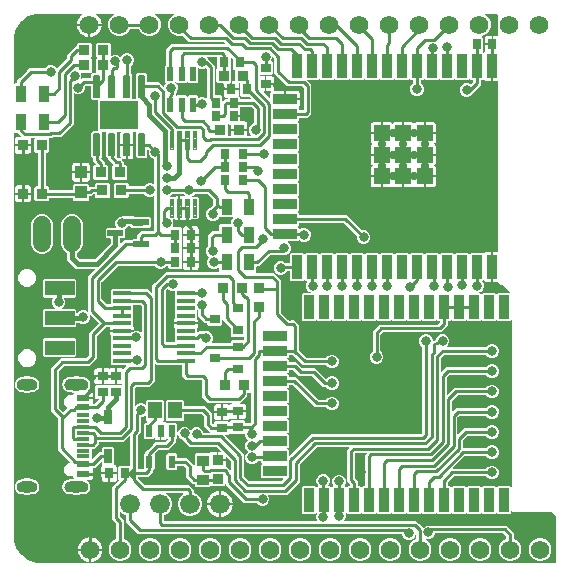
<source format=gbr>
G04 EAGLE Gerber RS-274X export*
G75*
%MOMM*%
%FSLAX34Y34*%
%LPD*%
%INTop Copper*%
%IPPOS*%
%AMOC8*
5,1,8,0,0,1.08239X$1,22.5*%
G01*
%ADD10C,1.574800*%
%ADD11R,0.900000X0.900000*%
%ADD12R,1.000000X1.075000*%
%ADD13R,0.900000X2.000000*%
%ADD14R,2.000000X0.900000*%
%ADD15R,1.330000X1.330000*%
%ADD16C,0.708000*%
%ADD17R,0.900000X0.950000*%
%ADD18R,0.950000X0.900000*%
%ADD19R,0.650000X0.900000*%
%ADD20R,0.900000X1.400000*%
%ADD21R,0.900000X0.800000*%
%ADD22R,0.800000X0.940000*%
%ADD23R,0.940000X0.800000*%
%ADD24R,1.526000X0.435000*%
%ADD25R,2.500000X1.200000*%
%ADD26R,0.550000X1.200000*%
%ADD27C,0.100000*%
%ADD28C,0.150000*%
%ADD29R,3.302000X2.413000*%
%ADD30R,1.140000X0.600000*%
%ADD31R,1.140000X0.300000*%
%ADD32C,1.108000*%
%ADD33R,0.730000X1.210000*%
%ADD34R,1.320800X0.558800*%
%ADD35R,1.320800X0.508000*%
%ADD36C,1.524000*%
%ADD37C,1.676400*%
%ADD38R,0.550000X1.050000*%
%ADD39R,1.200000X1.450000*%
%ADD40R,1.000000X0.900000*%
%ADD41C,0.254000*%
%ADD42C,0.800100*%
%ADD43C,0.406400*%

G36*
X450290Y-175234D02*
X450290Y-175234D01*
X450316Y-175233D01*
X450370Y-175204D01*
X450428Y-175182D01*
X450445Y-175163D01*
X450468Y-175151D01*
X450503Y-175100D01*
X450545Y-175055D01*
X450553Y-175030D01*
X450568Y-175009D01*
X450584Y-174924D01*
X450595Y-174889D01*
X450593Y-174879D01*
X450595Y-174867D01*
X450595Y-33413D01*
X450589Y-33388D01*
X450592Y-33362D01*
X450570Y-33305D01*
X450556Y-33245D01*
X450539Y-33225D01*
X450530Y-33201D01*
X450485Y-33159D01*
X450446Y-33111D01*
X450422Y-33100D01*
X450403Y-33083D01*
X450344Y-33065D01*
X450287Y-33040D01*
X450262Y-33041D01*
X450237Y-33034D01*
X450176Y-33044D01*
X450114Y-33047D01*
X450092Y-33059D01*
X450066Y-33063D01*
X449995Y-33112D01*
X449962Y-33129D01*
X449956Y-33137D01*
X449946Y-33144D01*
X448997Y-34094D01*
X438523Y-34094D01*
X437679Y-33249D01*
X437636Y-33222D01*
X437598Y-33188D01*
X437563Y-33177D01*
X437532Y-33158D01*
X437481Y-33153D01*
X437432Y-33139D01*
X437396Y-33145D01*
X437359Y-33141D01*
X437312Y-33160D01*
X437261Y-33168D01*
X437226Y-33192D01*
X437197Y-33203D01*
X437176Y-33226D01*
X437141Y-33249D01*
X436297Y-34094D01*
X425823Y-34094D01*
X424979Y-33249D01*
X424936Y-33222D01*
X424898Y-33188D01*
X424863Y-33177D01*
X424832Y-33158D01*
X424781Y-33153D01*
X424732Y-33139D01*
X424696Y-33145D01*
X424659Y-33141D01*
X424612Y-33160D01*
X424561Y-33168D01*
X424526Y-33192D01*
X424497Y-33203D01*
X424476Y-33226D01*
X424441Y-33249D01*
X423597Y-34094D01*
X413123Y-34094D01*
X412279Y-33249D01*
X412236Y-33222D01*
X412198Y-33188D01*
X412163Y-33177D01*
X412132Y-33158D01*
X412081Y-33153D01*
X412032Y-33139D01*
X411996Y-33145D01*
X411959Y-33141D01*
X411912Y-33160D01*
X411861Y-33168D01*
X411826Y-33192D01*
X411797Y-33203D01*
X411776Y-33226D01*
X411741Y-33249D01*
X410897Y-34094D01*
X400423Y-34094D01*
X399579Y-33249D01*
X399536Y-33222D01*
X399498Y-33188D01*
X399463Y-33177D01*
X399432Y-33158D01*
X399381Y-33153D01*
X399332Y-33139D01*
X399296Y-33145D01*
X399259Y-33141D01*
X399212Y-33160D01*
X399161Y-33168D01*
X399126Y-33192D01*
X399097Y-33203D01*
X399076Y-33226D01*
X399041Y-33249D01*
X398197Y-34094D01*
X396643Y-34094D01*
X396593Y-34105D01*
X396542Y-34107D01*
X396510Y-34125D01*
X396474Y-34133D01*
X396435Y-34166D01*
X396390Y-34190D01*
X396369Y-34220D01*
X396341Y-34243D01*
X396320Y-34290D01*
X396290Y-34332D01*
X396282Y-34374D01*
X396270Y-34402D01*
X396271Y-34432D01*
X396263Y-34474D01*
X396263Y-38303D01*
X390623Y-43943D01*
X341251Y-43943D01*
X341177Y-43960D01*
X341102Y-43973D01*
X341092Y-43980D01*
X341082Y-43982D01*
X341053Y-44006D01*
X340982Y-44054D01*
X339329Y-45707D01*
X339289Y-45771D01*
X339245Y-45833D01*
X339243Y-45845D01*
X339238Y-45854D01*
X339234Y-45891D01*
X339218Y-45976D01*
X339218Y-59742D01*
X339235Y-59816D01*
X339248Y-59891D01*
X339255Y-59901D01*
X339257Y-59911D01*
X339281Y-59940D01*
X339329Y-60011D01*
X340814Y-61496D01*
X341694Y-63620D01*
X341694Y-65920D01*
X340814Y-68044D01*
X339189Y-69669D01*
X337065Y-70549D01*
X334765Y-70549D01*
X332641Y-69669D01*
X331016Y-68044D01*
X330136Y-65920D01*
X330136Y-63620D01*
X331016Y-61496D01*
X332501Y-60011D01*
X332541Y-59946D01*
X332585Y-59884D01*
X332587Y-59872D01*
X332592Y-59864D01*
X332596Y-59827D01*
X332612Y-59742D01*
X332612Y-43082D01*
X338357Y-37337D01*
X387729Y-37337D01*
X387803Y-37320D01*
X387878Y-37307D01*
X387888Y-37300D01*
X387898Y-37298D01*
X387927Y-37274D01*
X387998Y-37226D01*
X389546Y-35678D01*
X389586Y-35614D01*
X389630Y-35552D01*
X389632Y-35540D01*
X389637Y-35531D01*
X389641Y-35494D01*
X389657Y-35409D01*
X389657Y-34474D01*
X389646Y-34424D01*
X389644Y-34373D01*
X389626Y-34341D01*
X389618Y-34305D01*
X389585Y-34266D01*
X389561Y-34221D01*
X389531Y-34200D01*
X389508Y-34172D01*
X389461Y-34151D01*
X389419Y-34121D01*
X389377Y-34113D01*
X389349Y-34101D01*
X389319Y-34102D01*
X389277Y-34094D01*
X387723Y-34094D01*
X386879Y-33249D01*
X386836Y-33222D01*
X386798Y-33188D01*
X386763Y-33177D01*
X386732Y-33158D01*
X386681Y-33153D01*
X386632Y-33139D01*
X386596Y-33145D01*
X386559Y-33141D01*
X386512Y-33160D01*
X386461Y-33168D01*
X386426Y-33192D01*
X386397Y-33203D01*
X386376Y-33226D01*
X386341Y-33249D01*
X385497Y-34094D01*
X375023Y-34094D01*
X374179Y-33249D01*
X374136Y-33222D01*
X374098Y-33188D01*
X374063Y-33177D01*
X374032Y-33158D01*
X373981Y-33153D01*
X373932Y-33139D01*
X373896Y-33145D01*
X373859Y-33141D01*
X373812Y-33160D01*
X373761Y-33168D01*
X373726Y-33192D01*
X373697Y-33203D01*
X373676Y-33226D01*
X373641Y-33249D01*
X372797Y-34094D01*
X362323Y-34094D01*
X361479Y-33249D01*
X361436Y-33222D01*
X361398Y-33188D01*
X361363Y-33177D01*
X361332Y-33158D01*
X361281Y-33153D01*
X361232Y-33139D01*
X361196Y-33145D01*
X361159Y-33141D01*
X361112Y-33160D01*
X361061Y-33168D01*
X361026Y-33192D01*
X360997Y-33203D01*
X360976Y-33226D01*
X360941Y-33249D01*
X360097Y-34094D01*
X349623Y-34094D01*
X348779Y-33249D01*
X348736Y-33222D01*
X348698Y-33188D01*
X348663Y-33177D01*
X348632Y-33158D01*
X348581Y-33153D01*
X348532Y-33139D01*
X348496Y-33145D01*
X348459Y-33141D01*
X348412Y-33160D01*
X348361Y-33168D01*
X348326Y-33192D01*
X348297Y-33203D01*
X348276Y-33226D01*
X348241Y-33249D01*
X347397Y-34094D01*
X336923Y-34094D01*
X336079Y-33249D01*
X336036Y-33222D01*
X335998Y-33188D01*
X335963Y-33177D01*
X335932Y-33158D01*
X335881Y-33153D01*
X335832Y-33139D01*
X335796Y-33145D01*
X335759Y-33141D01*
X335712Y-33160D01*
X335661Y-33168D01*
X335626Y-33192D01*
X335597Y-33203D01*
X335576Y-33226D01*
X335541Y-33249D01*
X334697Y-34094D01*
X324223Y-34094D01*
X323379Y-33249D01*
X323336Y-33222D01*
X323298Y-33188D01*
X323263Y-33177D01*
X323232Y-33158D01*
X323181Y-33153D01*
X323132Y-33139D01*
X323096Y-33145D01*
X323059Y-33141D01*
X323012Y-33160D01*
X322961Y-33168D01*
X322926Y-33192D01*
X322897Y-33203D01*
X322876Y-33226D01*
X322841Y-33249D01*
X321997Y-34094D01*
X311523Y-34094D01*
X310679Y-33249D01*
X310636Y-33222D01*
X310598Y-33188D01*
X310563Y-33177D01*
X310532Y-33158D01*
X310481Y-33153D01*
X310432Y-33139D01*
X310396Y-33145D01*
X310359Y-33141D01*
X310312Y-33160D01*
X310261Y-33168D01*
X310226Y-33192D01*
X310197Y-33203D01*
X310176Y-33226D01*
X310141Y-33249D01*
X309297Y-34094D01*
X298823Y-34094D01*
X297979Y-33249D01*
X297936Y-33222D01*
X297898Y-33188D01*
X297863Y-33177D01*
X297832Y-33158D01*
X297781Y-33153D01*
X297732Y-33139D01*
X297696Y-33145D01*
X297659Y-33141D01*
X297612Y-33160D01*
X297561Y-33168D01*
X297526Y-33192D01*
X297497Y-33203D01*
X297476Y-33226D01*
X297441Y-33249D01*
X296597Y-34094D01*
X286123Y-34094D01*
X285279Y-33249D01*
X285236Y-33222D01*
X285198Y-33188D01*
X285163Y-33177D01*
X285132Y-33158D01*
X285081Y-33153D01*
X285032Y-33139D01*
X284996Y-33145D01*
X284959Y-33141D01*
X284912Y-33160D01*
X284861Y-33168D01*
X284826Y-33192D01*
X284797Y-33203D01*
X284776Y-33226D01*
X284741Y-33249D01*
X283897Y-34094D01*
X273423Y-34094D01*
X272381Y-33052D01*
X272381Y-11578D01*
X273423Y-10536D01*
X279632Y-10536D01*
X279645Y-10533D01*
X279658Y-10535D01*
X279729Y-10514D01*
X279801Y-10497D01*
X279811Y-10489D01*
X279823Y-10485D01*
X279877Y-10434D01*
X279935Y-10387D01*
X279940Y-10375D01*
X279949Y-10366D01*
X279975Y-10296D01*
X280005Y-10228D01*
X280005Y-10216D01*
X280009Y-10203D01*
X280002Y-10129D01*
X279999Y-10055D01*
X279993Y-10044D01*
X279991Y-10031D01*
X279951Y-9968D01*
X279916Y-9903D01*
X279906Y-9896D01*
X279899Y-9885D01*
X279778Y-9805D01*
X278666Y-9344D01*
X277041Y-7719D01*
X276161Y-5595D01*
X276161Y-3295D01*
X277041Y-1171D01*
X277304Y-908D01*
X277318Y-886D01*
X277338Y-870D01*
X277363Y-813D01*
X277395Y-761D01*
X277398Y-735D01*
X277408Y-711D01*
X277406Y-650D01*
X277412Y-588D01*
X277403Y-564D01*
X277402Y-538D01*
X277372Y-484D01*
X277350Y-426D01*
X277331Y-409D01*
X277319Y-386D01*
X277269Y-351D01*
X277223Y-309D01*
X277199Y-301D01*
X277177Y-286D01*
X277093Y-270D01*
X277057Y-259D01*
X277047Y-261D01*
X277035Y-259D01*
X275963Y-259D01*
X275119Y586D01*
X275076Y612D01*
X275038Y647D01*
X275003Y658D01*
X274972Y677D01*
X274921Y682D01*
X274872Y696D01*
X274836Y690D01*
X274799Y694D01*
X274751Y675D01*
X274701Y667D01*
X274666Y643D01*
X274637Y632D01*
X274616Y609D01*
X274581Y586D01*
X273737Y-259D01*
X263263Y-259D01*
X262221Y783D01*
X262221Y7837D01*
X262210Y7887D01*
X262208Y7938D01*
X262190Y7970D01*
X262182Y8006D01*
X262149Y8045D01*
X262125Y8090D01*
X262095Y8111D01*
X262072Y8139D01*
X262025Y8160D01*
X261983Y8190D01*
X261941Y8198D01*
X261913Y8210D01*
X261883Y8209D01*
X261841Y8217D01*
X260077Y8217D01*
X260015Y8203D01*
X259952Y8196D01*
X259931Y8183D01*
X259908Y8178D01*
X259859Y8137D01*
X259805Y8103D01*
X259790Y8081D01*
X259774Y8068D01*
X259759Y8033D01*
X259725Y7983D01*
X259534Y7521D01*
X257909Y5896D01*
X255785Y5016D01*
X253485Y5016D01*
X251361Y5896D01*
X249736Y7521D01*
X248856Y9645D01*
X248856Y11945D01*
X249736Y14069D01*
X251361Y15694D01*
X253485Y16574D01*
X255785Y16574D01*
X257909Y15694D01*
X258669Y14934D01*
X258734Y14894D01*
X258796Y14850D01*
X258808Y14848D01*
X258816Y14843D01*
X258853Y14839D01*
X258938Y14823D01*
X261841Y14823D01*
X261891Y14834D01*
X261942Y14836D01*
X261974Y14854D01*
X262010Y14862D01*
X262049Y14895D01*
X262094Y14919D01*
X262115Y14949D01*
X262143Y14972D01*
X262164Y15019D01*
X262194Y15061D01*
X262202Y15103D01*
X262214Y15131D01*
X262213Y15161D01*
X262221Y15203D01*
X262221Y22257D01*
X263263Y23299D01*
X273737Y23299D01*
X274581Y22454D01*
X274624Y22427D01*
X274662Y22393D01*
X274697Y22382D01*
X274728Y22363D01*
X274779Y22358D01*
X274828Y22344D01*
X274864Y22350D01*
X274901Y22346D01*
X274948Y22365D01*
X274999Y22373D01*
X275034Y22397D01*
X275063Y22408D01*
X275084Y22431D01*
X275119Y22454D01*
X275963Y23299D01*
X286437Y23299D01*
X287281Y22454D01*
X287324Y22427D01*
X287362Y22393D01*
X287397Y22382D01*
X287428Y22363D01*
X287479Y22358D01*
X287528Y22344D01*
X287564Y22350D01*
X287601Y22346D01*
X287648Y22365D01*
X287699Y22373D01*
X287734Y22397D01*
X287763Y22408D01*
X287784Y22431D01*
X287819Y22454D01*
X288663Y23299D01*
X299137Y23299D01*
X299981Y22454D01*
X300024Y22427D01*
X300062Y22393D01*
X300097Y22382D01*
X300128Y22363D01*
X300179Y22358D01*
X300228Y22344D01*
X300264Y22350D01*
X300301Y22346D01*
X300348Y22365D01*
X300399Y22373D01*
X300434Y22397D01*
X300463Y22408D01*
X300484Y22431D01*
X300519Y22454D01*
X301363Y23299D01*
X311837Y23299D01*
X312681Y22454D01*
X312724Y22427D01*
X312762Y22393D01*
X312797Y22382D01*
X312828Y22363D01*
X312879Y22358D01*
X312928Y22344D01*
X312964Y22350D01*
X313001Y22346D01*
X313048Y22365D01*
X313099Y22373D01*
X313134Y22397D01*
X313163Y22408D01*
X313184Y22431D01*
X313219Y22454D01*
X314063Y23299D01*
X324537Y23299D01*
X325381Y22454D01*
X325424Y22427D01*
X325462Y22393D01*
X325497Y22382D01*
X325528Y22363D01*
X325579Y22358D01*
X325628Y22344D01*
X325664Y22350D01*
X325701Y22346D01*
X325748Y22365D01*
X325799Y22373D01*
X325834Y22397D01*
X325863Y22408D01*
X325884Y22431D01*
X325919Y22454D01*
X326763Y23299D01*
X337237Y23299D01*
X338081Y22454D01*
X338124Y22427D01*
X338162Y22393D01*
X338197Y22382D01*
X338228Y22363D01*
X338279Y22358D01*
X338328Y22344D01*
X338364Y22350D01*
X338401Y22346D01*
X338448Y22365D01*
X338499Y22373D01*
X338534Y22397D01*
X338563Y22408D01*
X338584Y22431D01*
X338619Y22454D01*
X339463Y23299D01*
X349937Y23299D01*
X350781Y22454D01*
X350824Y22427D01*
X350862Y22393D01*
X350897Y22382D01*
X350928Y22363D01*
X350979Y22358D01*
X351028Y22344D01*
X351064Y22350D01*
X351101Y22346D01*
X351148Y22365D01*
X351199Y22373D01*
X351234Y22397D01*
X351263Y22408D01*
X351284Y22431D01*
X351319Y22454D01*
X352163Y23299D01*
X362637Y23299D01*
X363481Y22454D01*
X363524Y22427D01*
X363562Y22393D01*
X363597Y22382D01*
X363628Y22363D01*
X363679Y22358D01*
X363728Y22344D01*
X363764Y22350D01*
X363801Y22346D01*
X363848Y22365D01*
X363899Y22373D01*
X363934Y22397D01*
X363963Y22408D01*
X363984Y22431D01*
X364019Y22454D01*
X364863Y23299D01*
X375337Y23299D01*
X376181Y22454D01*
X376224Y22427D01*
X376262Y22393D01*
X376297Y22382D01*
X376328Y22363D01*
X376379Y22358D01*
X376428Y22344D01*
X376464Y22350D01*
X376501Y22346D01*
X376548Y22365D01*
X376599Y22373D01*
X376634Y22397D01*
X376663Y22408D01*
X376684Y22431D01*
X376719Y22454D01*
X377563Y23299D01*
X388037Y23299D01*
X388881Y22454D01*
X388924Y22427D01*
X388962Y22393D01*
X388997Y22382D01*
X389028Y22363D01*
X389079Y22358D01*
X389128Y22344D01*
X389164Y22350D01*
X389201Y22346D01*
X389248Y22365D01*
X389299Y22373D01*
X389334Y22397D01*
X389363Y22408D01*
X389384Y22431D01*
X389419Y22454D01*
X390263Y23299D01*
X400737Y23299D01*
X401581Y22454D01*
X401624Y22427D01*
X401662Y22393D01*
X401697Y22382D01*
X401728Y22363D01*
X401779Y22358D01*
X401828Y22344D01*
X401864Y22350D01*
X401901Y22346D01*
X401948Y22365D01*
X401999Y22373D01*
X402034Y22397D01*
X402063Y22408D01*
X402084Y22431D01*
X402119Y22454D01*
X402963Y23299D01*
X413437Y23299D01*
X414281Y22454D01*
X414324Y22427D01*
X414362Y22393D01*
X414397Y22382D01*
X414428Y22363D01*
X414479Y22358D01*
X414528Y22344D01*
X414564Y22350D01*
X414601Y22346D01*
X414648Y22365D01*
X414699Y22373D01*
X414734Y22397D01*
X414763Y22408D01*
X414784Y22431D01*
X414819Y22454D01*
X415663Y23299D01*
X426137Y23299D01*
X426456Y22979D01*
X426468Y22972D01*
X426476Y22961D01*
X426541Y22927D01*
X426603Y22888D01*
X426617Y22887D01*
X426629Y22880D01*
X426703Y22878D01*
X426776Y22871D01*
X426788Y22876D01*
X426802Y22876D01*
X426869Y22907D01*
X426938Y22933D01*
X426947Y22943D01*
X426959Y22949D01*
X427054Y23058D01*
X427067Y23080D01*
X427540Y23553D01*
X428119Y23888D01*
X428765Y24061D01*
X432839Y24061D01*
X432839Y11901D01*
X432850Y11851D01*
X432852Y11800D01*
X432870Y11768D01*
X432878Y11732D01*
X432911Y11693D01*
X432935Y11648D01*
X432965Y11627D01*
X432988Y11599D01*
X433035Y11578D01*
X433077Y11548D01*
X433119Y11540D01*
X433147Y11528D01*
X433177Y11529D01*
X433219Y11521D01*
X433981Y11521D01*
X434031Y11532D01*
X434082Y11534D01*
X434114Y11552D01*
X434150Y11560D01*
X434189Y11593D01*
X434234Y11617D01*
X434255Y11647D01*
X434283Y11671D01*
X434304Y11717D01*
X434334Y11759D01*
X434342Y11801D01*
X434354Y11829D01*
X434353Y11859D01*
X434361Y11901D01*
X434361Y24061D01*
X438150Y24061D01*
X438200Y24072D01*
X438251Y24074D01*
X438283Y24092D01*
X438319Y24100D01*
X438358Y24133D01*
X438403Y24157D01*
X438424Y24187D01*
X438452Y24210D01*
X438473Y24257D01*
X438503Y24299D01*
X438511Y24341D01*
X438523Y24369D01*
X438522Y24399D01*
X438530Y24441D01*
X438530Y168599D01*
X438519Y168649D01*
X438517Y168700D01*
X438499Y168732D01*
X438491Y168768D01*
X438458Y168807D01*
X438434Y168852D01*
X438404Y168873D01*
X438381Y168901D01*
X438334Y168922D01*
X438292Y168952D01*
X438250Y168960D01*
X438222Y168972D01*
X438192Y168971D01*
X438150Y168979D01*
X434361Y168979D01*
X434361Y181139D01*
X434350Y181189D01*
X434348Y181240D01*
X434330Y181272D01*
X434322Y181308D01*
X434289Y181347D01*
X434265Y181392D01*
X434235Y181413D01*
X434211Y181441D01*
X434165Y181462D01*
X434123Y181492D01*
X434081Y181500D01*
X434053Y181512D01*
X434023Y181511D01*
X433981Y181519D01*
X433219Y181519D01*
X433169Y181508D01*
X433118Y181506D01*
X433086Y181488D01*
X433050Y181480D01*
X433011Y181447D01*
X432966Y181423D01*
X432945Y181393D01*
X432917Y181369D01*
X432896Y181323D01*
X432866Y181281D01*
X432858Y181239D01*
X432846Y181211D01*
X432847Y181181D01*
X432839Y181139D01*
X432839Y168979D01*
X428765Y168979D01*
X428119Y169152D01*
X427540Y169487D01*
X427067Y169960D01*
X427054Y169982D01*
X427045Y169992D01*
X427040Y170004D01*
X426986Y170054D01*
X426936Y170108D01*
X426923Y170113D01*
X426913Y170122D01*
X426843Y170143D01*
X426774Y170169D01*
X426760Y170167D01*
X426747Y170171D01*
X426674Y170159D01*
X426601Y170151D01*
X426590Y170144D01*
X426576Y170142D01*
X426456Y170061D01*
X426137Y169741D01*
X424583Y169741D01*
X424533Y169730D01*
X424482Y169728D01*
X424450Y169710D01*
X424414Y169702D01*
X424375Y169669D01*
X424330Y169645D01*
X424309Y169615D01*
X424281Y169592D01*
X424260Y169545D01*
X424230Y169503D01*
X424222Y169461D01*
X424210Y169433D01*
X424211Y169403D01*
X424203Y169361D01*
X424203Y165532D01*
X417299Y158629D01*
X417298Y158627D01*
X417297Y158626D01*
X417270Y158586D01*
X417261Y158578D01*
X417252Y158558D01*
X417217Y158505D01*
X417014Y158016D01*
X415389Y156391D01*
X413265Y155511D01*
X410965Y155511D01*
X408841Y156391D01*
X407216Y158016D01*
X406336Y160140D01*
X406336Y162440D01*
X407216Y164564D01*
X408841Y166189D01*
X410965Y167069D01*
X413265Y167069D01*
X415246Y166249D01*
X415309Y166238D01*
X415369Y166220D01*
X415393Y166224D01*
X415417Y166220D01*
X415478Y166239D01*
X415540Y166250D01*
X415562Y166265D01*
X415582Y166271D01*
X415610Y166297D01*
X415660Y166331D01*
X417486Y168157D01*
X417526Y168221D01*
X417570Y168283D01*
X417572Y168295D01*
X417577Y168304D01*
X417581Y168341D01*
X417597Y168426D01*
X417597Y169361D01*
X417586Y169411D01*
X417584Y169462D01*
X417566Y169494D01*
X417558Y169530D01*
X417525Y169569D01*
X417501Y169614D01*
X417471Y169635D01*
X417448Y169663D01*
X417401Y169684D01*
X417359Y169714D01*
X417317Y169722D01*
X417289Y169734D01*
X417259Y169733D01*
X417217Y169741D01*
X415663Y169741D01*
X414819Y170586D01*
X414776Y170613D01*
X414738Y170647D01*
X414703Y170658D01*
X414672Y170677D01*
X414621Y170682D01*
X414572Y170696D01*
X414536Y170690D01*
X414499Y170694D01*
X414452Y170675D01*
X414401Y170667D01*
X414366Y170643D01*
X414337Y170632D01*
X414316Y170609D01*
X414281Y170586D01*
X413437Y169741D01*
X402963Y169741D01*
X402119Y170586D01*
X402076Y170613D01*
X402038Y170647D01*
X402003Y170658D01*
X401972Y170677D01*
X401921Y170682D01*
X401872Y170696D01*
X401836Y170690D01*
X401799Y170694D01*
X401752Y170675D01*
X401701Y170667D01*
X401666Y170643D01*
X401637Y170632D01*
X401616Y170609D01*
X401581Y170586D01*
X400737Y169741D01*
X390263Y169741D01*
X389419Y170586D01*
X389376Y170613D01*
X389338Y170647D01*
X389303Y170658D01*
X389272Y170677D01*
X389221Y170682D01*
X389172Y170696D01*
X389136Y170690D01*
X389099Y170694D01*
X389052Y170675D01*
X389001Y170667D01*
X388966Y170643D01*
X388937Y170632D01*
X388916Y170609D01*
X388881Y170586D01*
X388037Y169741D01*
X377563Y169741D01*
X376719Y170586D01*
X376676Y170613D01*
X376638Y170647D01*
X376603Y170658D01*
X376572Y170677D01*
X376521Y170682D01*
X376472Y170696D01*
X376436Y170690D01*
X376399Y170694D01*
X376352Y170675D01*
X376301Y170667D01*
X376266Y170643D01*
X376237Y170632D01*
X376216Y170609D01*
X376181Y170586D01*
X375337Y169741D01*
X373783Y169741D01*
X373733Y169730D01*
X373682Y169728D01*
X373650Y169710D01*
X373614Y169702D01*
X373575Y169669D01*
X373530Y169645D01*
X373509Y169615D01*
X373481Y169592D01*
X373460Y169545D01*
X373430Y169503D01*
X373422Y169461D01*
X373410Y169433D01*
X373411Y169403D01*
X373403Y169361D01*
X373403Y167058D01*
X373416Y167001D01*
X373416Y166992D01*
X373419Y166987D01*
X373420Y166984D01*
X373433Y166909D01*
X373440Y166899D01*
X373442Y166889D01*
X373466Y166860D01*
X373514Y166789D01*
X375104Y165199D01*
X375984Y163075D01*
X375984Y160775D01*
X375104Y158651D01*
X373479Y157026D01*
X371355Y156146D01*
X369055Y156146D01*
X366931Y157026D01*
X365306Y158651D01*
X364426Y160775D01*
X364426Y163075D01*
X365306Y165199D01*
X366686Y166579D01*
X366726Y166644D01*
X366770Y166706D01*
X366772Y166718D01*
X366777Y166726D01*
X366781Y166763D01*
X366797Y166848D01*
X366797Y169361D01*
X366786Y169411D01*
X366784Y169462D01*
X366766Y169494D01*
X366758Y169530D01*
X366725Y169569D01*
X366701Y169614D01*
X366671Y169635D01*
X366648Y169663D01*
X366601Y169684D01*
X366559Y169714D01*
X366517Y169722D01*
X366489Y169734D01*
X366459Y169733D01*
X366417Y169741D01*
X364863Y169741D01*
X364019Y170586D01*
X363976Y170613D01*
X363938Y170647D01*
X363903Y170658D01*
X363872Y170677D01*
X363821Y170682D01*
X363772Y170696D01*
X363736Y170690D01*
X363699Y170694D01*
X363652Y170675D01*
X363601Y170667D01*
X363566Y170643D01*
X363537Y170632D01*
X363516Y170609D01*
X363481Y170586D01*
X362637Y169741D01*
X352163Y169741D01*
X351319Y170586D01*
X351276Y170613D01*
X351238Y170647D01*
X351203Y170658D01*
X351172Y170677D01*
X351121Y170682D01*
X351072Y170696D01*
X351036Y170690D01*
X350999Y170694D01*
X350952Y170675D01*
X350901Y170667D01*
X350866Y170643D01*
X350837Y170632D01*
X350816Y170609D01*
X350781Y170586D01*
X349937Y169741D01*
X339463Y169741D01*
X338619Y170586D01*
X338576Y170613D01*
X338538Y170647D01*
X338503Y170658D01*
X338472Y170677D01*
X338421Y170682D01*
X338372Y170696D01*
X338336Y170690D01*
X338299Y170694D01*
X338252Y170675D01*
X338201Y170667D01*
X338166Y170643D01*
X338137Y170632D01*
X338116Y170609D01*
X338081Y170586D01*
X337237Y169741D01*
X326763Y169741D01*
X325919Y170586D01*
X325876Y170613D01*
X325838Y170647D01*
X325803Y170658D01*
X325772Y170677D01*
X325721Y170682D01*
X325672Y170696D01*
X325636Y170690D01*
X325599Y170694D01*
X325552Y170675D01*
X325501Y170667D01*
X325466Y170643D01*
X325437Y170632D01*
X325416Y170609D01*
X325381Y170586D01*
X324537Y169741D01*
X314063Y169741D01*
X313219Y170586D01*
X313176Y170613D01*
X313138Y170647D01*
X313103Y170658D01*
X313072Y170677D01*
X313021Y170682D01*
X312972Y170696D01*
X312936Y170690D01*
X312899Y170694D01*
X312852Y170675D01*
X312801Y170667D01*
X312766Y170643D01*
X312737Y170632D01*
X312716Y170609D01*
X312681Y170586D01*
X311837Y169741D01*
X301363Y169741D01*
X300519Y170586D01*
X300476Y170613D01*
X300438Y170647D01*
X300403Y170658D01*
X300372Y170677D01*
X300321Y170682D01*
X300272Y170696D01*
X300236Y170690D01*
X300199Y170694D01*
X300152Y170675D01*
X300101Y170667D01*
X300066Y170643D01*
X300037Y170632D01*
X300016Y170609D01*
X299981Y170586D01*
X299137Y169741D01*
X288663Y169741D01*
X287819Y170586D01*
X287776Y170613D01*
X287738Y170647D01*
X287703Y170658D01*
X287672Y170677D01*
X287621Y170682D01*
X287572Y170696D01*
X287536Y170690D01*
X287499Y170694D01*
X287452Y170675D01*
X287401Y170667D01*
X287366Y170643D01*
X287337Y170632D01*
X287316Y170609D01*
X287281Y170586D01*
X286437Y169741D01*
X277807Y169741D01*
X277782Y169735D01*
X277757Y169738D01*
X277699Y169716D01*
X277639Y169702D01*
X277619Y169685D01*
X277595Y169676D01*
X277553Y169631D01*
X277505Y169592D01*
X277495Y169568D01*
X277477Y169549D01*
X277459Y169490D01*
X277434Y169433D01*
X277435Y169408D01*
X277428Y169383D01*
X277438Y169322D01*
X277441Y169260D01*
X277453Y169238D01*
X277458Y169212D01*
X277506Y169141D01*
X277524Y169108D01*
X277532Y169102D01*
X277539Y169092D01*
X277734Y168897D01*
X280798Y165833D01*
X280798Y140872D01*
X277593Y137667D01*
X270659Y137667D01*
X270609Y137656D01*
X270558Y137654D01*
X270526Y137636D01*
X270490Y137628D01*
X270451Y137595D01*
X270406Y137571D01*
X270385Y137541D01*
X270357Y137518D01*
X270336Y137471D01*
X270306Y137429D01*
X270298Y137387D01*
X270286Y137359D01*
X270287Y137329D01*
X270279Y137287D01*
X270279Y135733D01*
X269434Y134889D01*
X269407Y134846D01*
X269373Y134808D01*
X269362Y134773D01*
X269343Y134742D01*
X269338Y134691D01*
X269324Y134642D01*
X269330Y134606D01*
X269326Y134569D01*
X269345Y134522D01*
X269353Y134471D01*
X269377Y134436D01*
X269388Y134407D01*
X269411Y134386D01*
X269434Y134351D01*
X270279Y133507D01*
X270279Y123033D01*
X269434Y122189D01*
X269407Y122146D01*
X269373Y122108D01*
X269362Y122073D01*
X269343Y122042D01*
X269338Y121991D01*
X269324Y121942D01*
X269330Y121906D01*
X269326Y121869D01*
X269345Y121822D01*
X269353Y121771D01*
X269377Y121736D01*
X269388Y121707D01*
X269411Y121686D01*
X269434Y121651D01*
X270279Y120807D01*
X270279Y110333D01*
X269434Y109489D01*
X269407Y109446D01*
X269373Y109408D01*
X269362Y109373D01*
X269343Y109342D01*
X269338Y109291D01*
X269324Y109242D01*
X269330Y109206D01*
X269326Y109169D01*
X269345Y109122D01*
X269353Y109071D01*
X269377Y109036D01*
X269388Y109007D01*
X269411Y108986D01*
X269434Y108951D01*
X270279Y108107D01*
X270279Y97633D01*
X269434Y96789D01*
X269407Y96746D01*
X269373Y96708D01*
X269362Y96673D01*
X269343Y96642D01*
X269338Y96591D01*
X269324Y96542D01*
X269330Y96506D01*
X269326Y96469D01*
X269345Y96422D01*
X269353Y96371D01*
X269377Y96336D01*
X269388Y96307D01*
X269411Y96286D01*
X269434Y96251D01*
X270279Y95407D01*
X270279Y84933D01*
X269434Y84089D01*
X269417Y84060D01*
X269403Y84049D01*
X269395Y84032D01*
X269373Y84008D01*
X269362Y83973D01*
X269343Y83942D01*
X269340Y83909D01*
X269332Y83891D01*
X269332Y83872D01*
X269324Y83842D01*
X269330Y83806D01*
X269326Y83769D01*
X269337Y83740D01*
X269338Y83718D01*
X269349Y83699D01*
X269353Y83671D01*
X269377Y83636D01*
X269388Y83607D01*
X269409Y83588D01*
X269421Y83565D01*
X269428Y83560D01*
X269434Y83551D01*
X270279Y82707D01*
X270279Y72233D01*
X269434Y71389D01*
X269408Y71346D01*
X269373Y71308D01*
X269362Y71273D01*
X269343Y71242D01*
X269338Y71191D01*
X269324Y71142D01*
X269330Y71106D01*
X269326Y71069D01*
X269345Y71022D01*
X269353Y70971D01*
X269377Y70936D01*
X269388Y70907D01*
X269411Y70886D01*
X269434Y70851D01*
X270279Y70007D01*
X270279Y59533D01*
X269434Y58689D01*
X269407Y58646D01*
X269373Y58608D01*
X269362Y58573D01*
X269343Y58542D01*
X269338Y58491D01*
X269324Y58442D01*
X269330Y58406D01*
X269326Y58369D01*
X269345Y58322D01*
X269353Y58271D01*
X269377Y58236D01*
X269388Y58207D01*
X269411Y58186D01*
X269434Y58151D01*
X270279Y57307D01*
X270279Y55753D01*
X270290Y55703D01*
X270292Y55652D01*
X270310Y55620D01*
X270318Y55584D01*
X270351Y55545D01*
X270375Y55500D01*
X270405Y55479D01*
X270428Y55451D01*
X270475Y55430D01*
X270517Y55400D01*
X270559Y55392D01*
X270587Y55380D01*
X270617Y55381D01*
X270659Y55373D01*
X310805Y55373D01*
X323679Y42499D01*
X323743Y42459D01*
X323805Y42415D01*
X323817Y42413D01*
X323826Y42408D01*
X323863Y42404D01*
X323947Y42388D01*
X326048Y42388D01*
X328172Y41508D01*
X329798Y39882D01*
X330678Y37758D01*
X330678Y35459D01*
X329798Y33335D01*
X328172Y31709D01*
X326048Y30829D01*
X323749Y30829D01*
X321625Y31709D01*
X319999Y33335D01*
X319119Y35459D01*
X319119Y37559D01*
X319102Y37633D01*
X319089Y37708D01*
X319082Y37718D01*
X319080Y37728D01*
X319056Y37757D01*
X319008Y37828D01*
X308180Y48656D01*
X308116Y48696D01*
X308054Y48740D01*
X308041Y48742D01*
X308033Y48747D01*
X307996Y48751D01*
X307911Y48767D01*
X270659Y48767D01*
X270609Y48756D01*
X270558Y48754D01*
X270526Y48736D01*
X270490Y48728D01*
X270451Y48695D01*
X270406Y48671D01*
X270385Y48641D01*
X270357Y48618D01*
X270336Y48571D01*
X270306Y48529D01*
X270298Y48487D01*
X270286Y48459D01*
X270287Y48429D01*
X270279Y48387D01*
X270279Y46833D01*
X269434Y45989D01*
X269407Y45946D01*
X269373Y45908D01*
X269362Y45873D01*
X269343Y45842D01*
X269338Y45791D01*
X269324Y45742D01*
X269330Y45706D01*
X269326Y45669D01*
X269345Y45622D01*
X269353Y45571D01*
X269377Y45536D01*
X269388Y45507D01*
X269411Y45486D01*
X269434Y45451D01*
X270279Y44607D01*
X270279Y43785D01*
X270285Y43760D01*
X270282Y43734D01*
X270304Y43676D01*
X270318Y43616D01*
X270335Y43596D01*
X270344Y43572D01*
X270389Y43530D01*
X270428Y43482D01*
X270452Y43472D01*
X270471Y43454D01*
X270530Y43437D01*
X270587Y43412D01*
X270612Y43412D01*
X270637Y43405D01*
X270698Y43416D01*
X270760Y43418D01*
X270782Y43430D01*
X270808Y43435D01*
X270879Y43483D01*
X270912Y43501D01*
X270918Y43509D01*
X270928Y43516D01*
X271046Y43634D01*
X273170Y44514D01*
X275470Y44514D01*
X277594Y43634D01*
X279219Y42009D01*
X280099Y39885D01*
X280099Y37585D01*
X279219Y35461D01*
X277594Y33836D01*
X275470Y32956D01*
X273170Y32956D01*
X271046Y33836D01*
X270783Y34099D01*
X270739Y34126D01*
X270702Y34161D01*
X270667Y34171D01*
X270635Y34191D01*
X270585Y34196D01*
X270536Y34210D01*
X270499Y34204D01*
X270463Y34207D01*
X270415Y34189D01*
X270365Y34180D01*
X270330Y34157D01*
X270301Y34146D01*
X270280Y34123D01*
X270245Y34099D01*
X269237Y33091D01*
X260854Y33091D01*
X260842Y33088D01*
X260829Y33090D01*
X260758Y33069D01*
X260685Y33052D01*
X260675Y33044D01*
X260663Y33040D01*
X260609Y32989D01*
X260552Y32942D01*
X260546Y32930D01*
X260537Y32921D01*
X260511Y32851D01*
X260481Y32783D01*
X260481Y32771D01*
X260477Y32758D01*
X260485Y32685D01*
X260487Y32610D01*
X260494Y32599D01*
X260495Y32586D01*
X260535Y32523D01*
X260570Y32458D01*
X260581Y32451D01*
X260588Y32440D01*
X260709Y32360D01*
X261084Y32204D01*
X262709Y30579D01*
X263589Y28455D01*
X263589Y26155D01*
X262709Y24031D01*
X261084Y22406D01*
X258960Y21526D01*
X256859Y21526D01*
X256785Y21508D01*
X256710Y21495D01*
X256700Y21489D01*
X256690Y21486D01*
X256662Y21463D01*
X256661Y21462D01*
X246001Y21462D01*
X245927Y21445D01*
X245852Y21432D01*
X245842Y21425D01*
X245832Y21423D01*
X245803Y21399D01*
X245732Y21351D01*
X236318Y11937D01*
X234599Y11937D01*
X234549Y11926D01*
X234498Y11924D01*
X234466Y11906D01*
X234430Y11898D01*
X234391Y11865D01*
X234346Y11841D01*
X234325Y11811D01*
X234297Y11788D01*
X234276Y11741D01*
X234246Y11699D01*
X234238Y11657D01*
X234226Y11629D01*
X234227Y11599D01*
X234219Y11557D01*
X234219Y7503D01*
X233842Y7127D01*
X233829Y7105D01*
X233809Y7089D01*
X233784Y7032D01*
X233751Y6980D01*
X233749Y6954D01*
X233738Y6930D01*
X233740Y6869D01*
X233734Y6807D01*
X233744Y6783D01*
X233745Y6757D01*
X233774Y6703D01*
X233796Y6645D01*
X233815Y6628D01*
X233827Y6605D01*
X233878Y6570D01*
X233923Y6528D01*
X233948Y6520D01*
X233969Y6505D01*
X234053Y6489D01*
X234089Y6478D01*
X234099Y6480D01*
X234111Y6478D01*
X249018Y6478D01*
X254763Y733D01*
X254763Y-26858D01*
X254775Y-26912D01*
X254776Y-26935D01*
X254783Y-26947D01*
X254793Y-27006D01*
X254800Y-27017D01*
X254802Y-27026D01*
X254826Y-27055D01*
X254874Y-27126D01*
X261227Y-33479D01*
X261292Y-33519D01*
X261354Y-33563D01*
X261366Y-33565D01*
X261374Y-33571D01*
X261411Y-33574D01*
X261496Y-33591D01*
X266227Y-33591D01*
X270003Y-37367D01*
X270003Y-58799D01*
X270015Y-58854D01*
X270016Y-58876D01*
X270023Y-58888D01*
X270033Y-58948D01*
X270040Y-58958D01*
X270042Y-58968D01*
X270066Y-58997D01*
X270114Y-59068D01*
X276212Y-65166D01*
X276276Y-65206D01*
X276338Y-65250D01*
X276350Y-65252D01*
X276359Y-65257D01*
X276396Y-65261D01*
X276481Y-65277D01*
X293105Y-65277D01*
X293179Y-65260D01*
X293253Y-65247D01*
X293264Y-65240D01*
X293273Y-65238D01*
X293302Y-65214D01*
X293374Y-65166D01*
X294859Y-63681D01*
X296983Y-62801D01*
X299282Y-62801D01*
X301406Y-63681D01*
X303032Y-65306D01*
X303912Y-67430D01*
X303912Y-69730D01*
X303032Y-71854D01*
X301406Y-73479D01*
X299282Y-74359D01*
X296983Y-74359D01*
X294859Y-73479D01*
X293374Y-71994D01*
X293309Y-71954D01*
X293247Y-71910D01*
X293235Y-71908D01*
X293226Y-71903D01*
X293189Y-71899D01*
X293105Y-71883D01*
X273587Y-71883D01*
X265443Y-63739D01*
X264808Y-63104D01*
X264744Y-63064D01*
X264682Y-63020D01*
X264670Y-63018D01*
X264661Y-63013D01*
X264624Y-63009D01*
X264539Y-62993D01*
X261769Y-62993D01*
X261719Y-63004D01*
X261668Y-63006D01*
X261636Y-63024D01*
X261600Y-63032D01*
X261561Y-63065D01*
X261516Y-63089D01*
X261495Y-63119D01*
X261467Y-63142D01*
X261446Y-63189D01*
X261416Y-63231D01*
X261408Y-63273D01*
X261396Y-63301D01*
X261397Y-63331D01*
X261389Y-63373D01*
X261389Y-64927D01*
X260544Y-65771D01*
X260517Y-65814D01*
X260483Y-65852D01*
X260472Y-65887D01*
X260453Y-65918D01*
X260448Y-65969D01*
X260434Y-66018D01*
X260440Y-66054D01*
X260436Y-66091D01*
X260455Y-66138D01*
X260463Y-66189D01*
X260487Y-66224D01*
X260498Y-66253D01*
X260521Y-66274D01*
X260544Y-66309D01*
X261389Y-67153D01*
X261389Y-68707D01*
X261400Y-68757D01*
X261402Y-68808D01*
X261420Y-68840D01*
X261428Y-68876D01*
X261461Y-68915D01*
X261485Y-68960D01*
X261515Y-68981D01*
X261538Y-69009D01*
X261585Y-69030D01*
X261627Y-69060D01*
X261669Y-69068D01*
X261697Y-69080D01*
X261727Y-69079D01*
X261769Y-69087D01*
X268068Y-69087D01*
X273037Y-74056D01*
X273101Y-74096D01*
X273163Y-74140D01*
X273175Y-74142D01*
X273184Y-74147D01*
X273221Y-74151D01*
X273306Y-74167D01*
X283943Y-74167D01*
X293096Y-83320D01*
X293140Y-83347D01*
X293177Y-83382D01*
X293212Y-83392D01*
X293243Y-83412D01*
X293294Y-83417D01*
X293343Y-83431D01*
X293379Y-83425D01*
X293416Y-83428D01*
X293464Y-83410D01*
X293514Y-83402D01*
X293549Y-83378D01*
X293578Y-83367D01*
X293599Y-83344D01*
X293634Y-83320D01*
X294859Y-82096D01*
X296983Y-81216D01*
X299282Y-81216D01*
X301406Y-82096D01*
X303032Y-83721D01*
X303912Y-85845D01*
X303912Y-88145D01*
X303032Y-90269D01*
X301406Y-91894D01*
X299282Y-92774D01*
X296983Y-92774D01*
X294859Y-91894D01*
X293374Y-90409D01*
X293309Y-90369D01*
X293247Y-90325D01*
X293235Y-90323D01*
X293226Y-90318D01*
X293189Y-90314D01*
X293105Y-90298D01*
X290732Y-90298D01*
X281318Y-80884D01*
X281254Y-80844D01*
X281192Y-80800D01*
X281180Y-80798D01*
X281171Y-80793D01*
X281134Y-80789D01*
X281049Y-80773D01*
X270412Y-80773D01*
X265443Y-75804D01*
X265379Y-75764D01*
X265317Y-75720D01*
X265305Y-75718D01*
X265296Y-75713D01*
X265259Y-75709D01*
X265174Y-75693D01*
X261769Y-75693D01*
X261719Y-75704D01*
X261668Y-75706D01*
X261636Y-75724D01*
X261600Y-75732D01*
X261561Y-75765D01*
X261516Y-75789D01*
X261495Y-75819D01*
X261467Y-75842D01*
X261446Y-75889D01*
X261416Y-75931D01*
X261408Y-75973D01*
X261396Y-76001D01*
X261397Y-76031D01*
X261389Y-76073D01*
X261389Y-77627D01*
X260544Y-78471D01*
X260517Y-78514D01*
X260483Y-78552D01*
X260472Y-78587D01*
X260453Y-78618D01*
X260448Y-78669D01*
X260434Y-78718D01*
X260440Y-78754D01*
X260436Y-78791D01*
X260455Y-78838D01*
X260463Y-78889D01*
X260487Y-78924D01*
X260498Y-78953D01*
X260521Y-78974D01*
X260544Y-79009D01*
X261389Y-79853D01*
X261389Y-81407D01*
X261400Y-81457D01*
X261402Y-81508D01*
X261420Y-81540D01*
X261428Y-81576D01*
X261461Y-81615D01*
X261485Y-81660D01*
X261515Y-81681D01*
X261538Y-81709D01*
X261585Y-81730D01*
X261627Y-81760D01*
X261669Y-81768D01*
X261697Y-81780D01*
X261727Y-81779D01*
X261769Y-81787D01*
X267433Y-81787D01*
X286372Y-100726D01*
X286436Y-100766D01*
X286498Y-100810D01*
X286510Y-100812D01*
X286519Y-100817D01*
X286556Y-100821D01*
X286641Y-100837D01*
X293105Y-100837D01*
X293179Y-100820D01*
X293253Y-100807D01*
X293264Y-100800D01*
X293273Y-100798D01*
X293302Y-100774D01*
X293374Y-100726D01*
X294859Y-99241D01*
X296983Y-98361D01*
X299282Y-98361D01*
X301406Y-99241D01*
X303032Y-100866D01*
X303912Y-102990D01*
X303912Y-105290D01*
X303032Y-107414D01*
X301406Y-109039D01*
X299282Y-109919D01*
X296983Y-109919D01*
X294859Y-109039D01*
X293374Y-107554D01*
X293309Y-107514D01*
X293247Y-107470D01*
X293235Y-107468D01*
X293226Y-107463D01*
X293189Y-107459D01*
X293105Y-107443D01*
X283747Y-107443D01*
X264808Y-88504D01*
X264744Y-88464D01*
X264682Y-88420D01*
X264670Y-88418D01*
X264661Y-88413D01*
X264624Y-88409D01*
X264539Y-88393D01*
X261769Y-88393D01*
X261719Y-88404D01*
X261668Y-88406D01*
X261636Y-88424D01*
X261600Y-88432D01*
X261561Y-88465D01*
X261516Y-88489D01*
X261495Y-88519D01*
X261467Y-88542D01*
X261446Y-88589D01*
X261416Y-88631D01*
X261408Y-88673D01*
X261396Y-88701D01*
X261397Y-88731D01*
X261389Y-88773D01*
X261389Y-90327D01*
X260544Y-91171D01*
X260517Y-91214D01*
X260483Y-91252D01*
X260472Y-91287D01*
X260453Y-91318D01*
X260448Y-91369D01*
X260434Y-91418D01*
X260440Y-91454D01*
X260436Y-91491D01*
X260455Y-91538D01*
X260463Y-91589D01*
X260487Y-91624D01*
X260498Y-91653D01*
X260521Y-91674D01*
X260544Y-91709D01*
X261389Y-92553D01*
X261389Y-103027D01*
X260544Y-103871D01*
X260517Y-103914D01*
X260483Y-103952D01*
X260472Y-103987D01*
X260453Y-104018D01*
X260448Y-104069D01*
X260434Y-104118D01*
X260440Y-104154D01*
X260436Y-104191D01*
X260455Y-104238D01*
X260463Y-104289D01*
X260487Y-104324D01*
X260498Y-104353D01*
X260521Y-104374D01*
X260544Y-104409D01*
X261389Y-105253D01*
X261389Y-115727D01*
X260544Y-116571D01*
X260517Y-116614D01*
X260483Y-116652D01*
X260472Y-116687D01*
X260453Y-116718D01*
X260448Y-116769D01*
X260434Y-116818D01*
X260440Y-116854D01*
X260436Y-116891D01*
X260455Y-116938D01*
X260463Y-116989D01*
X260487Y-117024D01*
X260498Y-117053D01*
X260521Y-117074D01*
X260544Y-117109D01*
X261389Y-117953D01*
X261389Y-128427D01*
X260544Y-129271D01*
X260517Y-129314D01*
X260483Y-129352D01*
X260472Y-129387D01*
X260453Y-129418D01*
X260448Y-129469D01*
X260434Y-129518D01*
X260440Y-129554D01*
X260436Y-129591D01*
X260455Y-129638D01*
X260463Y-129689D01*
X260487Y-129724D01*
X260498Y-129753D01*
X260521Y-129774D01*
X260544Y-129809D01*
X261389Y-130653D01*
X261389Y-141127D01*
X260544Y-141971D01*
X260517Y-142014D01*
X260483Y-142052D01*
X260472Y-142087D01*
X260453Y-142118D01*
X260448Y-142169D01*
X260434Y-142218D01*
X260440Y-142254D01*
X260436Y-142291D01*
X260455Y-142338D01*
X260463Y-142389D01*
X260487Y-142424D01*
X260498Y-142453D01*
X260521Y-142474D01*
X260544Y-142509D01*
X261389Y-143353D01*
X261389Y-148313D01*
X261395Y-148338D01*
X261392Y-148363D01*
X261414Y-148421D01*
X261428Y-148481D01*
X261445Y-148501D01*
X261454Y-148525D01*
X261499Y-148567D01*
X261538Y-148615D01*
X261562Y-148625D01*
X261581Y-148643D01*
X261640Y-148661D01*
X261697Y-148686D01*
X261722Y-148685D01*
X261747Y-148692D01*
X261808Y-148682D01*
X261870Y-148679D01*
X261892Y-148667D01*
X261918Y-148662D01*
X261989Y-148614D01*
X262022Y-148596D01*
X262028Y-148588D01*
X262038Y-148581D01*
X280572Y-130047D01*
X373759Y-130047D01*
X373833Y-130030D01*
X373908Y-130017D01*
X373918Y-130010D01*
X373928Y-130008D01*
X373957Y-129984D01*
X374028Y-129936D01*
X374474Y-129490D01*
X374514Y-129425D01*
X374558Y-129363D01*
X374560Y-129351D01*
X374566Y-129343D01*
X374569Y-129306D01*
X374586Y-129221D01*
X374586Y-56463D01*
X374573Y-56407D01*
X374572Y-56393D01*
X374568Y-56385D01*
X374555Y-56314D01*
X374549Y-56304D01*
X374546Y-56294D01*
X374523Y-56265D01*
X374474Y-56194D01*
X372989Y-54709D01*
X372109Y-52585D01*
X372109Y-50285D01*
X372989Y-48161D01*
X374615Y-46536D01*
X376739Y-45656D01*
X379038Y-45656D01*
X381162Y-46536D01*
X382788Y-48161D01*
X383668Y-50285D01*
X383668Y-50483D01*
X383679Y-50532D01*
X383681Y-50583D01*
X383699Y-50615D01*
X383707Y-50651D01*
X383740Y-50691D01*
X383764Y-50735D01*
X383794Y-50757D01*
X383817Y-50785D01*
X383864Y-50806D01*
X383906Y-50835D01*
X383948Y-50843D01*
X383976Y-50856D01*
X384006Y-50855D01*
X384048Y-50863D01*
X384155Y-50863D01*
X384162Y-50861D01*
X384169Y-50863D01*
X384310Y-50830D01*
X385824Y-50157D01*
X385881Y-50114D01*
X385941Y-50076D01*
X385951Y-50061D01*
X385962Y-50052D01*
X385980Y-50017D01*
X386021Y-49955D01*
X386896Y-47844D01*
X388521Y-46218D01*
X390645Y-45338D01*
X392945Y-45338D01*
X395069Y-46218D01*
X396694Y-47844D01*
X397574Y-49968D01*
X397574Y-52267D01*
X396694Y-54391D01*
X395347Y-55738D01*
X395334Y-55760D01*
X395314Y-55776D01*
X395289Y-55833D01*
X395256Y-55885D01*
X395254Y-55911D01*
X395243Y-55935D01*
X395245Y-55996D01*
X395239Y-56058D01*
X395249Y-56082D01*
X395250Y-56108D01*
X395279Y-56162D01*
X395301Y-56220D01*
X395320Y-56237D01*
X395332Y-56260D01*
X395383Y-56295D01*
X395428Y-56337D01*
X395453Y-56345D01*
X395474Y-56360D01*
X395559Y-56376D01*
X395594Y-56387D01*
X395604Y-56385D01*
X395616Y-56387D01*
X428677Y-56387D01*
X428751Y-56370D01*
X428826Y-56357D01*
X428836Y-56350D01*
X428846Y-56348D01*
X428875Y-56324D01*
X428946Y-56276D01*
X430431Y-54791D01*
X432555Y-53911D01*
X434855Y-53911D01*
X436979Y-54791D01*
X438604Y-56416D01*
X439484Y-58540D01*
X439484Y-60840D01*
X438604Y-62964D01*
X436979Y-64589D01*
X434855Y-65469D01*
X432555Y-65469D01*
X430431Y-64589D01*
X428946Y-63104D01*
X428881Y-63064D01*
X428819Y-63020D01*
X428807Y-63018D01*
X428799Y-63013D01*
X428762Y-63009D01*
X428677Y-62993D01*
X393436Y-62993D01*
X393362Y-63010D01*
X393288Y-63023D01*
X393277Y-63030D01*
X393268Y-63032D01*
X393239Y-63056D01*
X393167Y-63104D01*
X390764Y-65507D01*
X390724Y-65572D01*
X390680Y-65634D01*
X390678Y-65646D01*
X390673Y-65655D01*
X390669Y-65692D01*
X390653Y-65776D01*
X390653Y-76834D01*
X390659Y-76859D01*
X390656Y-76884D01*
X390678Y-76942D01*
X390692Y-77002D01*
X390709Y-77022D01*
X390718Y-77046D01*
X390763Y-77088D01*
X390802Y-77136D01*
X390826Y-77146D01*
X390845Y-77164D01*
X390904Y-77182D01*
X390961Y-77207D01*
X390986Y-77206D01*
X391011Y-77213D01*
X391072Y-77203D01*
X391134Y-77200D01*
X391156Y-77188D01*
X391182Y-77183D01*
X391253Y-77135D01*
X391286Y-77117D01*
X391292Y-77109D01*
X391302Y-77102D01*
X394872Y-73532D01*
X428677Y-73532D01*
X428751Y-73515D01*
X428826Y-73502D01*
X428836Y-73495D01*
X428846Y-73493D01*
X428875Y-73469D01*
X428946Y-73421D01*
X430431Y-71936D01*
X432555Y-71056D01*
X434855Y-71056D01*
X436979Y-71936D01*
X438604Y-73561D01*
X439484Y-75685D01*
X439484Y-77985D01*
X438604Y-80109D01*
X436979Y-81734D01*
X434855Y-82614D01*
X432555Y-82614D01*
X430431Y-81734D01*
X428946Y-80249D01*
X428881Y-80209D01*
X428819Y-80165D01*
X428807Y-80163D01*
X428799Y-80158D01*
X428762Y-80154D01*
X428677Y-80138D01*
X397766Y-80138D01*
X397692Y-80155D01*
X397617Y-80168D01*
X397607Y-80175D01*
X397597Y-80177D01*
X397568Y-80201D01*
X397497Y-80249D01*
X395336Y-82410D01*
X395296Y-82474D01*
X395252Y-82536D01*
X395250Y-82548D01*
X395245Y-82557D01*
X395241Y-82594D01*
X395225Y-82679D01*
X395225Y-96392D01*
X395231Y-96417D01*
X395228Y-96442D01*
X395250Y-96500D01*
X395264Y-96560D01*
X395281Y-96580D01*
X395290Y-96604D01*
X395335Y-96646D01*
X395374Y-96694D01*
X395398Y-96704D01*
X395417Y-96722D01*
X395476Y-96740D01*
X395533Y-96765D01*
X395558Y-96764D01*
X395583Y-96771D01*
X395644Y-96761D01*
X395706Y-96758D01*
X395728Y-96746D01*
X395754Y-96741D01*
X395825Y-96693D01*
X395858Y-96675D01*
X395864Y-96667D01*
X395874Y-96660D01*
X399811Y-92723D01*
X401857Y-90677D01*
X428677Y-90677D01*
X428751Y-90660D01*
X428826Y-90647D01*
X428836Y-90640D01*
X428846Y-90638D01*
X428875Y-90614D01*
X428946Y-90566D01*
X430431Y-89081D01*
X432555Y-88201D01*
X434855Y-88201D01*
X436979Y-89081D01*
X438604Y-90706D01*
X439484Y-92830D01*
X439484Y-95130D01*
X438604Y-97254D01*
X436979Y-98879D01*
X434855Y-99759D01*
X432555Y-99759D01*
X430431Y-98879D01*
X428946Y-97394D01*
X428881Y-97354D01*
X428819Y-97310D01*
X428807Y-97308D01*
X428799Y-97303D01*
X428762Y-97299D01*
X428677Y-97283D01*
X404751Y-97283D01*
X404677Y-97300D01*
X404602Y-97313D01*
X404592Y-97320D01*
X404582Y-97322D01*
X404553Y-97346D01*
X404482Y-97394D01*
X399908Y-101968D01*
X399868Y-102032D01*
X399824Y-102094D01*
X399822Y-102106D01*
X399817Y-102115D01*
X399813Y-102152D01*
X399797Y-102237D01*
X399797Y-110235D01*
X399803Y-110260D01*
X399800Y-110285D01*
X399822Y-110343D01*
X399836Y-110403D01*
X399853Y-110423D01*
X399862Y-110447D01*
X399907Y-110489D01*
X399946Y-110537D01*
X399970Y-110547D01*
X399989Y-110565D01*
X400048Y-110583D01*
X400105Y-110608D01*
X400130Y-110607D01*
X400155Y-110614D01*
X400216Y-110604D01*
X400278Y-110601D01*
X400300Y-110589D01*
X400326Y-110584D01*
X400397Y-110536D01*
X400430Y-110518D01*
X400436Y-110510D01*
X400446Y-110503D01*
X403127Y-107822D01*
X428677Y-107822D01*
X428751Y-107805D01*
X428826Y-107792D01*
X428836Y-107785D01*
X428846Y-107783D01*
X428875Y-107759D01*
X428946Y-107711D01*
X430431Y-106226D01*
X432555Y-105346D01*
X434855Y-105346D01*
X436979Y-106226D01*
X438604Y-107851D01*
X439484Y-109975D01*
X439484Y-112275D01*
X438604Y-114399D01*
X436979Y-116024D01*
X434855Y-116904D01*
X432555Y-116904D01*
X430431Y-116024D01*
X428946Y-114539D01*
X428881Y-114499D01*
X428819Y-114455D01*
X428807Y-114453D01*
X428799Y-114448D01*
X428762Y-114444D01*
X428677Y-114428D01*
X406021Y-114428D01*
X405947Y-114445D01*
X405872Y-114458D01*
X405862Y-114465D01*
X405852Y-114467D01*
X405823Y-114491D01*
X405752Y-114539D01*
X404480Y-115811D01*
X404440Y-115875D01*
X404396Y-115937D01*
X404394Y-115949D01*
X404389Y-115958D01*
X404385Y-115995D01*
X404369Y-116080D01*
X404369Y-129666D01*
X404375Y-129691D01*
X404372Y-129716D01*
X404394Y-129774D01*
X404408Y-129834D01*
X404425Y-129854D01*
X404434Y-129878D01*
X404479Y-129920D01*
X404518Y-129968D01*
X404542Y-129978D01*
X404561Y-129996D01*
X404620Y-130014D01*
X404677Y-130039D01*
X404702Y-130038D01*
X404727Y-130045D01*
X404788Y-130035D01*
X404850Y-130032D01*
X404872Y-130020D01*
X404898Y-130015D01*
X404969Y-129967D01*
X405002Y-129949D01*
X405008Y-129941D01*
X405018Y-129934D01*
X407939Y-127013D01*
X409985Y-124967D01*
X428677Y-124967D01*
X428751Y-124950D01*
X428826Y-124937D01*
X428836Y-124930D01*
X428846Y-124928D01*
X428875Y-124904D01*
X428946Y-124856D01*
X430431Y-123371D01*
X432555Y-122491D01*
X434855Y-122491D01*
X436979Y-123371D01*
X438604Y-124996D01*
X439484Y-127120D01*
X439484Y-129420D01*
X438604Y-131544D01*
X436979Y-133169D01*
X434855Y-134049D01*
X432555Y-134049D01*
X430431Y-133169D01*
X428946Y-131684D01*
X428881Y-131644D01*
X428819Y-131600D01*
X428807Y-131598D01*
X428799Y-131593D01*
X428762Y-131589D01*
X428677Y-131573D01*
X412879Y-131573D01*
X412805Y-131590D01*
X412730Y-131603D01*
X412720Y-131610D01*
X412710Y-131612D01*
X412681Y-131636D01*
X412610Y-131684D01*
X409052Y-135242D01*
X409012Y-135306D01*
X408968Y-135368D01*
X408966Y-135380D01*
X408961Y-135389D01*
X408957Y-135426D01*
X408941Y-135511D01*
X408941Y-141732D01*
X408952Y-141782D01*
X408954Y-141833D01*
X408972Y-141865D01*
X408980Y-141901D01*
X409013Y-141940D01*
X409037Y-141985D01*
X409067Y-142006D01*
X409090Y-142034D01*
X409137Y-142055D01*
X409179Y-142085D01*
X409221Y-142093D01*
X409249Y-142105D01*
X409279Y-142104D01*
X409321Y-142112D01*
X428677Y-142112D01*
X428751Y-142095D01*
X428826Y-142082D01*
X428836Y-142075D01*
X428846Y-142073D01*
X428875Y-142049D01*
X428946Y-142001D01*
X430431Y-140516D01*
X432555Y-139636D01*
X434855Y-139636D01*
X436979Y-140516D01*
X438604Y-142141D01*
X439484Y-144265D01*
X439484Y-146565D01*
X438604Y-148689D01*
X436979Y-150314D01*
X434855Y-151194D01*
X432555Y-151194D01*
X430431Y-150314D01*
X428946Y-148829D01*
X428881Y-148789D01*
X428819Y-148745D01*
X428807Y-148743D01*
X428799Y-148738D01*
X428762Y-148734D01*
X428677Y-148718D01*
X410641Y-148718D01*
X410567Y-148735D01*
X410492Y-148748D01*
X410482Y-148755D01*
X410473Y-148757D01*
X410444Y-148781D01*
X410372Y-148829D01*
X400593Y-158608D01*
X400580Y-158630D01*
X400560Y-158646D01*
X400535Y-158703D01*
X400502Y-158755D01*
X400499Y-158781D01*
X400489Y-158805D01*
X400491Y-158866D01*
X400485Y-158928D01*
X400495Y-158952D01*
X400495Y-158978D01*
X400525Y-159032D01*
X400547Y-159090D01*
X400566Y-159107D01*
X400578Y-159130D01*
X400629Y-159165D01*
X400674Y-159207D01*
X400699Y-159215D01*
X400720Y-159230D01*
X400804Y-159246D01*
X400840Y-159257D01*
X400850Y-159255D01*
X400862Y-159257D01*
X428677Y-159257D01*
X428751Y-159240D01*
X428826Y-159227D01*
X428836Y-159220D01*
X428846Y-159218D01*
X428875Y-159194D01*
X428946Y-159146D01*
X430431Y-157661D01*
X432555Y-156781D01*
X434855Y-156781D01*
X436979Y-157661D01*
X438604Y-159286D01*
X439484Y-161410D01*
X439484Y-163710D01*
X438604Y-165834D01*
X436979Y-167459D01*
X434855Y-168339D01*
X432555Y-168339D01*
X430431Y-167459D01*
X428946Y-165974D01*
X428881Y-165934D01*
X428819Y-165890D01*
X428807Y-165888D01*
X428799Y-165883D01*
X428762Y-165879D01*
X428677Y-165863D01*
X401576Y-165863D01*
X401502Y-165880D01*
X401427Y-165893D01*
X401417Y-165900D01*
X401407Y-165902D01*
X401378Y-165926D01*
X401307Y-165974D01*
X396374Y-170907D01*
X396334Y-170971D01*
X396290Y-171033D01*
X396288Y-171045D01*
X396283Y-171054D01*
X396279Y-171091D01*
X396263Y-171176D01*
X396263Y-173806D01*
X396274Y-173856D01*
X396276Y-173907D01*
X396294Y-173939D01*
X396302Y-173975D01*
X396335Y-174014D01*
X396359Y-174059D01*
X396389Y-174080D01*
X396412Y-174108D01*
X396459Y-174129D01*
X396501Y-174159D01*
X396543Y-174167D01*
X396571Y-174179D01*
X396601Y-174178D01*
X396643Y-174186D01*
X398197Y-174186D01*
X399041Y-175031D01*
X399084Y-175058D01*
X399122Y-175092D01*
X399154Y-175102D01*
X399158Y-175104D01*
X399161Y-175105D01*
X399188Y-175122D01*
X399239Y-175127D01*
X399288Y-175141D01*
X399324Y-175135D01*
X399361Y-175139D01*
X399408Y-175120D01*
X399459Y-175112D01*
X399486Y-175093D01*
X399489Y-175093D01*
X399495Y-175088D01*
X399523Y-175077D01*
X399544Y-175054D01*
X399579Y-175031D01*
X400423Y-174186D01*
X410897Y-174186D01*
X411741Y-175031D01*
X411784Y-175058D01*
X411822Y-175092D01*
X411854Y-175102D01*
X411858Y-175104D01*
X411861Y-175105D01*
X411888Y-175122D01*
X411939Y-175127D01*
X411988Y-175141D01*
X412024Y-175135D01*
X412061Y-175139D01*
X412108Y-175120D01*
X412159Y-175112D01*
X412186Y-175093D01*
X412189Y-175093D01*
X412195Y-175088D01*
X412223Y-175077D01*
X412244Y-175054D01*
X412279Y-175031D01*
X413123Y-174186D01*
X423597Y-174186D01*
X424441Y-175031D01*
X424484Y-175058D01*
X424522Y-175092D01*
X424554Y-175102D01*
X424558Y-175104D01*
X424561Y-175105D01*
X424588Y-175122D01*
X424639Y-175127D01*
X424688Y-175141D01*
X424724Y-175135D01*
X424761Y-175139D01*
X424808Y-175120D01*
X424859Y-175112D01*
X424886Y-175093D01*
X424889Y-175093D01*
X424895Y-175088D01*
X424923Y-175077D01*
X424944Y-175054D01*
X424979Y-175031D01*
X425823Y-174186D01*
X436297Y-174186D01*
X437141Y-175031D01*
X437184Y-175058D01*
X437222Y-175092D01*
X437254Y-175102D01*
X437258Y-175104D01*
X437261Y-175105D01*
X437288Y-175122D01*
X437339Y-175127D01*
X437388Y-175141D01*
X437424Y-175135D01*
X437461Y-175139D01*
X437508Y-175120D01*
X437559Y-175112D01*
X437586Y-175093D01*
X437589Y-175093D01*
X437595Y-175088D01*
X437623Y-175077D01*
X437644Y-175054D01*
X437679Y-175031D01*
X438523Y-174186D01*
X448997Y-174186D01*
X449946Y-175136D01*
X449968Y-175149D01*
X449984Y-175169D01*
X450041Y-175194D01*
X450093Y-175227D01*
X450119Y-175229D01*
X450143Y-175240D01*
X450204Y-175238D01*
X450266Y-175244D01*
X450290Y-175234D01*
G37*
G36*
X487095Y-239383D02*
X487095Y-239383D01*
X487146Y-239381D01*
X487178Y-239363D01*
X487214Y-239355D01*
X487253Y-239322D01*
X487298Y-239298D01*
X487319Y-239268D01*
X487347Y-239245D01*
X487368Y-239198D01*
X487398Y-239156D01*
X487406Y-239114D01*
X487418Y-239086D01*
X487417Y-239056D01*
X487425Y-239014D01*
X487425Y-199390D01*
X487408Y-199316D01*
X487395Y-199241D01*
X487388Y-199231D01*
X487386Y-199221D01*
X487362Y-199192D01*
X487314Y-199121D01*
X484139Y-195946D01*
X484074Y-195906D01*
X484012Y-195862D01*
X484000Y-195860D01*
X483992Y-195855D01*
X483955Y-195851D01*
X483870Y-195835D01*
X451643Y-195835D01*
X450688Y-194880D01*
X450666Y-194867D01*
X450650Y-194847D01*
X450593Y-194821D01*
X450541Y-194789D01*
X450515Y-194786D01*
X450491Y-194776D01*
X450430Y-194778D01*
X450368Y-194772D01*
X450344Y-194781D01*
X450318Y-194782D01*
X450264Y-194812D01*
X450206Y-194834D01*
X450189Y-194853D01*
X450166Y-194865D01*
X450131Y-194915D01*
X450089Y-194961D01*
X450081Y-194986D01*
X450066Y-195007D01*
X450050Y-195091D01*
X450039Y-195127D01*
X450041Y-195137D01*
X450039Y-195149D01*
X450039Y-196702D01*
X448997Y-197744D01*
X438523Y-197744D01*
X437679Y-196899D01*
X437636Y-196873D01*
X437598Y-196838D01*
X437563Y-196827D01*
X437532Y-196808D01*
X437481Y-196803D01*
X437432Y-196789D01*
X437396Y-196795D01*
X437359Y-196791D01*
X437312Y-196810D01*
X437261Y-196818D01*
X437226Y-196842D01*
X437197Y-196853D01*
X437176Y-196876D01*
X437141Y-196899D01*
X436297Y-197744D01*
X425823Y-197744D01*
X424979Y-196899D01*
X424936Y-196873D01*
X424898Y-196838D01*
X424863Y-196827D01*
X424832Y-196808D01*
X424781Y-196803D01*
X424732Y-196789D01*
X424696Y-196795D01*
X424659Y-196791D01*
X424612Y-196810D01*
X424561Y-196818D01*
X424526Y-196842D01*
X424497Y-196853D01*
X424476Y-196876D01*
X424441Y-196899D01*
X423597Y-197744D01*
X413123Y-197744D01*
X412279Y-196899D01*
X412236Y-196873D01*
X412198Y-196838D01*
X412163Y-196827D01*
X412132Y-196808D01*
X412081Y-196803D01*
X412032Y-196789D01*
X411996Y-196795D01*
X411959Y-196791D01*
X411912Y-196810D01*
X411861Y-196818D01*
X411826Y-196842D01*
X411797Y-196853D01*
X411776Y-196876D01*
X411741Y-196899D01*
X410897Y-197744D01*
X400423Y-197744D01*
X399579Y-196899D01*
X399536Y-196873D01*
X399498Y-196838D01*
X399463Y-196827D01*
X399432Y-196808D01*
X399381Y-196803D01*
X399332Y-196789D01*
X399296Y-196795D01*
X399259Y-196791D01*
X399212Y-196810D01*
X399161Y-196818D01*
X399126Y-196842D01*
X399097Y-196853D01*
X399076Y-196876D01*
X399041Y-196899D01*
X398197Y-197744D01*
X387723Y-197744D01*
X386879Y-196899D01*
X386836Y-196873D01*
X386798Y-196838D01*
X386763Y-196827D01*
X386732Y-196808D01*
X386681Y-196803D01*
X386632Y-196789D01*
X386596Y-196795D01*
X386559Y-196791D01*
X386512Y-196810D01*
X386461Y-196818D01*
X386426Y-196842D01*
X386397Y-196853D01*
X386376Y-196876D01*
X386341Y-196899D01*
X385497Y-197744D01*
X375023Y-197744D01*
X374179Y-196899D01*
X374136Y-196872D01*
X374098Y-196838D01*
X374063Y-196827D01*
X374032Y-196808D01*
X373981Y-196803D01*
X373932Y-196789D01*
X373896Y-196795D01*
X373859Y-196791D01*
X373812Y-196810D01*
X373761Y-196818D01*
X373726Y-196842D01*
X373697Y-196853D01*
X373676Y-196876D01*
X373641Y-196899D01*
X372797Y-197744D01*
X362323Y-197744D01*
X361479Y-196899D01*
X361436Y-196873D01*
X361398Y-196838D01*
X361363Y-196827D01*
X361332Y-196808D01*
X361281Y-196803D01*
X361232Y-196789D01*
X361196Y-196795D01*
X361159Y-196791D01*
X361112Y-196810D01*
X361061Y-196818D01*
X361026Y-196842D01*
X360997Y-196853D01*
X360976Y-196876D01*
X360941Y-196899D01*
X360097Y-197744D01*
X349623Y-197744D01*
X348779Y-196899D01*
X348736Y-196873D01*
X348698Y-196838D01*
X348663Y-196827D01*
X348632Y-196808D01*
X348581Y-196803D01*
X348532Y-196789D01*
X348496Y-196795D01*
X348459Y-196791D01*
X348412Y-196810D01*
X348361Y-196818D01*
X348326Y-196842D01*
X348297Y-196853D01*
X348276Y-196876D01*
X348241Y-196899D01*
X347397Y-197744D01*
X336923Y-197744D01*
X336079Y-196899D01*
X336036Y-196873D01*
X335998Y-196838D01*
X335963Y-196827D01*
X335932Y-196808D01*
X335881Y-196803D01*
X335832Y-196789D01*
X335796Y-196795D01*
X335759Y-196791D01*
X335712Y-196810D01*
X335661Y-196818D01*
X335626Y-196842D01*
X335597Y-196853D01*
X335576Y-196876D01*
X335541Y-196899D01*
X334697Y-197744D01*
X324223Y-197744D01*
X323379Y-196899D01*
X323336Y-196873D01*
X323298Y-196838D01*
X323263Y-196827D01*
X323232Y-196808D01*
X323181Y-196803D01*
X323132Y-196789D01*
X323096Y-196795D01*
X323059Y-196791D01*
X323012Y-196810D01*
X322961Y-196818D01*
X322926Y-196842D01*
X322897Y-196853D01*
X322876Y-196876D01*
X322841Y-196899D01*
X321997Y-197744D01*
X311523Y-197744D01*
X310679Y-196899D01*
X310636Y-196873D01*
X310598Y-196838D01*
X310563Y-196827D01*
X310532Y-196808D01*
X310481Y-196803D01*
X310432Y-196789D01*
X310396Y-196795D01*
X310359Y-196791D01*
X310311Y-196810D01*
X310261Y-196818D01*
X310226Y-196842D01*
X310197Y-196853D01*
X310176Y-196876D01*
X310141Y-196899D01*
X309789Y-197252D01*
X309755Y-197306D01*
X309715Y-197355D01*
X309710Y-197379D01*
X309697Y-197399D01*
X309691Y-197462D01*
X309677Y-197524D01*
X309683Y-197551D01*
X309681Y-197571D01*
X309694Y-197607D01*
X309706Y-197666D01*
X309944Y-198240D01*
X309944Y-200540D01*
X309064Y-202664D01*
X308670Y-203058D01*
X308656Y-203080D01*
X308636Y-203096D01*
X308611Y-203153D01*
X308579Y-203205D01*
X308576Y-203231D01*
X308566Y-203255D01*
X308568Y-203316D01*
X308562Y-203378D01*
X308571Y-203402D01*
X308572Y-203428D01*
X308602Y-203482D01*
X308624Y-203540D01*
X308643Y-203557D01*
X308655Y-203580D01*
X308705Y-203615D01*
X308751Y-203657D01*
X308775Y-203665D01*
X308797Y-203680D01*
X308881Y-203696D01*
X308917Y-203707D01*
X308927Y-203705D01*
X308939Y-203707D01*
X369668Y-203707D01*
X371714Y-205753D01*
X374002Y-208041D01*
X375202Y-209241D01*
X375245Y-209268D01*
X375283Y-209303D01*
X375318Y-209313D01*
X375349Y-209332D01*
X375400Y-209337D01*
X375449Y-209352D01*
X375485Y-209345D01*
X375521Y-209349D01*
X375569Y-209331D01*
X375619Y-209322D01*
X375655Y-209298D01*
X375683Y-209287D01*
X375704Y-209265D01*
X375739Y-209241D01*
X376520Y-208461D01*
X378644Y-207581D01*
X380744Y-207581D01*
X380818Y-207563D01*
X380893Y-207550D01*
X380903Y-207544D01*
X380913Y-207541D01*
X380942Y-207518D01*
X380942Y-207517D01*
X445868Y-207517D01*
X452248Y-213897D01*
X452248Y-218631D01*
X452262Y-218693D01*
X452269Y-218756D01*
X452282Y-218776D01*
X452287Y-218800D01*
X452328Y-218849D01*
X452362Y-218902D01*
X452384Y-218917D01*
X452397Y-218933D01*
X452432Y-218949D01*
X452482Y-218982D01*
X454413Y-219782D01*
X457128Y-222497D01*
X458598Y-226045D01*
X458598Y-229885D01*
X457128Y-233433D01*
X454413Y-236148D01*
X450865Y-237618D01*
X447025Y-237618D01*
X443477Y-236148D01*
X440762Y-233433D01*
X439292Y-229885D01*
X439292Y-226045D01*
X440762Y-222497D01*
X443477Y-219782D01*
X445408Y-218982D01*
X445459Y-218945D01*
X445515Y-218915D01*
X445529Y-218895D01*
X445548Y-218881D01*
X445578Y-218825D01*
X445615Y-218773D01*
X445620Y-218747D01*
X445630Y-218728D01*
X445631Y-218690D01*
X445642Y-218631D01*
X445642Y-216791D01*
X445625Y-216717D01*
X445612Y-216642D01*
X445605Y-216632D01*
X445603Y-216622D01*
X445579Y-216593D01*
X445531Y-216522D01*
X443243Y-214234D01*
X443179Y-214194D01*
X443117Y-214150D01*
X443105Y-214148D01*
X443096Y-214143D01*
X443059Y-214139D01*
X442974Y-214123D01*
X385953Y-214123D01*
X385903Y-214134D01*
X385852Y-214136D01*
X385820Y-214154D01*
X385784Y-214162D01*
X385745Y-214195D01*
X385700Y-214219D01*
X385679Y-214249D01*
X385651Y-214272D01*
X385630Y-214319D01*
X385600Y-214361D01*
X385592Y-214403D01*
X385580Y-214431D01*
X385581Y-214461D01*
X385573Y-214503D01*
X385573Y-214510D01*
X384693Y-216634D01*
X383067Y-218259D01*
X380943Y-219139D01*
X378644Y-219139D01*
X378577Y-219112D01*
X378564Y-219109D01*
X378553Y-219103D01*
X378480Y-219096D01*
X378406Y-219083D01*
X378394Y-219087D01*
X378381Y-219086D01*
X378311Y-219112D01*
X378240Y-219134D01*
X378231Y-219143D01*
X378219Y-219148D01*
X378168Y-219202D01*
X378114Y-219253D01*
X378110Y-219265D01*
X378101Y-219275D01*
X378080Y-219346D01*
X378054Y-219416D01*
X378056Y-219428D01*
X378052Y-219441D01*
X378065Y-219514D01*
X378072Y-219588D01*
X378079Y-219599D01*
X378082Y-219612D01*
X378163Y-219732D01*
X380928Y-222497D01*
X382398Y-226045D01*
X382398Y-229885D01*
X380928Y-233433D01*
X378213Y-236148D01*
X374665Y-237618D01*
X370825Y-237618D01*
X367277Y-236148D01*
X364562Y-233433D01*
X363092Y-229885D01*
X363092Y-226045D01*
X364562Y-222497D01*
X367277Y-219782D01*
X369208Y-218982D01*
X369259Y-218945D01*
X369315Y-218915D01*
X369329Y-218895D01*
X369348Y-218881D01*
X369378Y-218825D01*
X369415Y-218773D01*
X369420Y-218747D01*
X369430Y-218728D01*
X369431Y-218690D01*
X369442Y-218631D01*
X369442Y-216050D01*
X369439Y-216037D01*
X369441Y-216025D01*
X369420Y-215954D01*
X369403Y-215881D01*
X369395Y-215871D01*
X369391Y-215859D01*
X369340Y-215805D01*
X369293Y-215748D01*
X369281Y-215742D01*
X369272Y-215733D01*
X369202Y-215707D01*
X369134Y-215677D01*
X369121Y-215677D01*
X369109Y-215673D01*
X369036Y-215681D01*
X368961Y-215683D01*
X368950Y-215690D01*
X368937Y-215691D01*
X368874Y-215731D01*
X368809Y-215766D01*
X368802Y-215777D01*
X368791Y-215784D01*
X368711Y-215905D01*
X368119Y-217332D01*
X366494Y-218958D01*
X364370Y-219838D01*
X362070Y-219838D01*
X359946Y-218958D01*
X358321Y-217332D01*
X357428Y-215176D01*
X357427Y-215164D01*
X357410Y-215132D01*
X357401Y-215096D01*
X357369Y-215057D01*
X357344Y-215012D01*
X357314Y-214991D01*
X357291Y-214963D01*
X357244Y-214942D01*
X357203Y-214912D01*
X357161Y-214904D01*
X357133Y-214892D01*
X357102Y-214893D01*
X357061Y-214885D01*
X134014Y-214885D01*
X123697Y-204568D01*
X123697Y-199114D01*
X123683Y-199052D01*
X123676Y-198989D01*
X123663Y-198969D01*
X123658Y-198945D01*
X123617Y-198896D01*
X123583Y-198843D01*
X123561Y-198828D01*
X123548Y-198812D01*
X123513Y-198796D01*
X123463Y-198763D01*
X121244Y-197844D01*
X119522Y-196121D01*
X119500Y-196108D01*
X119484Y-196088D01*
X119427Y-196062D01*
X119375Y-196030D01*
X119349Y-196027D01*
X119325Y-196017D01*
X119264Y-196019D01*
X119202Y-196013D01*
X119178Y-196022D01*
X119152Y-196023D01*
X119098Y-196053D01*
X119040Y-196075D01*
X119023Y-196094D01*
X119000Y-196106D01*
X118965Y-196157D01*
X118923Y-196202D01*
X118915Y-196227D01*
X118900Y-196248D01*
X118884Y-196332D01*
X118873Y-196368D01*
X118875Y-196378D01*
X118873Y-196390D01*
X118873Y-199769D01*
X118890Y-199843D01*
X118903Y-199918D01*
X118910Y-199928D01*
X118912Y-199938D01*
X118936Y-199967D01*
X118984Y-200038D01*
X122048Y-203102D01*
X122048Y-218631D01*
X122062Y-218693D01*
X122069Y-218756D01*
X122082Y-218776D01*
X122087Y-218800D01*
X122128Y-218849D01*
X122162Y-218902D01*
X122184Y-218917D01*
X122197Y-218933D01*
X122232Y-218949D01*
X122282Y-218982D01*
X124213Y-219782D01*
X126928Y-222497D01*
X128398Y-226045D01*
X128398Y-229885D01*
X126928Y-233433D01*
X124213Y-236148D01*
X120665Y-237618D01*
X116825Y-237618D01*
X113277Y-236148D01*
X110562Y-233433D01*
X109092Y-229885D01*
X109092Y-226045D01*
X110562Y-222497D01*
X113277Y-219782D01*
X115208Y-218982D01*
X115259Y-218945D01*
X115315Y-218915D01*
X115329Y-218895D01*
X115348Y-218881D01*
X115378Y-218825D01*
X115415Y-218773D01*
X115420Y-218747D01*
X115430Y-218728D01*
X115431Y-218690D01*
X115442Y-218631D01*
X115442Y-205996D01*
X115425Y-205922D01*
X115412Y-205847D01*
X115405Y-205837D01*
X115403Y-205827D01*
X115379Y-205798D01*
X115331Y-205727D01*
X112267Y-202663D01*
X112267Y-174527D01*
X117375Y-169419D01*
X117402Y-169375D01*
X117437Y-169338D01*
X117447Y-169303D01*
X117467Y-169272D01*
X117472Y-169221D01*
X117486Y-169172D01*
X117480Y-169136D01*
X117483Y-169099D01*
X117465Y-169051D01*
X117457Y-169001D01*
X117433Y-168966D01*
X117422Y-168937D01*
X117399Y-168916D01*
X117375Y-168881D01*
X117126Y-168632D01*
X117126Y-157758D01*
X118168Y-156716D01*
X126867Y-156716D01*
X126917Y-156705D01*
X126968Y-156703D01*
X127000Y-156685D01*
X127036Y-156677D01*
X127076Y-156644D01*
X127120Y-156620D01*
X127141Y-156590D01*
X127170Y-156567D01*
X127191Y-156520D01*
X127220Y-156478D01*
X127228Y-156436D01*
X127241Y-156408D01*
X127240Y-156378D01*
X127248Y-156336D01*
X127248Y-132341D01*
X127242Y-132316D01*
X127244Y-132290D01*
X127222Y-132233D01*
X127208Y-132172D01*
X127192Y-132152D01*
X127183Y-132128D01*
X127137Y-132086D01*
X127098Y-132039D01*
X127074Y-132028D01*
X127056Y-132011D01*
X126996Y-131993D01*
X126940Y-131968D01*
X126914Y-131969D01*
X126889Y-131961D01*
X126828Y-131972D01*
X126767Y-131974D01*
X126744Y-131987D01*
X126719Y-131991D01*
X126647Y-132039D01*
X126615Y-132057D01*
X126609Y-132065D01*
X126599Y-132072D01*
X124064Y-134607D01*
X122018Y-136653D01*
X101473Y-136653D01*
X101423Y-136664D01*
X101372Y-136666D01*
X101340Y-136684D01*
X101304Y-136692D01*
X101265Y-136725D01*
X101220Y-136749D01*
X101199Y-136779D01*
X101171Y-136802D01*
X101150Y-136849D01*
X101120Y-136891D01*
X101112Y-136933D01*
X101100Y-136961D01*
X101101Y-136991D01*
X101093Y-137033D01*
X101093Y-138528D01*
X97373Y-142248D01*
X95364Y-142248D01*
X95314Y-142259D01*
X95263Y-142261D01*
X95231Y-142279D01*
X95195Y-142287D01*
X95156Y-142320D01*
X95111Y-142344D01*
X95090Y-142374D01*
X95062Y-142397D01*
X95041Y-142444D01*
X95011Y-142486D01*
X95003Y-142528D01*
X94991Y-142556D01*
X94992Y-142586D01*
X94984Y-142628D01*
X94984Y-146185D01*
X94962Y-146219D01*
X94928Y-146257D01*
X94917Y-146292D01*
X94898Y-146323D01*
X94893Y-146374D01*
X94879Y-146423D01*
X94885Y-146459D01*
X94881Y-146496D01*
X94900Y-146543D01*
X94908Y-146594D01*
X94932Y-146629D01*
X94943Y-146658D01*
X94965Y-146678D01*
X94984Y-146705D01*
X94984Y-150888D01*
X94990Y-150913D01*
X94987Y-150938D01*
X95009Y-150996D01*
X95023Y-151056D01*
X95040Y-151076D01*
X95049Y-151100D01*
X95094Y-151142D01*
X95133Y-151190D01*
X95157Y-151200D01*
X95176Y-151218D01*
X95235Y-151236D01*
X95292Y-151261D01*
X95317Y-151260D01*
X95342Y-151267D01*
X95403Y-151257D01*
X95465Y-151254D01*
X95487Y-151242D01*
X95513Y-151237D01*
X95584Y-151189D01*
X95617Y-151171D01*
X95623Y-151163D01*
X95633Y-151156D01*
X101212Y-145577D01*
X102776Y-145577D01*
X102826Y-145566D01*
X102877Y-145564D01*
X102909Y-145546D01*
X102945Y-145538D01*
X102984Y-145505D01*
X103029Y-145481D01*
X103050Y-145451D01*
X103078Y-145428D01*
X103099Y-145381D01*
X103129Y-145339D01*
X103137Y-145297D01*
X103149Y-145269D01*
X103148Y-145239D01*
X103156Y-145197D01*
X103156Y-142093D01*
X104198Y-141051D01*
X112972Y-141051D01*
X114014Y-142093D01*
X114014Y-155709D01*
X114014Y-155710D01*
X114014Y-155712D01*
X114033Y-155793D01*
X114053Y-155878D01*
X114054Y-155879D01*
X114054Y-155880D01*
X114107Y-155943D01*
X114163Y-156012D01*
X114165Y-156012D01*
X114165Y-156013D01*
X114296Y-156076D01*
X114486Y-156127D01*
X115065Y-156462D01*
X115538Y-156935D01*
X115873Y-157514D01*
X116046Y-158160D01*
X116046Y-162434D01*
X109886Y-162434D01*
X109836Y-162445D01*
X109785Y-162447D01*
X109753Y-162465D01*
X109717Y-162473D01*
X109678Y-162506D01*
X109633Y-162530D01*
X109612Y-162560D01*
X109584Y-162583D01*
X109563Y-162630D01*
X109533Y-162672D01*
X109525Y-162714D01*
X109513Y-162742D01*
X109514Y-162772D01*
X109506Y-162814D01*
X109506Y-163196D01*
X109504Y-163196D01*
X109504Y-162814D01*
X109493Y-162764D01*
X109491Y-162713D01*
X109473Y-162681D01*
X109465Y-162645D01*
X109432Y-162606D01*
X109408Y-162561D01*
X109378Y-162540D01*
X109354Y-162512D01*
X109308Y-162491D01*
X109266Y-162461D01*
X109224Y-162453D01*
X109196Y-162441D01*
X109166Y-162442D01*
X109124Y-162434D01*
X102964Y-162434D01*
X102964Y-158160D01*
X103137Y-157514D01*
X103472Y-156935D01*
X103679Y-156728D01*
X103706Y-156684D01*
X103741Y-156647D01*
X103751Y-156612D01*
X103771Y-156580D01*
X103776Y-156530D01*
X103790Y-156481D01*
X103784Y-156444D01*
X103787Y-156408D01*
X103769Y-156360D01*
X103760Y-156310D01*
X103736Y-156275D01*
X103726Y-156246D01*
X103703Y-156225D01*
X103679Y-156190D01*
X103156Y-155667D01*
X103156Y-153892D01*
X103150Y-153867D01*
X103153Y-153842D01*
X103131Y-153784D01*
X103117Y-153724D01*
X103100Y-153704D01*
X103091Y-153680D01*
X103046Y-153638D01*
X103007Y-153590D01*
X102983Y-153580D01*
X102964Y-153562D01*
X102905Y-153544D01*
X102848Y-153519D01*
X102823Y-153520D01*
X102798Y-153513D01*
X102737Y-153523D01*
X102675Y-153526D01*
X102653Y-153538D01*
X102627Y-153543D01*
X102556Y-153591D01*
X102523Y-153609D01*
X102517Y-153617D01*
X102507Y-153624D01*
X97383Y-158748D01*
X95817Y-158748D01*
X95756Y-158762D01*
X95694Y-158768D01*
X95673Y-158782D01*
X95649Y-158787D01*
X95600Y-158827D01*
X95547Y-158861D01*
X95534Y-158882D01*
X95515Y-158897D01*
X95489Y-158955D01*
X95456Y-159009D01*
X95454Y-159033D01*
X95444Y-159056D01*
X95447Y-159118D01*
X95441Y-159181D01*
X95450Y-159207D01*
X95451Y-159229D01*
X95469Y-159262D01*
X95488Y-159318D01*
X95573Y-159464D01*
X95746Y-160110D01*
X95746Y-162684D01*
X87886Y-162684D01*
X87836Y-162695D01*
X87785Y-162697D01*
X87753Y-162715D01*
X87717Y-162723D01*
X87678Y-162756D01*
X87633Y-162780D01*
X87612Y-162810D01*
X87584Y-162833D01*
X87563Y-162880D01*
X87533Y-162922D01*
X87525Y-162964D01*
X87513Y-162992D01*
X87514Y-163022D01*
X87506Y-163064D01*
X87506Y-163826D01*
X87517Y-163876D01*
X87519Y-163927D01*
X87537Y-163959D01*
X87545Y-163995D01*
X87578Y-164034D01*
X87602Y-164079D01*
X87632Y-164100D01*
X87656Y-164128D01*
X87702Y-164149D01*
X87744Y-164179D01*
X87786Y-164187D01*
X87814Y-164199D01*
X87844Y-164198D01*
X87886Y-164206D01*
X95746Y-164206D01*
X95746Y-166780D01*
X95573Y-167426D01*
X95238Y-168005D01*
X94765Y-168478D01*
X94186Y-168813D01*
X93540Y-168986D01*
X91324Y-168986D01*
X91299Y-168992D01*
X91273Y-168989D01*
X91215Y-169011D01*
X91155Y-169025D01*
X91135Y-169042D01*
X91111Y-169051D01*
X91069Y-169096D01*
X91022Y-169135D01*
X91011Y-169159D01*
X90993Y-169178D01*
X90976Y-169237D01*
X90951Y-169294D01*
X90952Y-169319D01*
X90944Y-169344D01*
X90955Y-169405D01*
X90957Y-169467D01*
X90970Y-169489D01*
X90974Y-169515D01*
X91022Y-169586D01*
X91040Y-169619D01*
X91048Y-169625D01*
X91055Y-169635D01*
X91128Y-169708D01*
X91157Y-169726D01*
X91194Y-169761D01*
X91638Y-170039D01*
X91640Y-170044D01*
X91655Y-170096D01*
X91678Y-170121D01*
X91693Y-170152D01*
X91735Y-170185D01*
X91771Y-170224D01*
X91807Y-170240D01*
X91830Y-170258D01*
X91862Y-170265D01*
X92139Y-170706D01*
X92164Y-170730D01*
X92192Y-170772D01*
X92563Y-171143D01*
X92564Y-171148D01*
X92567Y-171201D01*
X92584Y-171231D01*
X92591Y-171265D01*
X92625Y-171306D01*
X92651Y-171352D01*
X92683Y-171376D01*
X92702Y-171399D01*
X92731Y-171412D01*
X92903Y-171904D01*
X92922Y-171933D01*
X92940Y-171980D01*
X93219Y-172424D01*
X93219Y-172430D01*
X93210Y-172482D01*
X93219Y-172515D01*
X93220Y-172550D01*
X93243Y-172597D01*
X93258Y-172648D01*
X93284Y-172678D01*
X93297Y-172705D01*
X93314Y-172717D01*
X93317Y-172723D01*
X93324Y-172728D01*
X93382Y-173242D01*
X93393Y-173274D01*
X93401Y-173325D01*
X93574Y-173819D01*
X93572Y-173825D01*
X93552Y-173873D01*
X93554Y-173908D01*
X93546Y-173942D01*
X93559Y-173993D01*
X93562Y-174046D01*
X93581Y-174082D01*
X93588Y-174110D01*
X93608Y-174134D01*
X93608Y-174135D01*
X93550Y-174652D01*
X93554Y-174687D01*
X93550Y-174738D01*
X93609Y-175258D01*
X93606Y-175263D01*
X93575Y-175306D01*
X93570Y-175340D01*
X93555Y-175372D01*
X93556Y-175425D01*
X93547Y-175477D01*
X93557Y-175516D01*
X93558Y-175545D01*
X93572Y-175573D01*
X93572Y-175574D01*
X93401Y-176065D01*
X93397Y-176100D01*
X93382Y-176148D01*
X93323Y-176669D01*
X93320Y-176673D01*
X93280Y-176708D01*
X93267Y-176741D01*
X93245Y-176768D01*
X93234Y-176820D01*
X93214Y-176869D01*
X93215Y-176909D01*
X93209Y-176937D01*
X93217Y-176968D01*
X93217Y-176969D01*
X92940Y-177410D01*
X92929Y-177442D01*
X92903Y-177486D01*
X92730Y-177981D01*
X92726Y-177984D01*
X92679Y-178010D01*
X92659Y-178038D01*
X92632Y-178060D01*
X92610Y-178108D01*
X92580Y-178151D01*
X92572Y-178191D01*
X92560Y-178217D01*
X92561Y-178249D01*
X92561Y-178250D01*
X92192Y-178618D01*
X92174Y-178647D01*
X92139Y-178684D01*
X91861Y-179128D01*
X91856Y-179130D01*
X91804Y-179145D01*
X91779Y-179168D01*
X91748Y-179183D01*
X91715Y-179225D01*
X91676Y-179261D01*
X91660Y-179297D01*
X91642Y-179320D01*
X91635Y-179352D01*
X91194Y-179629D01*
X91170Y-179654D01*
X91128Y-179682D01*
X90757Y-180053D01*
X90752Y-180054D01*
X90699Y-180057D01*
X90669Y-180074D01*
X90635Y-180081D01*
X90594Y-180115D01*
X90548Y-180141D01*
X90524Y-180173D01*
X90501Y-180192D01*
X90488Y-180221D01*
X89996Y-180393D01*
X89967Y-180412D01*
X89920Y-180430D01*
X89476Y-180709D01*
X89470Y-180709D01*
X89418Y-180700D01*
X89385Y-180709D01*
X89350Y-180710D01*
X89303Y-180733D01*
X89252Y-180748D01*
X89222Y-180774D01*
X89195Y-180787D01*
X89176Y-180813D01*
X88658Y-180872D01*
X88626Y-180883D01*
X88575Y-180891D01*
X88093Y-181059D01*
X88089Y-181059D01*
X88079Y-181051D01*
X87936Y-181024D01*
X87329Y-181024D01*
X87311Y-181028D01*
X87287Y-181026D01*
X86650Y-181098D01*
X86619Y-181083D01*
X86574Y-181051D01*
X86538Y-181044D01*
X86513Y-181032D01*
X86479Y-181033D01*
X86432Y-181024D01*
X85626Y-181024D01*
X85625Y-181024D01*
X85623Y-181024D01*
X85481Y-181053D01*
X83161Y-182014D01*
X80249Y-182014D01*
X77929Y-181053D01*
X77927Y-181052D01*
X77926Y-181051D01*
X77784Y-181024D01*
X76978Y-181024D01*
X76924Y-181036D01*
X76869Y-181040D01*
X76836Y-181057D01*
X76809Y-181063D01*
X76784Y-181084D01*
X76758Y-181098D01*
X76123Y-181026D01*
X76105Y-181028D01*
X76081Y-181024D01*
X75474Y-181024D01*
X75461Y-181027D01*
X75449Y-181025D01*
X75317Y-181059D01*
X74835Y-180891D01*
X74800Y-180887D01*
X74752Y-180872D01*
X74231Y-180813D01*
X74227Y-180810D01*
X74192Y-180770D01*
X74159Y-180757D01*
X74132Y-180735D01*
X74080Y-180724D01*
X74031Y-180704D01*
X73991Y-180705D01*
X73963Y-180699D01*
X73932Y-180707D01*
X73931Y-180707D01*
X73490Y-180430D01*
X73458Y-180419D01*
X73414Y-180393D01*
X72919Y-180220D01*
X72916Y-180216D01*
X72890Y-180169D01*
X72862Y-180149D01*
X72840Y-180122D01*
X72792Y-180100D01*
X72749Y-180070D01*
X72709Y-180062D01*
X72683Y-180050D01*
X72651Y-180051D01*
X72650Y-180051D01*
X72282Y-179682D01*
X72253Y-179664D01*
X72216Y-179629D01*
X71772Y-179351D01*
X71770Y-179346D01*
X71755Y-179294D01*
X71732Y-179269D01*
X71717Y-179238D01*
X71675Y-179205D01*
X71639Y-179166D01*
X71603Y-179150D01*
X71580Y-179132D01*
X71548Y-179125D01*
X71271Y-178684D01*
X71246Y-178660D01*
X71218Y-178618D01*
X70847Y-178247D01*
X70846Y-178242D01*
X70843Y-178189D01*
X70826Y-178159D01*
X70819Y-178125D01*
X70785Y-178084D01*
X70759Y-178038D01*
X70727Y-178014D01*
X70708Y-177991D01*
X70679Y-177978D01*
X70507Y-177486D01*
X70488Y-177457D01*
X70470Y-177410D01*
X70191Y-176966D01*
X70191Y-176960D01*
X70200Y-176908D01*
X70191Y-176875D01*
X70190Y-176840D01*
X70167Y-176793D01*
X70152Y-176742D01*
X70126Y-176712D01*
X70113Y-176685D01*
X70087Y-176666D01*
X70028Y-176148D01*
X70017Y-176116D01*
X70009Y-176065D01*
X69836Y-175571D01*
X69838Y-175565D01*
X69858Y-175517D01*
X69856Y-175482D01*
X69864Y-175448D01*
X69851Y-175397D01*
X69848Y-175344D01*
X69829Y-175308D01*
X69822Y-175280D01*
X69802Y-175256D01*
X69802Y-175255D01*
X69860Y-174738D01*
X69856Y-174703D01*
X69860Y-174652D01*
X69801Y-174132D01*
X69804Y-174127D01*
X69835Y-174084D01*
X69840Y-174050D01*
X69855Y-174018D01*
X69854Y-173965D01*
X69863Y-173913D01*
X69853Y-173874D01*
X69852Y-173845D01*
X69838Y-173817D01*
X69838Y-173816D01*
X70009Y-173325D01*
X70011Y-173306D01*
X70013Y-173303D01*
X70013Y-173296D01*
X70013Y-173290D01*
X70028Y-173242D01*
X70087Y-172721D01*
X70111Y-172701D01*
X70113Y-172697D01*
X70130Y-172681D01*
X70144Y-172650D01*
X70165Y-172622D01*
X70176Y-172570D01*
X70196Y-172521D01*
X70195Y-172481D01*
X70201Y-172453D01*
X70193Y-172422D01*
X70193Y-172421D01*
X70470Y-171980D01*
X70481Y-171948D01*
X70507Y-171904D01*
X70680Y-171409D01*
X70684Y-171406D01*
X70731Y-171380D01*
X70751Y-171352D01*
X70778Y-171330D01*
X70800Y-171282D01*
X70830Y-171239D01*
X70838Y-171199D01*
X70850Y-171173D01*
X70849Y-171141D01*
X70849Y-171140D01*
X71218Y-170772D01*
X71236Y-170743D01*
X71271Y-170706D01*
X71549Y-170262D01*
X71554Y-170260D01*
X71606Y-170245D01*
X71631Y-170222D01*
X71662Y-170207D01*
X71695Y-170165D01*
X71734Y-170129D01*
X71750Y-170093D01*
X71768Y-170070D01*
X71775Y-170038D01*
X72216Y-169761D01*
X72240Y-169736D01*
X72282Y-169708D01*
X72653Y-169337D01*
X72658Y-169336D01*
X72711Y-169333D01*
X72741Y-169316D01*
X72775Y-169309D01*
X72816Y-169275D01*
X72862Y-169249D01*
X72886Y-169217D01*
X72909Y-169198D01*
X72922Y-169169D01*
X73414Y-168997D01*
X73443Y-168978D01*
X73490Y-168960D01*
X73934Y-168681D01*
X73940Y-168681D01*
X73992Y-168690D01*
X74025Y-168681D01*
X74060Y-168680D01*
X74107Y-168657D01*
X74158Y-168642D01*
X74188Y-168616D01*
X74215Y-168603D01*
X74234Y-168577D01*
X74752Y-168518D01*
X74784Y-168507D01*
X74835Y-168499D01*
X75317Y-168331D01*
X75321Y-168331D01*
X75331Y-168339D01*
X75474Y-168366D01*
X76081Y-168366D01*
X76099Y-168362D01*
X76123Y-168364D01*
X76760Y-168292D01*
X76791Y-168307D01*
X76836Y-168339D01*
X76872Y-168346D01*
X76897Y-168358D01*
X76931Y-168357D01*
X76978Y-168366D01*
X77783Y-168366D01*
X77785Y-168366D01*
X77787Y-168366D01*
X77929Y-168337D01*
X79199Y-167811D01*
X79220Y-167796D01*
X79245Y-167788D01*
X79289Y-167746D01*
X79339Y-167710D01*
X79352Y-167687D01*
X79371Y-167669D01*
X79392Y-167612D01*
X79421Y-167557D01*
X79421Y-167531D01*
X79430Y-167506D01*
X79425Y-167422D01*
X79426Y-167384D01*
X79421Y-167375D01*
X79420Y-167362D01*
X79264Y-166780D01*
X79264Y-166266D01*
X79253Y-166216D01*
X79251Y-166165D01*
X79233Y-166133D01*
X79225Y-166097D01*
X79192Y-166058D01*
X79168Y-166013D01*
X79138Y-165992D01*
X79115Y-165964D01*
X79068Y-165943D01*
X79026Y-165913D01*
X78984Y-165905D01*
X78956Y-165893D01*
X78926Y-165894D01*
X78884Y-165886D01*
X74510Y-165886D01*
X71264Y-162640D01*
X71264Y-158050D01*
X74510Y-154804D01*
X76265Y-154804D01*
X76290Y-154798D01*
X76316Y-154801D01*
X76374Y-154779D01*
X76434Y-154765D01*
X76454Y-154748D01*
X76478Y-154739D01*
X76520Y-154694D01*
X76567Y-154655D01*
X76578Y-154631D01*
X76595Y-154612D01*
X76613Y-154553D01*
X76638Y-154496D01*
X76637Y-154471D01*
X76645Y-154446D01*
X76634Y-154385D01*
X76632Y-154323D01*
X76619Y-154301D01*
X76615Y-154275D01*
X76567Y-154204D01*
X76549Y-154171D01*
X76541Y-154165D01*
X76534Y-154155D01*
X67958Y-145580D01*
X65912Y-143534D01*
X65912Y-116461D01*
X65895Y-116387D01*
X65882Y-116312D01*
X65875Y-116302D01*
X65873Y-116292D01*
X65849Y-116263D01*
X65801Y-116192D01*
X60197Y-110588D01*
X60197Y-74197D01*
X68482Y-65912D01*
X89914Y-65912D01*
X89988Y-65895D01*
X90063Y-65882D01*
X90073Y-65875D01*
X90083Y-65873D01*
X90112Y-65849D01*
X90183Y-65801D01*
X92471Y-63513D01*
X92511Y-63449D01*
X92555Y-63387D01*
X92557Y-63375D01*
X92562Y-63366D01*
X92566Y-63329D01*
X92582Y-63244D01*
X92582Y-44342D01*
X100465Y-36459D01*
X100492Y-36416D01*
X100527Y-36378D01*
X100537Y-36343D01*
X100557Y-36312D01*
X100562Y-36261D01*
X100576Y-36212D01*
X100570Y-36176D01*
X100573Y-36139D01*
X100555Y-36091D01*
X100546Y-36041D01*
X100523Y-36006D01*
X100512Y-35977D01*
X100489Y-35956D01*
X100465Y-35921D01*
X93983Y-29439D01*
X93972Y-29432D01*
X93964Y-29421D01*
X93898Y-29386D01*
X93836Y-29347D01*
X93823Y-29346D01*
X93811Y-29340D01*
X93737Y-29338D01*
X93663Y-29331D01*
X93651Y-29335D01*
X93638Y-29335D01*
X93571Y-29366D01*
X93501Y-29392D01*
X93492Y-29402D01*
X93481Y-29407D01*
X93434Y-29465D01*
X93383Y-29519D01*
X93380Y-29532D01*
X93372Y-29542D01*
X93355Y-29614D01*
X93334Y-29685D01*
X93337Y-29698D01*
X93334Y-29711D01*
X93363Y-29853D01*
X93409Y-29965D01*
X93409Y-32265D01*
X92529Y-34389D01*
X90904Y-36014D01*
X88780Y-36894D01*
X86480Y-36894D01*
X84356Y-36014D01*
X84268Y-35926D01*
X84203Y-35886D01*
X84141Y-35842D01*
X84129Y-35840D01*
X84121Y-35835D01*
X84084Y-35831D01*
X83999Y-35815D01*
X82164Y-35815D01*
X82114Y-35826D01*
X82063Y-35828D01*
X82031Y-35846D01*
X81995Y-35854D01*
X81956Y-35887D01*
X81911Y-35911D01*
X81890Y-35941D01*
X81862Y-35964D01*
X81841Y-36011D01*
X81811Y-36053D01*
X81803Y-36095D01*
X81791Y-36123D01*
X81792Y-36153D01*
X81784Y-36195D01*
X81784Y-38487D01*
X80742Y-39529D01*
X54268Y-39529D01*
X53226Y-38487D01*
X53226Y-25013D01*
X54268Y-23971D01*
X63140Y-23971D01*
X63165Y-23965D01*
X63191Y-23968D01*
X63249Y-23946D01*
X63309Y-23932D01*
X63329Y-23915D01*
X63353Y-23906D01*
X63395Y-23861D01*
X63443Y-23822D01*
X63453Y-23798D01*
X63471Y-23779D01*
X63488Y-23720D01*
X63513Y-23663D01*
X63513Y-23638D01*
X63520Y-23613D01*
X63509Y-23552D01*
X63507Y-23490D01*
X63495Y-23468D01*
X63490Y-23442D01*
X63442Y-23371D01*
X63424Y-23338D01*
X63416Y-23332D01*
X63409Y-23322D01*
X61776Y-21689D01*
X60896Y-19565D01*
X60896Y-17265D01*
X61803Y-15075D01*
X61830Y-15031D01*
X61833Y-15005D01*
X61843Y-14981D01*
X61841Y-14920D01*
X61847Y-14859D01*
X61838Y-14834D01*
X61837Y-14808D01*
X61807Y-14754D01*
X61786Y-14697D01*
X61767Y-14679D01*
X61754Y-14656D01*
X61704Y-14621D01*
X61659Y-14579D01*
X61634Y-14571D01*
X61612Y-14556D01*
X61528Y-14540D01*
X61492Y-14529D01*
X61482Y-14531D01*
X61470Y-14529D01*
X54268Y-14529D01*
X53226Y-13487D01*
X53226Y-13D01*
X54268Y1029D01*
X80742Y1029D01*
X81784Y-13D01*
X81784Y-13487D01*
X80742Y-14529D01*
X71880Y-14529D01*
X71854Y-14535D01*
X71829Y-14532D01*
X71771Y-14554D01*
X71711Y-14568D01*
X71691Y-14585D01*
X71667Y-14594D01*
X71625Y-14639D01*
X71577Y-14678D01*
X71567Y-14702D01*
X71549Y-14721D01*
X71532Y-14780D01*
X71507Y-14837D01*
X71508Y-14863D01*
X71500Y-14887D01*
X71511Y-14948D01*
X71513Y-15010D01*
X71526Y-15032D01*
X71530Y-15058D01*
X71556Y-15096D01*
X72454Y-17265D01*
X72454Y-19565D01*
X71574Y-21689D01*
X69941Y-23322D01*
X69927Y-23344D01*
X69907Y-23360D01*
X69882Y-23417D01*
X69850Y-23469D01*
X69847Y-23495D01*
X69837Y-23519D01*
X69839Y-23580D01*
X69833Y-23642D01*
X69842Y-23666D01*
X69843Y-23692D01*
X69873Y-23746D01*
X69895Y-23804D01*
X69914Y-23821D01*
X69926Y-23844D01*
X69976Y-23879D01*
X70022Y-23921D01*
X70046Y-23929D01*
X70068Y-23944D01*
X70152Y-23960D01*
X70188Y-23971D01*
X70198Y-23969D01*
X70210Y-23971D01*
X80742Y-23971D01*
X81784Y-25013D01*
X81784Y-27305D01*
X81795Y-27355D01*
X81797Y-27406D01*
X81815Y-27438D01*
X81823Y-27474D01*
X81856Y-27513D01*
X81880Y-27558D01*
X81910Y-27579D01*
X81933Y-27607D01*
X81980Y-27628D01*
X82022Y-27658D01*
X82064Y-27666D01*
X82092Y-27678D01*
X82122Y-27677D01*
X82164Y-27685D01*
X82729Y-27685D01*
X82803Y-27668D01*
X82878Y-27655D01*
X82888Y-27648D01*
X82898Y-27646D01*
X82927Y-27622D01*
X82998Y-27574D01*
X84356Y-26216D01*
X86480Y-25336D01*
X88780Y-25336D01*
X90904Y-26216D01*
X91171Y-26483D01*
X91193Y-26497D01*
X91209Y-26517D01*
X91266Y-26542D01*
X91318Y-26574D01*
X91344Y-26577D01*
X91368Y-26587D01*
X91429Y-26585D01*
X91491Y-26591D01*
X91515Y-26582D01*
X91541Y-26581D01*
X91595Y-26551D01*
X91653Y-26529D01*
X91670Y-26510D01*
X91693Y-26498D01*
X91728Y-26448D01*
X91770Y-26402D01*
X91778Y-26378D01*
X91793Y-26356D01*
X91809Y-26272D01*
X91820Y-26236D01*
X91818Y-26226D01*
X91820Y-26214D01*
X91820Y3858D01*
X97219Y9256D01*
X97232Y9278D01*
X97252Y9294D01*
X97278Y9351D01*
X97310Y9403D01*
X97313Y9429D01*
X97323Y9453D01*
X97321Y9514D01*
X97327Y9576D01*
X97318Y9600D01*
X97317Y9626D01*
X97287Y9680D01*
X97265Y9738D01*
X97246Y9755D01*
X97234Y9778D01*
X97183Y9813D01*
X97138Y9855D01*
X97113Y9863D01*
X97092Y9878D01*
X97008Y9894D01*
X96972Y9905D01*
X96962Y9903D01*
X96950Y9905D01*
X81501Y9905D01*
X74040Y17366D01*
X74040Y23006D01*
X74027Y23062D01*
X74027Y23079D01*
X74024Y23084D01*
X74019Y23131D01*
X74006Y23152D01*
X74001Y23175D01*
X73960Y23224D01*
X73926Y23278D01*
X73904Y23293D01*
X73891Y23309D01*
X73856Y23324D01*
X73806Y23358D01*
X72781Y23782D01*
X70137Y26426D01*
X68706Y29880D01*
X68706Y48860D01*
X70137Y52314D01*
X72781Y54958D01*
X76235Y56389D01*
X79975Y56389D01*
X83429Y54958D01*
X86073Y52314D01*
X87504Y48860D01*
X87504Y29880D01*
X86073Y26426D01*
X83429Y23782D01*
X82404Y23358D01*
X82353Y23321D01*
X82297Y23290D01*
X82283Y23271D01*
X82264Y23257D01*
X82234Y23201D01*
X82197Y23149D01*
X82192Y23122D01*
X82182Y23104D01*
X82181Y23066D01*
X82180Y23057D01*
X82177Y23051D01*
X82177Y23044D01*
X82170Y23006D01*
X82170Y20891D01*
X82187Y20817D01*
X82200Y20742D01*
X82207Y20732D01*
X82209Y20722D01*
X82233Y20694D01*
X82281Y20622D01*
X84757Y18146D01*
X84822Y18106D01*
X84884Y18062D01*
X84896Y18060D01*
X84905Y18055D01*
X84942Y18051D01*
X85026Y18035D01*
X97219Y18035D01*
X97293Y18052D01*
X97368Y18065D01*
X97378Y18072D01*
X97388Y18074D01*
X97416Y18098D01*
X97488Y18146D01*
X110632Y31290D01*
X110672Y31355D01*
X110716Y31417D01*
X110718Y31429D01*
X110723Y31438D01*
X110727Y31475D01*
X110743Y31559D01*
X110743Y35306D01*
X110732Y35356D01*
X110730Y35407D01*
X110712Y35439D01*
X110704Y35475D01*
X110671Y35514D01*
X110647Y35559D01*
X110617Y35580D01*
X110594Y35608D01*
X110547Y35629D01*
X110505Y35659D01*
X110463Y35667D01*
X110435Y35679D01*
X110405Y35678D01*
X110363Y35686D01*
X107467Y35686D01*
X106425Y36728D01*
X106425Y43282D01*
X107467Y44324D01*
X114924Y44324D01*
X114949Y44330D01*
X114975Y44327D01*
X115032Y44349D01*
X115092Y44363D01*
X115112Y44380D01*
X115136Y44389D01*
X115178Y44434D01*
X115226Y44473D01*
X115237Y44497D01*
X115254Y44516D01*
X115272Y44575D01*
X115297Y44632D01*
X115296Y44657D01*
X115303Y44682D01*
X115293Y44743D01*
X115290Y44805D01*
X115278Y44827D01*
X115274Y44853D01*
X115225Y44924D01*
X115208Y44957D01*
X115199Y44963D01*
X115193Y44973D01*
X115116Y45050D01*
X114236Y47174D01*
X114236Y49473D01*
X115116Y51597D01*
X116741Y53223D01*
X118865Y54103D01*
X119888Y54103D01*
X119962Y54120D01*
X120037Y54133D01*
X120047Y54140D01*
X120057Y54142D01*
X120086Y54166D01*
X120157Y54214D01*
X120173Y54230D01*
X130589Y54230D01*
X130731Y54087D01*
X130796Y54047D01*
X130858Y54003D01*
X130870Y54001D01*
X130879Y53996D01*
X130916Y53992D01*
X131000Y53976D01*
X143993Y53976D01*
X145035Y52934D01*
X145035Y45872D01*
X143993Y44830D01*
X128491Y44830D01*
X127333Y45989D01*
X127268Y46029D01*
X127206Y46073D01*
X127194Y46075D01*
X127185Y46080D01*
X127148Y46084D01*
X127064Y46100D01*
X125604Y46100D01*
X125542Y46086D01*
X125479Y46079D01*
X125458Y46066D01*
X125435Y46061D01*
X125386Y46020D01*
X125332Y45986D01*
X125317Y45964D01*
X125301Y45951D01*
X125286Y45916D01*
X125252Y45866D01*
X124914Y45050D01*
X123302Y43438D01*
X123262Y43373D01*
X123218Y43311D01*
X123216Y43299D01*
X123211Y43290D01*
X123207Y43253D01*
X123191Y43169D01*
X123191Y36728D01*
X122149Y35686D01*
X119253Y35686D01*
X119203Y35675D01*
X119152Y35673D01*
X119120Y35655D01*
X119084Y35647D01*
X119045Y35614D01*
X119000Y35590D01*
X118979Y35560D01*
X118951Y35537D01*
X118930Y35490D01*
X118900Y35448D01*
X118892Y35406D01*
X118880Y35378D01*
X118881Y35348D01*
X118873Y35306D01*
X118873Y31828D01*
X118879Y31803D01*
X118876Y31777D01*
X118898Y31719D01*
X118912Y31659D01*
X118929Y31639D01*
X118938Y31615D01*
X118983Y31573D01*
X119022Y31526D01*
X119046Y31515D01*
X119065Y31498D01*
X119124Y31480D01*
X119181Y31455D01*
X119206Y31456D01*
X119231Y31448D01*
X119292Y31459D01*
X119354Y31461D01*
X119376Y31474D01*
X119402Y31478D01*
X119473Y31526D01*
X119506Y31544D01*
X119512Y31552D01*
X119522Y31559D01*
X120334Y32372D01*
X122380Y34418D01*
X128392Y34418D01*
X128466Y34435D01*
X128540Y34448D01*
X128551Y34455D01*
X128560Y34457D01*
X128589Y34481D01*
X128661Y34529D01*
X129311Y35180D01*
X132969Y35180D01*
X133019Y35191D01*
X133070Y35193D01*
X133102Y35211D01*
X133138Y35219D01*
X133177Y35252D01*
X133222Y35276D01*
X133243Y35306D01*
X133271Y35329D01*
X133292Y35376D01*
X133322Y35418D01*
X133330Y35460D01*
X133342Y35488D01*
X133341Y35518D01*
X133349Y35560D01*
X133349Y38325D01*
X137062Y42038D01*
X147064Y42038D01*
X147138Y42055D01*
X147213Y42068D01*
X147223Y42075D01*
X147233Y42077D01*
X147262Y42101D01*
X147333Y42149D01*
X147716Y42532D01*
X147756Y42596D01*
X147800Y42658D01*
X147802Y42670D01*
X147807Y42679D01*
X147811Y42716D01*
X147827Y42801D01*
X147827Y71562D01*
X147818Y71600D01*
X147820Y71638D01*
X147799Y71683D01*
X147788Y71731D01*
X147763Y71760D01*
X147747Y71795D01*
X147709Y71826D01*
X147678Y71864D01*
X147642Y71880D01*
X147613Y71904D01*
X147565Y71915D01*
X147519Y71935D01*
X147481Y71934D01*
X147443Y71942D01*
X147384Y71930D01*
X147346Y71929D01*
X147328Y71919D01*
X147301Y71913D01*
X145231Y71056D01*
X142932Y71056D01*
X140808Y71936D01*
X139323Y73421D01*
X139258Y73461D01*
X139196Y73505D01*
X139184Y73507D01*
X139175Y73512D01*
X139138Y73516D01*
X139054Y73532D01*
X126419Y73532D01*
X126369Y73521D01*
X126318Y73519D01*
X126286Y73501D01*
X126250Y73493D01*
X126211Y73460D01*
X126166Y73436D01*
X126145Y73406D01*
X126117Y73383D01*
X126096Y73336D01*
X126066Y73294D01*
X126058Y73252D01*
X126046Y73224D01*
X126047Y73194D01*
X126039Y73152D01*
X126039Y70713D01*
X124997Y69671D01*
X114523Y69671D01*
X113481Y70713D01*
X113481Y81687D01*
X114523Y82729D01*
X124997Y82729D01*
X126039Y81687D01*
X126039Y80518D01*
X126050Y80468D01*
X126052Y80417D01*
X126070Y80385D01*
X126078Y80349D01*
X126111Y80310D01*
X126135Y80265D01*
X126165Y80244D01*
X126188Y80216D01*
X126235Y80195D01*
X126277Y80165D01*
X126319Y80157D01*
X126347Y80145D01*
X126377Y80146D01*
X126419Y80138D01*
X139054Y80138D01*
X139128Y80155D01*
X139202Y80168D01*
X139213Y80175D01*
X139222Y80177D01*
X139251Y80201D01*
X139323Y80249D01*
X140808Y81734D01*
X142932Y82614D01*
X145231Y82614D01*
X147301Y81757D01*
X147339Y81750D01*
X147375Y81735D01*
X147424Y81737D01*
X147472Y81729D01*
X147509Y81740D01*
X147548Y81741D01*
X147591Y81765D01*
X147638Y81779D01*
X147666Y81806D01*
X147700Y81824D01*
X147728Y81864D01*
X147764Y81898D01*
X147777Y81934D01*
X147800Y81966D01*
X147811Y82025D01*
X147824Y82061D01*
X147822Y82081D01*
X147827Y82108D01*
X147827Y102761D01*
X147813Y102822D01*
X147806Y102886D01*
X147793Y102906D01*
X147788Y102929D01*
X147747Y102978D01*
X147713Y103032D01*
X147691Y103047D01*
X147678Y103063D01*
X147643Y103078D01*
X147593Y103112D01*
X145441Y104003D01*
X143815Y105629D01*
X142935Y107753D01*
X142935Y110046D01*
X142918Y110120D01*
X142913Y110149D01*
X142913Y110156D01*
X142911Y110159D01*
X142905Y110195D01*
X142898Y110205D01*
X142896Y110215D01*
X142872Y110244D01*
X142836Y110298D01*
X142830Y110308D01*
X142827Y110310D01*
X142824Y110315D01*
X142588Y110551D01*
X142566Y110565D01*
X142550Y110585D01*
X142493Y110610D01*
X142441Y110643D01*
X142415Y110645D01*
X142391Y110656D01*
X142330Y110653D01*
X142268Y110659D01*
X142244Y110650D01*
X142218Y110649D01*
X142164Y110620D01*
X142106Y110598D01*
X142089Y110579D01*
X142066Y110566D01*
X142031Y110516D01*
X141989Y110471D01*
X141981Y110446D01*
X141966Y110425D01*
X141950Y110340D01*
X141939Y110304D01*
X141941Y110295D01*
X141939Y110283D01*
X141939Y104803D01*
X140457Y103321D01*
X133863Y103321D01*
X132381Y104803D01*
X132381Y125097D01*
X132491Y125207D01*
X132505Y125229D01*
X132524Y125245D01*
X132550Y125302D01*
X132582Y125354D01*
X132585Y125380D01*
X132595Y125404D01*
X132593Y125465D01*
X132599Y125527D01*
X132590Y125551D01*
X132589Y125577D01*
X132559Y125631D01*
X132537Y125689D01*
X132518Y125706D01*
X132506Y125729D01*
X132456Y125764D01*
X132410Y125806D01*
X132385Y125814D01*
X132364Y125829D01*
X132280Y125845D01*
X132244Y125856D01*
X132234Y125854D01*
X132222Y125856D01*
X130126Y125856D01*
X130064Y125842D01*
X130001Y125835D01*
X129981Y125822D01*
X129957Y125817D01*
X129908Y125777D01*
X129855Y125743D01*
X129842Y125722D01*
X129823Y125707D01*
X129797Y125649D01*
X129764Y125595D01*
X129762Y125571D01*
X129752Y125548D01*
X129754Y125514D01*
X129753Y125513D01*
X129754Y125505D01*
X129755Y125485D01*
X129749Y125422D01*
X129758Y125396D01*
X129759Y125375D01*
X129764Y125365D01*
X130001Y124483D01*
X130001Y115711D01*
X124841Y115711D01*
X124791Y115700D01*
X124740Y115698D01*
X124708Y115680D01*
X124672Y115672D01*
X124633Y115639D01*
X124588Y115615D01*
X124567Y115585D01*
X124539Y115561D01*
X124518Y115515D01*
X124488Y115473D01*
X124480Y115431D01*
X124468Y115403D01*
X124469Y115373D01*
X124461Y115331D01*
X124461Y114949D01*
X124459Y114949D01*
X124459Y115331D01*
X124448Y115381D01*
X124446Y115432D01*
X124428Y115464D01*
X124420Y115500D01*
X124387Y115539D01*
X124363Y115584D01*
X124333Y115605D01*
X124309Y115633D01*
X124263Y115654D01*
X124221Y115684D01*
X124179Y115692D01*
X124151Y115704D01*
X124121Y115703D01*
X124079Y115711D01*
X118919Y115711D01*
X118919Y124483D01*
X119156Y125369D01*
X119157Y125379D01*
X119168Y125404D01*
X119167Y125428D01*
X119174Y125451D01*
X119164Y125513D01*
X119161Y125577D01*
X119149Y125598D01*
X119145Y125622D01*
X119109Y125673D01*
X119078Y125729D01*
X119058Y125743D01*
X119044Y125763D01*
X118988Y125792D01*
X118937Y125829D01*
X118910Y125834D01*
X118891Y125844D01*
X118854Y125845D01*
X118794Y125856D01*
X116698Y125856D01*
X116673Y125850D01*
X116647Y125853D01*
X116589Y125831D01*
X116529Y125817D01*
X116509Y125800D01*
X116485Y125791D01*
X116443Y125746D01*
X116396Y125707D01*
X116385Y125683D01*
X116367Y125664D01*
X116350Y125605D01*
X116325Y125548D01*
X116326Y125523D01*
X116318Y125498D01*
X116329Y125437D01*
X116331Y125375D01*
X116344Y125353D01*
X116348Y125327D01*
X116396Y125256D01*
X116414Y125223D01*
X116422Y125217D01*
X116429Y125207D01*
X116539Y125097D01*
X116539Y104803D01*
X116422Y104686D01*
X116395Y104643D01*
X116361Y104605D01*
X116350Y104570D01*
X116331Y104539D01*
X116326Y104488D01*
X116312Y104439D01*
X116318Y104403D01*
X116314Y104367D01*
X116333Y104319D01*
X116341Y104269D01*
X116365Y104233D01*
X116376Y104205D01*
X116398Y104184D01*
X116422Y104148D01*
X116827Y103744D01*
X116891Y103704D01*
X116953Y103660D01*
X116965Y103658D01*
X116974Y103653D01*
X117011Y103649D01*
X117096Y103633D01*
X118854Y103633D01*
X118864Y103623D01*
X118910Y103605D01*
X118953Y103579D01*
X118990Y103575D01*
X119026Y103562D01*
X119076Y103567D01*
X119125Y103562D01*
X119160Y103576D01*
X119198Y103580D01*
X119240Y103606D01*
X119287Y103624D01*
X119313Y103652D01*
X119345Y103672D01*
X119371Y103714D01*
X119405Y103751D01*
X119416Y103787D01*
X119435Y103820D01*
X119440Y103869D01*
X119454Y103917D01*
X119447Y103955D01*
X119451Y103992D01*
X119431Y104051D01*
X119424Y104088D01*
X119411Y104107D01*
X119404Y104129D01*
X119143Y104580D01*
X118919Y105417D01*
X118919Y114189D01*
X123699Y114189D01*
X123699Y102559D01*
X121777Y102559D01*
X120940Y102783D01*
X120489Y103044D01*
X120453Y103055D01*
X120421Y103075D01*
X120371Y103079D01*
X120323Y103094D01*
X120286Y103088D01*
X120248Y103091D01*
X120202Y103073D01*
X120153Y103065D01*
X120122Y103043D01*
X120086Y103030D01*
X120053Y102993D01*
X120012Y102964D01*
X119994Y102930D01*
X119969Y102902D01*
X119955Y102855D01*
X119931Y102810D01*
X119930Y102773D01*
X119920Y102736D01*
X119928Y102687D01*
X119927Y102637D01*
X119943Y102603D01*
X119949Y102566D01*
X119984Y102515D01*
X120000Y102480D01*
X120017Y102465D01*
X120030Y102445D01*
X121793Y100683D01*
X121793Y98349D01*
X121804Y98299D01*
X121806Y98248D01*
X121824Y98216D01*
X121832Y98180D01*
X121865Y98141D01*
X121889Y98096D01*
X121919Y98075D01*
X121942Y98047D01*
X121989Y98026D01*
X122031Y97996D01*
X122073Y97988D01*
X122101Y97976D01*
X122131Y97977D01*
X122173Y97969D01*
X123727Y97969D01*
X124769Y96927D01*
X124769Y85953D01*
X123727Y84911D01*
X113253Y84911D01*
X112211Y85953D01*
X112211Y96927D01*
X112988Y97704D01*
X113015Y97747D01*
X113050Y97784D01*
X113060Y97820D01*
X113079Y97851D01*
X113084Y97901D01*
X113099Y97950D01*
X113092Y97987D01*
X113096Y98023D01*
X113078Y98071D01*
X113069Y98121D01*
X113045Y98156D01*
X113034Y98185D01*
X113012Y98206D01*
X112988Y98241D01*
X110503Y100726D01*
X108457Y102772D01*
X108457Y103169D01*
X108440Y103243D01*
X108427Y103318D01*
X108420Y103328D01*
X108418Y103338D01*
X108394Y103367D01*
X108346Y103438D01*
X106981Y104803D01*
X106981Y125097D01*
X107091Y125207D01*
X107105Y125229D01*
X107124Y125245D01*
X107150Y125302D01*
X107182Y125354D01*
X107185Y125380D01*
X107195Y125404D01*
X107193Y125465D01*
X107199Y125527D01*
X107190Y125551D01*
X107189Y125577D01*
X107159Y125631D01*
X107137Y125689D01*
X107118Y125706D01*
X107106Y125729D01*
X107056Y125764D01*
X107010Y125806D01*
X106985Y125814D01*
X106964Y125829D01*
X106880Y125845D01*
X106844Y125856D01*
X106834Y125854D01*
X106822Y125856D01*
X103998Y125856D01*
X103973Y125850D01*
X103947Y125853D01*
X103889Y125831D01*
X103829Y125817D01*
X103809Y125800D01*
X103785Y125791D01*
X103743Y125746D01*
X103696Y125707D01*
X103685Y125683D01*
X103667Y125664D01*
X103650Y125605D01*
X103625Y125548D01*
X103626Y125523D01*
X103618Y125498D01*
X103629Y125437D01*
X103631Y125375D01*
X103644Y125353D01*
X103648Y125327D01*
X103696Y125256D01*
X103714Y125223D01*
X103722Y125217D01*
X103729Y125207D01*
X103839Y125097D01*
X103839Y104803D01*
X102770Y103734D01*
X102743Y103690D01*
X102708Y103653D01*
X102698Y103618D01*
X102678Y103586D01*
X102674Y103536D01*
X102659Y103487D01*
X102665Y103451D01*
X102662Y103414D01*
X102680Y103366D01*
X102689Y103316D01*
X102713Y103281D01*
X102724Y103252D01*
X102746Y103231D01*
X102770Y103196D01*
X105793Y100173D01*
X105793Y98349D01*
X105804Y98299D01*
X105806Y98248D01*
X105824Y98216D01*
X105832Y98180D01*
X105865Y98141D01*
X105889Y98096D01*
X105919Y98075D01*
X105942Y98047D01*
X105989Y98026D01*
X106031Y97996D01*
X106073Y97988D01*
X106101Y97976D01*
X106131Y97977D01*
X106173Y97969D01*
X107727Y97969D01*
X108769Y96927D01*
X108769Y85953D01*
X107727Y84911D01*
X97253Y84911D01*
X96211Y85953D01*
X96211Y96927D01*
X97253Y97969D01*
X97738Y97969D01*
X97763Y97975D01*
X97788Y97972D01*
X97846Y97994D01*
X97906Y98008D01*
X97926Y98025D01*
X97950Y98034D01*
X97992Y98079D01*
X98040Y98118D01*
X98050Y98142D01*
X98068Y98161D01*
X98086Y98220D01*
X98111Y98277D01*
X98110Y98302D01*
X98117Y98327D01*
X98107Y98388D01*
X98104Y98450D01*
X98092Y98472D01*
X98087Y98498D01*
X98039Y98569D01*
X98021Y98602D01*
X98013Y98608D01*
X98006Y98618D01*
X95757Y100867D01*
X95757Y103169D01*
X95740Y103243D01*
X95727Y103318D01*
X95720Y103328D01*
X95718Y103338D01*
X95694Y103367D01*
X95646Y103438D01*
X94281Y104803D01*
X94281Y125097D01*
X95763Y126579D01*
X99441Y126579D01*
X99491Y126590D01*
X99542Y126592D01*
X99574Y126610D01*
X99610Y126618D01*
X99649Y126651D01*
X99694Y126675D01*
X99715Y126705D01*
X99743Y126728D01*
X99764Y126775D01*
X99794Y126817D01*
X99802Y126859D01*
X99814Y126887D01*
X99813Y126917D01*
X99821Y126959D01*
X99821Y152441D01*
X99810Y152491D01*
X99808Y152542D01*
X99790Y152574D01*
X99782Y152610D01*
X99749Y152649D01*
X99725Y152694D01*
X99695Y152715D01*
X99672Y152743D01*
X99625Y152764D01*
X99583Y152794D01*
X99541Y152802D01*
X99513Y152814D01*
X99483Y152813D01*
X99441Y152821D01*
X95763Y152821D01*
X94281Y154303D01*
X94281Y164592D01*
X94270Y164642D01*
X94268Y164693D01*
X94250Y164725D01*
X94242Y164761D01*
X94209Y164800D01*
X94185Y164845D01*
X94155Y164866D01*
X94132Y164894D01*
X94085Y164915D01*
X94043Y164945D01*
X94001Y164953D01*
X93973Y164965D01*
X93943Y164964D01*
X93901Y164972D01*
X89833Y164972D01*
X89759Y164955D01*
X89684Y164942D01*
X89674Y164935D01*
X89664Y164933D01*
X89635Y164909D01*
X89564Y164861D01*
X89266Y164563D01*
X89226Y164499D01*
X89182Y164437D01*
X89180Y164425D01*
X89175Y164416D01*
X89171Y164379D01*
X89155Y164294D01*
X89155Y162194D01*
X88275Y160070D01*
X86649Y158444D01*
X84525Y157564D01*
X82226Y157564D01*
X80156Y158422D01*
X80118Y158428D01*
X80082Y158444D01*
X80033Y158442D01*
X79985Y158450D01*
X79948Y158439D01*
X79909Y158437D01*
X79866Y158414D01*
X79819Y158399D01*
X79791Y158373D01*
X79757Y158354D01*
X79729Y158314D01*
X79693Y158280D01*
X79680Y158244D01*
X79657Y158213D01*
X79646Y158153D01*
X79633Y158118D01*
X79635Y158097D01*
X79630Y158071D01*
X79630Y132109D01*
X77584Y130063D01*
X68678Y121157D01*
X61761Y121157D01*
X61687Y121140D01*
X61612Y121127D01*
X61602Y121120D01*
X61592Y121118D01*
X61564Y121094D01*
X61492Y121046D01*
X61081Y120634D01*
X58729Y120634D01*
X58704Y120628D01*
X58678Y120631D01*
X58621Y120609D01*
X58561Y120595D01*
X58541Y120578D01*
X58517Y120569D01*
X58475Y120524D01*
X58427Y120485D01*
X58416Y120461D01*
X58399Y120442D01*
X58381Y120383D01*
X58356Y120326D01*
X58357Y120301D01*
X58350Y120276D01*
X58360Y120215D01*
X58363Y120153D01*
X58375Y120131D01*
X58379Y120105D01*
X58428Y120034D01*
X58445Y120001D01*
X58453Y119995D01*
X58460Y119985D01*
X58729Y119717D01*
X58729Y109243D01*
X57687Y108201D01*
X56133Y108201D01*
X56083Y108190D01*
X56032Y108188D01*
X56000Y108170D01*
X55964Y108162D01*
X55925Y108129D01*
X55880Y108105D01*
X55859Y108075D01*
X55831Y108052D01*
X55810Y108005D01*
X55780Y107963D01*
X55772Y107921D01*
X55760Y107893D01*
X55761Y107863D01*
X55753Y107821D01*
X55753Y80139D01*
X55764Y80089D01*
X55766Y80038D01*
X55784Y80006D01*
X55792Y79970D01*
X55825Y79931D01*
X55849Y79886D01*
X55879Y79865D01*
X55902Y79837D01*
X55949Y79816D01*
X55991Y79786D01*
X56033Y79778D01*
X56061Y79766D01*
X56091Y79767D01*
X56133Y79759D01*
X57687Y79759D01*
X58729Y78717D01*
X58729Y77163D01*
X58740Y77113D01*
X58742Y77062D01*
X58760Y77030D01*
X58768Y76994D01*
X58801Y76955D01*
X58825Y76910D01*
X58855Y76889D01*
X58878Y76861D01*
X58925Y76840D01*
X58967Y76810D01*
X59009Y76802D01*
X59037Y76790D01*
X59067Y76791D01*
X59109Y76783D01*
X78566Y76783D01*
X78616Y76794D01*
X78667Y76796D01*
X78699Y76814D01*
X78735Y76822D01*
X78774Y76855D01*
X78819Y76879D01*
X78840Y76909D01*
X78868Y76932D01*
X78889Y76979D01*
X78919Y77021D01*
X78927Y77063D01*
X78939Y77091D01*
X78938Y77121D01*
X78946Y77163D01*
X78946Y80797D01*
X79988Y81839D01*
X91462Y81839D01*
X92504Y80797D01*
X92504Y79677D01*
X92510Y79652D01*
X92507Y79627D01*
X92529Y79569D01*
X92543Y79509D01*
X92560Y79489D01*
X92569Y79465D01*
X92614Y79423D01*
X92653Y79375D01*
X92677Y79365D01*
X92696Y79347D01*
X92755Y79329D01*
X92812Y79304D01*
X92837Y79305D01*
X92862Y79298D01*
X92923Y79308D01*
X92985Y79311D01*
X93007Y79323D01*
X93033Y79328D01*
X93104Y79376D01*
X93137Y79394D01*
X93143Y79402D01*
X93153Y79409D01*
X93247Y79503D01*
X97101Y79503D01*
X97151Y79514D01*
X97202Y79516D01*
X97234Y79534D01*
X97270Y79542D01*
X97309Y79575D01*
X97354Y79599D01*
X97375Y79629D01*
X97403Y79652D01*
X97424Y79699D01*
X97454Y79741D01*
X97462Y79783D01*
X97474Y79811D01*
X97473Y79841D01*
X97481Y79883D01*
X97481Y81687D01*
X98523Y82729D01*
X108997Y82729D01*
X110039Y81687D01*
X110039Y70713D01*
X108997Y69671D01*
X98523Y69671D01*
X97481Y70713D01*
X97481Y72517D01*
X97470Y72567D01*
X97468Y72618D01*
X97450Y72650D01*
X97442Y72686D01*
X97409Y72725D01*
X97385Y72770D01*
X97355Y72791D01*
X97332Y72819D01*
X97285Y72840D01*
X97243Y72870D01*
X97201Y72878D01*
X97173Y72890D01*
X97143Y72889D01*
X97101Y72897D01*
X96141Y72897D01*
X96067Y72880D01*
X95992Y72867D01*
X95982Y72860D01*
X95972Y72858D01*
X95943Y72834D01*
X95872Y72786D01*
X94468Y71382D01*
X92884Y71382D01*
X92834Y71371D01*
X92783Y71369D01*
X92751Y71351D01*
X92715Y71343D01*
X92676Y71310D01*
X92631Y71286D01*
X92610Y71256D01*
X92582Y71233D01*
X92561Y71186D01*
X92531Y71144D01*
X92523Y71102D01*
X92511Y71074D01*
X92512Y71044D01*
X92504Y71002D01*
X92504Y68573D01*
X91462Y67531D01*
X79988Y67531D01*
X78946Y68573D01*
X78946Y69797D01*
X78935Y69847D01*
X78933Y69898D01*
X78915Y69930D01*
X78907Y69966D01*
X78874Y70005D01*
X78850Y70050D01*
X78820Y70071D01*
X78797Y70099D01*
X78750Y70120D01*
X78708Y70150D01*
X78666Y70158D01*
X78638Y70170D01*
X78608Y70169D01*
X78566Y70177D01*
X59109Y70177D01*
X59059Y70166D01*
X59008Y70164D01*
X58976Y70146D01*
X58940Y70138D01*
X58901Y70105D01*
X58856Y70081D01*
X58835Y70051D01*
X58807Y70028D01*
X58786Y69981D01*
X58756Y69939D01*
X58748Y69897D01*
X58736Y69869D01*
X58737Y69839D01*
X58729Y69797D01*
X58729Y68243D01*
X57687Y67201D01*
X47213Y67201D01*
X46171Y68243D01*
X46171Y78717D01*
X47213Y79759D01*
X48767Y79759D01*
X48817Y79770D01*
X48868Y79772D01*
X48900Y79790D01*
X48936Y79798D01*
X48975Y79831D01*
X49020Y79855D01*
X49041Y79885D01*
X49069Y79908D01*
X49090Y79955D01*
X49120Y79997D01*
X49128Y80039D01*
X49140Y80067D01*
X49139Y80097D01*
X49147Y80139D01*
X49147Y107821D01*
X49136Y107871D01*
X49134Y107922D01*
X49116Y107954D01*
X49108Y107990D01*
X49075Y108029D01*
X49051Y108074D01*
X49021Y108095D01*
X48998Y108123D01*
X48951Y108144D01*
X48909Y108174D01*
X48867Y108182D01*
X48839Y108194D01*
X48809Y108193D01*
X48767Y108201D01*
X47213Y108201D01*
X46171Y109243D01*
X46171Y119717D01*
X46440Y119985D01*
X46453Y120007D01*
X46473Y120023D01*
X46498Y120080D01*
X46531Y120132D01*
X46533Y120158D01*
X46544Y120182D01*
X46542Y120243D01*
X46548Y120305D01*
X46538Y120329D01*
X46537Y120355D01*
X46508Y120409D01*
X46486Y120467D01*
X46467Y120484D01*
X46455Y120507D01*
X46404Y120542D01*
X46359Y120584D01*
X46334Y120592D01*
X46313Y120607D01*
X46229Y120623D01*
X46193Y120634D01*
X46183Y120632D01*
X46171Y120634D01*
X43587Y120634D01*
X43526Y120620D01*
X43463Y120614D01*
X43443Y120600D01*
X43419Y120595D01*
X43370Y120555D01*
X43317Y120521D01*
X43304Y120500D01*
X43285Y120485D01*
X43259Y120427D01*
X43226Y120373D01*
X43224Y120349D01*
X43214Y120326D01*
X43216Y120264D01*
X43211Y120201D01*
X43220Y120175D01*
X43221Y120153D01*
X43239Y120120D01*
X43258Y120064D01*
X43318Y119961D01*
X43491Y119315D01*
X43491Y115241D01*
X36831Y115241D01*
X36781Y115230D01*
X36730Y115228D01*
X36698Y115210D01*
X36662Y115202D01*
X36623Y115169D01*
X36578Y115145D01*
X36557Y115115D01*
X36529Y115091D01*
X36508Y115045D01*
X36478Y115003D01*
X36470Y114961D01*
X36458Y114933D01*
X36459Y114903D01*
X36451Y114861D01*
X36451Y114479D01*
X36449Y114479D01*
X36449Y114861D01*
X36438Y114911D01*
X36436Y114962D01*
X36418Y114994D01*
X36410Y115030D01*
X36377Y115069D01*
X36353Y115114D01*
X36323Y115135D01*
X36299Y115163D01*
X36253Y115184D01*
X36211Y115214D01*
X36169Y115222D01*
X36141Y115234D01*
X36111Y115233D01*
X36069Y115241D01*
X29409Y115241D01*
X29409Y119315D01*
X29582Y119961D01*
X29917Y120540D01*
X30390Y121013D01*
X30969Y121348D01*
X31615Y121521D01*
X34816Y121521D01*
X34841Y121527D01*
X34866Y121524D01*
X34924Y121546D01*
X34984Y121560D01*
X35004Y121577D01*
X35028Y121586D01*
X35070Y121631D01*
X35118Y121670D01*
X35128Y121694D01*
X35146Y121713D01*
X35164Y121772D01*
X35189Y121829D01*
X35188Y121854D01*
X35195Y121879D01*
X35185Y121940D01*
X35182Y122002D01*
X35170Y122024D01*
X35165Y122050D01*
X35117Y122121D01*
X35099Y122154D01*
X35091Y122160D01*
X35084Y122170D01*
X34574Y122680D01*
X32159Y125095D01*
X32095Y125135D01*
X32033Y125179D01*
X32021Y125181D01*
X32012Y125186D01*
X31975Y125190D01*
X31890Y125206D01*
X29713Y125206D01*
X29225Y125695D01*
X29203Y125708D01*
X29187Y125728D01*
X29130Y125753D01*
X29078Y125786D01*
X29052Y125788D01*
X29028Y125799D01*
X28967Y125797D01*
X28905Y125803D01*
X28881Y125793D01*
X28855Y125792D01*
X28801Y125763D01*
X28743Y125741D01*
X28726Y125722D01*
X28703Y125710D01*
X28668Y125659D01*
X28626Y125614D01*
X28618Y125589D01*
X28603Y125568D01*
X28587Y125483D01*
X28576Y125448D01*
X28578Y125438D01*
X28576Y125426D01*
X28576Y-216535D01*
X28579Y-216548D01*
X28577Y-216565D01*
X28854Y-220081D01*
X28864Y-220115D01*
X28871Y-220169D01*
X31044Y-226858D01*
X31064Y-226891D01*
X31098Y-226964D01*
X35232Y-232654D01*
X35261Y-232679D01*
X35316Y-232738D01*
X41006Y-236872D01*
X41042Y-236887D01*
X41112Y-236926D01*
X47801Y-239099D01*
X47837Y-239102D01*
X47889Y-239116D01*
X51405Y-239393D01*
X51418Y-239391D01*
X51435Y-239394D01*
X487045Y-239394D01*
X487095Y-239383D01*
G37*
G36*
X132247Y153550D02*
X132247Y153550D01*
X132273Y153547D01*
X132331Y153569D01*
X132391Y153583D01*
X132411Y153600D01*
X132435Y153609D01*
X132477Y153654D01*
X132524Y153693D01*
X132535Y153717D01*
X132553Y153736D01*
X132570Y153795D01*
X132595Y153852D01*
X132594Y153877D01*
X132602Y153902D01*
X132591Y153963D01*
X132589Y154025D01*
X132576Y154047D01*
X132572Y154073D01*
X132524Y154144D01*
X132506Y154177D01*
X132498Y154183D01*
X132491Y154193D01*
X132381Y154303D01*
X132381Y174597D01*
X133863Y176079D01*
X140457Y176079D01*
X141939Y174597D01*
X141939Y168133D01*
X141950Y168083D01*
X141952Y168032D01*
X141970Y168000D01*
X141978Y167964D01*
X142011Y167925D01*
X142035Y167880D01*
X142065Y167859D01*
X142088Y167831D01*
X142135Y167810D01*
X142177Y167780D01*
X142219Y167772D01*
X142247Y167760D01*
X142277Y167761D01*
X142319Y167753D01*
X151878Y167753D01*
X155404Y164226D01*
X155437Y164206D01*
X155464Y164178D01*
X155510Y164161D01*
X155552Y164135D01*
X155590Y164131D01*
X155626Y164118D01*
X155675Y164123D01*
X155724Y164118D01*
X155760Y164132D01*
X155798Y164136D01*
X155840Y164162D01*
X155886Y164180D01*
X155912Y164208D01*
X155945Y164229D01*
X155978Y164279D01*
X156004Y164307D01*
X156010Y164327D01*
X156025Y164350D01*
X156882Y166420D01*
X157449Y166987D01*
X157476Y167031D01*
X157511Y167068D01*
X157521Y167103D01*
X157541Y167135D01*
X157546Y167185D01*
X157560Y167234D01*
X157554Y167270D01*
X157557Y167307D01*
X157539Y167355D01*
X157530Y167405D01*
X157507Y167440D01*
X157496Y167469D01*
X157473Y167490D01*
X157449Y167525D01*
X156786Y168188D01*
X156786Y181662D01*
X157901Y182776D01*
X157941Y182841D01*
X157985Y182903D01*
X157987Y182915D01*
X157992Y182924D01*
X157996Y182961D01*
X157999Y182977D01*
X158005Y182991D01*
X158005Y183006D01*
X158012Y183045D01*
X158012Y195703D01*
X162462Y200153D01*
X207528Y200153D01*
X207553Y200159D01*
X207579Y200156D01*
X207636Y200178D01*
X207696Y200192D01*
X207716Y200209D01*
X207740Y200218D01*
X207782Y200263D01*
X207830Y200302D01*
X207841Y200326D01*
X207858Y200345D01*
X207876Y200404D01*
X207901Y200461D01*
X207900Y200486D01*
X207907Y200511D01*
X207897Y200572D01*
X207894Y200634D01*
X207882Y200656D01*
X207878Y200682D01*
X207829Y200753D01*
X207812Y200786D01*
X207803Y200792D01*
X207797Y200802D01*
X206908Y201691D01*
X206843Y201731D01*
X206781Y201775D01*
X206769Y201777D01*
X206760Y201782D01*
X206723Y201786D01*
X206639Y201802D01*
X177067Y201802D01*
X171828Y207041D01*
X171774Y207075D01*
X171724Y207115D01*
X171701Y207120D01*
X171681Y207133D01*
X171617Y207139D01*
X171555Y207153D01*
X171529Y207147D01*
X171508Y207149D01*
X171473Y207136D01*
X171413Y207124D01*
X170830Y206882D01*
X166990Y206882D01*
X163442Y208352D01*
X160727Y211067D01*
X159257Y214615D01*
X159257Y218455D01*
X160727Y222003D01*
X163442Y224718D01*
X164914Y225328D01*
X164924Y225335D01*
X164937Y225338D01*
X164994Y225385D01*
X165055Y225429D01*
X165061Y225440D01*
X165071Y225448D01*
X165101Y225516D01*
X165136Y225582D01*
X165136Y225595D01*
X165142Y225607D01*
X165139Y225681D01*
X165141Y225755D01*
X165135Y225767D01*
X165135Y225780D01*
X165100Y225845D01*
X165068Y225912D01*
X165058Y225921D01*
X165052Y225932D01*
X164992Y225974D01*
X164934Y226021D01*
X164921Y226024D01*
X164910Y226032D01*
X164768Y226059D01*
X147652Y226059D01*
X147639Y226056D01*
X147626Y226058D01*
X147555Y226037D01*
X147483Y226020D01*
X147473Y226012D01*
X147461Y226008D01*
X147407Y225957D01*
X147349Y225910D01*
X147344Y225898D01*
X147335Y225889D01*
X147309Y225819D01*
X147278Y225751D01*
X147279Y225738D01*
X147274Y225726D01*
X147282Y225653D01*
X147285Y225578D01*
X147291Y225567D01*
X147293Y225554D01*
X147332Y225491D01*
X147368Y225426D01*
X147378Y225419D01*
X147385Y225408D01*
X147506Y225328D01*
X148978Y224718D01*
X151693Y222003D01*
X153163Y218455D01*
X153163Y214615D01*
X151693Y211067D01*
X148978Y208352D01*
X145430Y206882D01*
X141590Y206882D01*
X138042Y208352D01*
X135327Y211067D01*
X134527Y212998D01*
X134490Y213049D01*
X134460Y213105D01*
X134440Y213119D01*
X134426Y213138D01*
X134370Y213168D01*
X134318Y213205D01*
X134292Y213210D01*
X134273Y213220D01*
X134235Y213221D01*
X134176Y213232D01*
X127444Y213232D01*
X127382Y213218D01*
X127319Y213211D01*
X127299Y213198D01*
X127275Y213193D01*
X127226Y213152D01*
X127173Y213118D01*
X127158Y213096D01*
X127142Y213083D01*
X127126Y213048D01*
X127093Y212998D01*
X126293Y211067D01*
X123578Y208352D01*
X120030Y206882D01*
X116190Y206882D01*
X112642Y208352D01*
X109927Y211067D01*
X108457Y214615D01*
X108457Y218455D01*
X109927Y222003D01*
X112642Y224718D01*
X114114Y225328D01*
X114124Y225335D01*
X114137Y225338D01*
X114194Y225385D01*
X114255Y225429D01*
X114261Y225440D01*
X114271Y225448D01*
X114301Y225516D01*
X114336Y225582D01*
X114336Y225595D01*
X114342Y225607D01*
X114339Y225681D01*
X114341Y225755D01*
X114335Y225767D01*
X114335Y225780D01*
X114300Y225845D01*
X114268Y225912D01*
X114258Y225921D01*
X114252Y225932D01*
X114192Y225974D01*
X114134Y226021D01*
X114121Y226024D01*
X114110Y226032D01*
X113968Y226059D01*
X98490Y226059D01*
X98436Y226047D01*
X98381Y226043D01*
X98353Y226027D01*
X98321Y226020D01*
X98278Y225985D01*
X98230Y225957D01*
X98212Y225930D01*
X98187Y225910D01*
X98165Y225859D01*
X98134Y225813D01*
X98130Y225781D01*
X98117Y225751D01*
X98119Y225696D01*
X98111Y225641D01*
X98122Y225611D01*
X98123Y225578D01*
X98150Y225530D01*
X98167Y225477D01*
X98193Y225450D01*
X98206Y225426D01*
X98233Y225407D01*
X98266Y225371D01*
X99495Y224479D01*
X100654Y223320D01*
X101617Y221994D01*
X102362Y220533D01*
X102868Y218974D01*
X103125Y217355D01*
X103125Y217296D01*
X93091Y217296D01*
X93041Y217285D01*
X92990Y217283D01*
X92958Y217265D01*
X92922Y217257D01*
X92883Y217224D01*
X92838Y217200D01*
X92817Y217170D01*
X92789Y217147D01*
X92768Y217100D01*
X92739Y217058D01*
X92730Y217016D01*
X92718Y216988D01*
X92718Y216979D01*
X92718Y216978D01*
X92719Y216956D01*
X92711Y216916D01*
X92711Y216534D01*
X92709Y216534D01*
X92709Y216916D01*
X92697Y216966D01*
X92696Y217017D01*
X92678Y217049D01*
X92670Y217085D01*
X92637Y217124D01*
X92613Y217169D01*
X92583Y217190D01*
X92559Y217218D01*
X92513Y217239D01*
X92471Y217269D01*
X92429Y217277D01*
X92401Y217289D01*
X92371Y217288D01*
X92329Y217296D01*
X82295Y217296D01*
X82295Y217355D01*
X82552Y218974D01*
X83058Y220533D01*
X83803Y221994D01*
X84766Y223320D01*
X85925Y224479D01*
X87154Y225371D01*
X87190Y225413D01*
X87233Y225448D01*
X87246Y225478D01*
X87267Y225502D01*
X87281Y225556D01*
X87303Y225607D01*
X87302Y225639D01*
X87310Y225670D01*
X87299Y225724D01*
X87297Y225780D01*
X87281Y225808D01*
X87275Y225840D01*
X87241Y225883D01*
X87214Y225932D01*
X87188Y225951D01*
X87168Y225976D01*
X87118Y226000D01*
X87072Y226032D01*
X87036Y226039D01*
X87011Y226051D01*
X86978Y226050D01*
X86930Y226059D01*
X51435Y226059D01*
X51422Y226056D01*
X51405Y226058D01*
X47889Y225781D01*
X47855Y225771D01*
X47801Y225764D01*
X41112Y223591D01*
X41079Y223571D01*
X41006Y223537D01*
X35316Y219403D01*
X35291Y219374D01*
X35232Y219319D01*
X31098Y213629D01*
X31083Y213593D01*
X31044Y213523D01*
X28871Y206834D01*
X28868Y206798D01*
X28854Y206746D01*
X28577Y203230D01*
X28579Y203217D01*
X28576Y203200D01*
X28576Y166674D01*
X28582Y166649D01*
X28579Y166623D01*
X28601Y166566D01*
X28615Y166506D01*
X28632Y166486D01*
X28641Y166462D01*
X28686Y166420D01*
X28725Y166372D01*
X28749Y166361D01*
X28768Y166344D01*
X28827Y166326D01*
X28884Y166301D01*
X28909Y166302D01*
X28934Y166295D01*
X28995Y166305D01*
X29057Y166308D01*
X29079Y166320D01*
X29105Y166324D01*
X29176Y166373D01*
X29209Y166390D01*
X29215Y166398D01*
X29225Y166405D01*
X29713Y166894D01*
X31267Y166894D01*
X31317Y166905D01*
X31368Y166907D01*
X31400Y166925D01*
X31436Y166933D01*
X31475Y166966D01*
X31520Y166990D01*
X31541Y167020D01*
X31569Y167043D01*
X31590Y167090D01*
X31620Y167132D01*
X31628Y167174D01*
X31640Y167202D01*
X31639Y167232D01*
X31647Y167274D01*
X31647Y169668D01*
X33693Y171714D01*
X39766Y177787D01*
X41812Y179833D01*
X55107Y179833D01*
X55181Y179850D01*
X55255Y179863D01*
X55266Y179870D01*
X55275Y179872D01*
X55304Y179896D01*
X55376Y179944D01*
X56861Y181429D01*
X58985Y182309D01*
X61284Y182309D01*
X63408Y181429D01*
X65034Y179804D01*
X65040Y179790D01*
X65062Y179759D01*
X65076Y179723D01*
X65112Y179689D01*
X65141Y179649D01*
X65175Y179631D01*
X65203Y179605D01*
X65250Y179591D01*
X65294Y179568D01*
X65332Y179567D01*
X65369Y179556D01*
X65418Y179564D01*
X65467Y179563D01*
X65502Y179579D01*
X65540Y179585D01*
X65590Y179619D01*
X65624Y179635D01*
X65637Y179651D01*
X65660Y179666D01*
X74056Y188062D01*
X74096Y188127D01*
X74140Y188189D01*
X74142Y188201D01*
X74147Y188210D01*
X74151Y188247D01*
X74167Y188331D01*
X74167Y191233D01*
X81182Y198248D01*
X81861Y198248D01*
X81911Y198259D01*
X81962Y198261D01*
X81994Y198279D01*
X82030Y198287D01*
X82069Y198320D01*
X82114Y198344D01*
X82135Y198374D01*
X82163Y198397D01*
X82184Y198444D01*
X82214Y198486D01*
X82222Y198528D01*
X82234Y198556D01*
X82233Y198579D01*
X82234Y198581D01*
X82234Y198590D01*
X82241Y198628D01*
X82241Y200432D01*
X83283Y201474D01*
X93757Y201474D01*
X94799Y200432D01*
X94799Y189458D01*
X94204Y188864D01*
X94177Y188821D01*
X94143Y188783D01*
X94132Y188748D01*
X94113Y188717D01*
X94108Y188666D01*
X94094Y188617D01*
X94100Y188581D01*
X94096Y188544D01*
X94115Y188497D01*
X94123Y188446D01*
X94147Y188411D01*
X94158Y188382D01*
X94181Y188361D01*
X94204Y188326D01*
X94799Y187732D01*
X94799Y176758D01*
X93757Y175716D01*
X85971Y175716D01*
X85933Y175707D01*
X85895Y175709D01*
X85850Y175688D01*
X85802Y175677D01*
X85772Y175652D01*
X85737Y175636D01*
X85706Y175598D01*
X85668Y175567D01*
X85652Y175531D01*
X85628Y175502D01*
X85617Y175454D01*
X85597Y175408D01*
X85599Y175370D01*
X85590Y175332D01*
X85602Y175273D01*
X85604Y175235D01*
X85614Y175217D01*
X85619Y175190D01*
X86000Y174272D01*
X86000Y171973D01*
X85788Y171461D01*
X85786Y171448D01*
X85779Y171437D01*
X85772Y171364D01*
X85760Y171290D01*
X85763Y171278D01*
X85762Y171265D01*
X85789Y171195D01*
X85810Y171124D01*
X85819Y171115D01*
X85824Y171103D01*
X85878Y171052D01*
X85929Y170998D01*
X85941Y170994D01*
X85951Y170985D01*
X86022Y170964D01*
X86092Y170938D01*
X86105Y170940D01*
X86117Y170936D01*
X86190Y170949D01*
X86264Y170956D01*
X86275Y170963D01*
X86288Y170966D01*
X86408Y171047D01*
X86939Y171578D01*
X93901Y171578D01*
X93951Y171589D01*
X94002Y171591D01*
X94034Y171609D01*
X94070Y171617D01*
X94109Y171650D01*
X94154Y171674D01*
X94175Y171704D01*
X94203Y171727D01*
X94224Y171774D01*
X94254Y171816D01*
X94262Y171858D01*
X94274Y171886D01*
X94273Y171916D01*
X94281Y171958D01*
X94281Y174597D01*
X95763Y176079D01*
X98003Y176079D01*
X98028Y176085D01*
X98054Y176082D01*
X98111Y176104D01*
X98171Y176118D01*
X98191Y176135D01*
X98216Y176144D01*
X98257Y176189D01*
X98305Y176228D01*
X98316Y176252D01*
X98333Y176271D01*
X98351Y176330D01*
X98376Y176387D01*
X98375Y176412D01*
X98382Y176437D01*
X98372Y176498D01*
X98369Y176560D01*
X98357Y176582D01*
X98353Y176608D01*
X98304Y176679D01*
X98287Y176712D01*
X98279Y176718D01*
X98272Y176728D01*
X98241Y176758D01*
X98241Y187732D01*
X98836Y188326D01*
X98862Y188369D01*
X98897Y188407D01*
X98908Y188442D01*
X98927Y188473D01*
X98932Y188524D01*
X98946Y188573D01*
X98940Y188609D01*
X98944Y188646D01*
X98925Y188693D01*
X98917Y188744D01*
X98893Y188779D01*
X98882Y188808D01*
X98859Y188829D01*
X98836Y188864D01*
X98241Y189458D01*
X98241Y200432D01*
X99283Y201474D01*
X109757Y201474D01*
X110799Y200432D01*
X110799Y190511D01*
X110805Y190486D01*
X110802Y190460D01*
X110824Y190403D01*
X110838Y190343D01*
X110855Y190323D01*
X110864Y190299D01*
X110909Y190257D01*
X110948Y190209D01*
X110972Y190198D01*
X110991Y190181D01*
X111050Y190163D01*
X111107Y190138D01*
X111132Y190139D01*
X111157Y190132D01*
X111218Y190142D01*
X111280Y190145D01*
X111302Y190157D01*
X111328Y190161D01*
X111399Y190210D01*
X111432Y190227D01*
X111438Y190236D01*
X111448Y190242D01*
X111525Y190319D01*
X113649Y191199D01*
X115948Y191199D01*
X118072Y190319D01*
X118910Y189482D01*
X118942Y189462D01*
X118969Y189434D01*
X119015Y189417D01*
X119057Y189391D01*
X119095Y189387D01*
X119131Y189374D01*
X119180Y189379D01*
X119229Y189374D01*
X119265Y189388D01*
X119303Y189392D01*
X119345Y189418D01*
X119391Y189436D01*
X119417Y189464D01*
X119450Y189485D01*
X119483Y189535D01*
X119509Y189563D01*
X119515Y189583D01*
X119530Y189605D01*
X119678Y189964D01*
X121304Y191589D01*
X123428Y192469D01*
X125727Y192469D01*
X127851Y191589D01*
X129477Y189964D01*
X130357Y187840D01*
X130357Y185540D01*
X129477Y183416D01*
X127992Y181931D01*
X127951Y181866D01*
X127908Y181804D01*
X127906Y181792D01*
X127900Y181784D01*
X127897Y181747D01*
X127880Y181662D01*
X127880Y176113D01*
X127898Y176039D01*
X127911Y175965D01*
X127917Y175955D01*
X127920Y175945D01*
X127943Y175916D01*
X127992Y175845D01*
X129239Y174597D01*
X129239Y154303D01*
X129129Y154193D01*
X129115Y154171D01*
X129096Y154155D01*
X129070Y154098D01*
X129038Y154046D01*
X129035Y154020D01*
X129025Y153996D01*
X129027Y153935D01*
X129021Y153873D01*
X129030Y153849D01*
X129031Y153823D01*
X129061Y153769D01*
X129083Y153711D01*
X129102Y153694D01*
X129114Y153671D01*
X129164Y153636D01*
X129210Y153594D01*
X129235Y153586D01*
X129256Y153571D01*
X129340Y153555D01*
X129376Y153544D01*
X129386Y153546D01*
X129398Y153544D01*
X132222Y153544D01*
X132247Y153550D01*
G37*
G36*
X285595Y-203698D02*
X285595Y-203698D01*
X285633Y-203700D01*
X285678Y-203679D01*
X285726Y-203668D01*
X285755Y-203643D01*
X285790Y-203627D01*
X285821Y-203589D01*
X285859Y-203558D01*
X285875Y-203522D01*
X285899Y-203493D01*
X285910Y-203445D01*
X285930Y-203399D01*
X285929Y-203361D01*
X285937Y-203323D01*
X285925Y-203264D01*
X285924Y-203226D01*
X285914Y-203208D01*
X285908Y-203181D01*
X285051Y-201111D01*
X285051Y-198812D01*
X285581Y-197533D01*
X285591Y-197470D01*
X285609Y-197409D01*
X285605Y-197386D01*
X285609Y-197362D01*
X285590Y-197301D01*
X285579Y-197239D01*
X285564Y-197216D01*
X285558Y-197196D01*
X285532Y-197169D01*
X285498Y-197119D01*
X285279Y-196899D01*
X285236Y-196873D01*
X285198Y-196838D01*
X285163Y-196827D01*
X285132Y-196808D01*
X285081Y-196803D01*
X285032Y-196789D01*
X284996Y-196795D01*
X284959Y-196791D01*
X284912Y-196810D01*
X284861Y-196818D01*
X284826Y-196842D01*
X284797Y-196853D01*
X284776Y-196876D01*
X284741Y-196899D01*
X283897Y-197744D01*
X273423Y-197744D01*
X272381Y-196702D01*
X272381Y-175228D01*
X273423Y-174186D01*
X283897Y-174186D01*
X284741Y-175031D01*
X284784Y-175058D01*
X284822Y-175092D01*
X284854Y-175102D01*
X284858Y-175104D01*
X284861Y-175105D01*
X284888Y-175122D01*
X284939Y-175127D01*
X284988Y-175141D01*
X285024Y-175135D01*
X285061Y-175139D01*
X285108Y-175120D01*
X285159Y-175112D01*
X285186Y-175093D01*
X285189Y-175093D01*
X285195Y-175088D01*
X285223Y-175077D01*
X285244Y-175054D01*
X285279Y-175031D01*
X286123Y-174186D01*
X286380Y-174186D01*
X286405Y-174180D01*
X286431Y-174183D01*
X286489Y-174161D01*
X286549Y-174147D01*
X286569Y-174130D01*
X286593Y-174121D01*
X286635Y-174076D01*
X286683Y-174037D01*
X286693Y-174013D01*
X286711Y-173994D01*
X286728Y-173935D01*
X286753Y-173878D01*
X286753Y-173853D01*
X286760Y-173828D01*
X286749Y-173767D01*
X286747Y-173705D01*
X286735Y-173683D01*
X286730Y-173657D01*
X286682Y-173586D01*
X286664Y-173553D01*
X286656Y-173547D01*
X286649Y-173537D01*
X285931Y-172819D01*
X285051Y-170695D01*
X285051Y-168395D01*
X285931Y-166271D01*
X287556Y-164646D01*
X289680Y-163766D01*
X291980Y-163766D01*
X294104Y-164646D01*
X295729Y-166271D01*
X296609Y-168395D01*
X296609Y-170695D01*
X295729Y-172819D01*
X295011Y-173537D01*
X294997Y-173559D01*
X294977Y-173575D01*
X294952Y-173632D01*
X294920Y-173684D01*
X294917Y-173710D01*
X294907Y-173734D01*
X294909Y-173795D01*
X294903Y-173857D01*
X294912Y-173881D01*
X294913Y-173907D01*
X294943Y-173961D01*
X294965Y-174019D01*
X294984Y-174036D01*
X294996Y-174059D01*
X295046Y-174094D01*
X295092Y-174136D01*
X295116Y-174144D01*
X295138Y-174159D01*
X295222Y-174175D01*
X295258Y-174186D01*
X295268Y-174184D01*
X295280Y-174186D01*
X296597Y-174186D01*
X297441Y-175031D01*
X297484Y-175058D01*
X297522Y-175092D01*
X297554Y-175102D01*
X297558Y-175104D01*
X297561Y-175105D01*
X297588Y-175122D01*
X297639Y-175127D01*
X297688Y-175141D01*
X297724Y-175135D01*
X297761Y-175139D01*
X297808Y-175120D01*
X297859Y-175112D01*
X297886Y-175093D01*
X297889Y-175093D01*
X297895Y-175088D01*
X297923Y-175077D01*
X297944Y-175054D01*
X297979Y-175031D01*
X298823Y-174186D01*
X299080Y-174186D01*
X299105Y-174180D01*
X299131Y-174183D01*
X299189Y-174161D01*
X299249Y-174147D01*
X299269Y-174130D01*
X299293Y-174121D01*
X299335Y-174076D01*
X299383Y-174037D01*
X299393Y-174013D01*
X299411Y-173994D01*
X299428Y-173935D01*
X299453Y-173878D01*
X299453Y-173853D01*
X299460Y-173828D01*
X299449Y-173767D01*
X299447Y-173705D01*
X299435Y-173683D01*
X299430Y-173657D01*
X299382Y-173586D01*
X299364Y-173553D01*
X299356Y-173547D01*
X299349Y-173537D01*
X299266Y-173454D01*
X298386Y-171330D01*
X298386Y-169030D01*
X299266Y-166906D01*
X300891Y-165281D01*
X303015Y-164401D01*
X305315Y-164401D01*
X307439Y-165281D01*
X309064Y-166906D01*
X309944Y-169030D01*
X309944Y-171330D01*
X309064Y-173454D01*
X308981Y-173537D01*
X308967Y-173559D01*
X308947Y-173575D01*
X308922Y-173632D01*
X308890Y-173684D01*
X308887Y-173710D01*
X308877Y-173734D01*
X308879Y-173795D01*
X308873Y-173857D01*
X308882Y-173881D01*
X308883Y-173907D01*
X308913Y-173961D01*
X308935Y-174019D01*
X308954Y-174036D01*
X308966Y-174059D01*
X309016Y-174094D01*
X309062Y-174136D01*
X309086Y-174144D01*
X309108Y-174159D01*
X309192Y-174175D01*
X309228Y-174186D01*
X309238Y-174184D01*
X309250Y-174186D01*
X309297Y-174186D01*
X310141Y-175031D01*
X310184Y-175058D01*
X310222Y-175092D01*
X310254Y-175102D01*
X310258Y-175104D01*
X310261Y-175105D01*
X310288Y-175122D01*
X310339Y-175127D01*
X310388Y-175141D01*
X310424Y-175135D01*
X310461Y-175139D01*
X310508Y-175120D01*
X310559Y-175112D01*
X310586Y-175093D01*
X310589Y-175093D01*
X310595Y-175088D01*
X310623Y-175077D01*
X310644Y-175054D01*
X310679Y-175031D01*
X311523Y-174186D01*
X313077Y-174186D01*
X313127Y-174175D01*
X313178Y-174173D01*
X313210Y-174155D01*
X313246Y-174147D01*
X313285Y-174114D01*
X313330Y-174090D01*
X313351Y-174060D01*
X313379Y-174037D01*
X313400Y-173990D01*
X313430Y-173948D01*
X313438Y-173906D01*
X313450Y-173878D01*
X313449Y-173848D01*
X313457Y-173806D01*
X313457Y-172871D01*
X313440Y-172797D01*
X313427Y-172722D01*
X313420Y-172712D01*
X313418Y-172702D01*
X313394Y-172673D01*
X313346Y-172602D01*
X311022Y-170278D01*
X311022Y-143412D01*
X312560Y-141874D01*
X312574Y-141852D01*
X312594Y-141836D01*
X312619Y-141779D01*
X312652Y-141727D01*
X312654Y-141701D01*
X312665Y-141677D01*
X312662Y-141616D01*
X312668Y-141554D01*
X312659Y-141530D01*
X312658Y-141504D01*
X312629Y-141450D01*
X312607Y-141392D01*
X312588Y-141375D01*
X312575Y-141352D01*
X312525Y-141317D01*
X312480Y-141275D01*
X312455Y-141267D01*
X312434Y-141252D01*
X312349Y-141236D01*
X312313Y-141225D01*
X312304Y-141227D01*
X312292Y-141225D01*
X285359Y-141225D01*
X285285Y-141242D01*
X285211Y-141255D01*
X285200Y-141262D01*
X285191Y-141264D01*
X285162Y-141288D01*
X285090Y-141336D01*
X270876Y-155550D01*
X270836Y-155615D01*
X270792Y-155677D01*
X270790Y-155689D01*
X270785Y-155698D01*
X270781Y-155735D01*
X270765Y-155819D01*
X270765Y-170267D01*
X259802Y-181230D01*
X244668Y-181230D01*
X244630Y-181239D01*
X244592Y-181237D01*
X244547Y-181258D01*
X244499Y-181269D01*
X244470Y-181294D01*
X244435Y-181310D01*
X244404Y-181348D01*
X244366Y-181379D01*
X244350Y-181415D01*
X244326Y-181444D01*
X244315Y-181492D01*
X244295Y-181538D01*
X244296Y-181576D01*
X244288Y-181614D01*
X244300Y-181673D01*
X244301Y-181711D01*
X244311Y-181729D01*
X244317Y-181756D01*
X245174Y-183826D01*
X245174Y-186125D01*
X244294Y-188249D01*
X242669Y-189875D01*
X240545Y-190755D01*
X238245Y-190755D01*
X236121Y-189875D01*
X234636Y-188390D01*
X234571Y-188350D01*
X234509Y-188306D01*
X234497Y-188304D01*
X234489Y-188298D01*
X234452Y-188295D01*
X234367Y-188278D01*
X224016Y-188278D01*
X208473Y-172735D01*
X208451Y-172722D01*
X208435Y-172702D01*
X208378Y-172676D01*
X208326Y-172644D01*
X208300Y-172641D01*
X208276Y-172631D01*
X208215Y-172633D01*
X208153Y-172627D01*
X208129Y-172636D01*
X208103Y-172637D01*
X208049Y-172667D01*
X207991Y-172689D01*
X207974Y-172708D01*
X207951Y-172720D01*
X207916Y-172771D01*
X207874Y-172816D01*
X207866Y-172841D01*
X207851Y-172862D01*
X207835Y-172946D01*
X207824Y-172982D01*
X207826Y-172992D01*
X207824Y-173004D01*
X207824Y-173257D01*
X206782Y-174299D01*
X195808Y-174299D01*
X195656Y-174147D01*
X195613Y-174120D01*
X195576Y-174085D01*
X195540Y-174075D01*
X195509Y-174056D01*
X195458Y-174051D01*
X195409Y-174036D01*
X195373Y-174042D01*
X195337Y-174039D01*
X195289Y-174057D01*
X195239Y-174066D01*
X195203Y-174090D01*
X195175Y-174101D01*
X195154Y-174123D01*
X195119Y-174147D01*
X194332Y-174934D01*
X182858Y-174934D01*
X181816Y-173892D01*
X181816Y-172338D01*
X181805Y-172288D01*
X181803Y-172237D01*
X181785Y-172205D01*
X181777Y-172169D01*
X181744Y-172130D01*
X181720Y-172085D01*
X181690Y-172064D01*
X181667Y-172036D01*
X181620Y-172015D01*
X181578Y-171985D01*
X181536Y-171977D01*
X181508Y-171965D01*
X181478Y-171966D01*
X181436Y-171958D01*
X179987Y-171958D01*
X174497Y-166468D01*
X174497Y-159006D01*
X174480Y-158932D01*
X174467Y-158857D01*
X174460Y-158847D01*
X174458Y-158837D01*
X174434Y-158808D01*
X174386Y-158737D01*
X172398Y-156749D01*
X172334Y-156709D01*
X172272Y-156665D01*
X172260Y-156663D01*
X172251Y-156658D01*
X172214Y-156654D01*
X172129Y-156638D01*
X167444Y-156638D01*
X167394Y-156649D01*
X167343Y-156651D01*
X167311Y-156669D01*
X167275Y-156677D01*
X167236Y-156710D01*
X167191Y-156734D01*
X167170Y-156764D01*
X167142Y-156787D01*
X167121Y-156834D01*
X167091Y-156876D01*
X167083Y-156918D01*
X167071Y-156946D01*
X167072Y-156976D01*
X167064Y-157018D01*
X167064Y-159322D01*
X166022Y-160364D01*
X159048Y-160364D01*
X158006Y-159322D01*
X158006Y-147348D01*
X159048Y-146306D01*
X166022Y-146306D01*
X167064Y-147348D01*
X167064Y-149652D01*
X167075Y-149702D01*
X167077Y-149753D01*
X167095Y-149785D01*
X167103Y-149821D01*
X167136Y-149860D01*
X167160Y-149905D01*
X167190Y-149926D01*
X167213Y-149954D01*
X167260Y-149975D01*
X167302Y-150005D01*
X167344Y-150013D01*
X167372Y-150025D01*
X167402Y-150024D01*
X167444Y-150032D01*
X175023Y-150032D01*
X177069Y-152078D01*
X181167Y-156176D01*
X181189Y-156190D01*
X181205Y-156210D01*
X181262Y-156235D01*
X181314Y-156268D01*
X181340Y-156270D01*
X181364Y-156281D01*
X181425Y-156278D01*
X181487Y-156284D01*
X181511Y-156275D01*
X181537Y-156274D01*
X181591Y-156245D01*
X181649Y-156223D01*
X181666Y-156204D01*
X181689Y-156191D01*
X181724Y-156141D01*
X181766Y-156096D01*
X181774Y-156071D01*
X181789Y-156050D01*
X181805Y-155965D01*
X181816Y-155929D01*
X181814Y-155920D01*
X181816Y-155908D01*
X181816Y-147418D01*
X182858Y-146376D01*
X194052Y-146376D01*
X194090Y-146367D01*
X194129Y-146368D01*
X194173Y-146348D01*
X194221Y-146337D01*
X194251Y-146312D01*
X194286Y-146296D01*
X194325Y-146250D01*
X194354Y-146227D01*
X194363Y-146207D01*
X194381Y-146186D01*
X194512Y-145960D01*
X194985Y-145487D01*
X195564Y-145152D01*
X196210Y-144979D01*
X200534Y-144979D01*
X200534Y-151639D01*
X200545Y-151689D01*
X200547Y-151740D01*
X200565Y-151772D01*
X200573Y-151808D01*
X200606Y-151847D01*
X200630Y-151892D01*
X200660Y-151913D01*
X200683Y-151941D01*
X200730Y-151962D01*
X200772Y-151992D01*
X200814Y-152000D01*
X200842Y-152012D01*
X200872Y-152011D01*
X200914Y-152019D01*
X201296Y-152019D01*
X201296Y-152401D01*
X201307Y-152451D01*
X201309Y-152502D01*
X201327Y-152534D01*
X201335Y-152570D01*
X201368Y-152609D01*
X201392Y-152654D01*
X201422Y-152675D01*
X201446Y-152703D01*
X201492Y-152724D01*
X201534Y-152754D01*
X201576Y-152762D01*
X201604Y-152774D01*
X201634Y-152773D01*
X201676Y-152781D01*
X208586Y-152781D01*
X208586Y-156886D01*
X208583Y-156896D01*
X208591Y-156944D01*
X208589Y-156993D01*
X208606Y-157028D01*
X208612Y-157067D01*
X208646Y-157116D01*
X208661Y-157150D01*
X208678Y-157164D01*
X208693Y-157187D01*
X210350Y-158843D01*
X211821Y-160315D01*
X211843Y-160328D01*
X211859Y-160348D01*
X211916Y-160374D01*
X211968Y-160406D01*
X211994Y-160409D01*
X212018Y-160419D01*
X212079Y-160417D01*
X212141Y-160423D01*
X212165Y-160414D01*
X212191Y-160413D01*
X212245Y-160383D01*
X212303Y-160361D01*
X212320Y-160342D01*
X212343Y-160330D01*
X212378Y-160280D01*
X212420Y-160234D01*
X212428Y-160209D01*
X212443Y-160188D01*
X212459Y-160104D01*
X212470Y-160068D01*
X212468Y-160058D01*
X212470Y-160046D01*
X212470Y-153164D01*
X212453Y-153090D01*
X212440Y-153015D01*
X212433Y-153005D01*
X212431Y-152995D01*
X212407Y-152966D01*
X212359Y-152895D01*
X209235Y-149771D01*
X209213Y-149757D01*
X209197Y-149737D01*
X209140Y-149712D01*
X209088Y-149679D01*
X209062Y-149677D01*
X209038Y-149666D01*
X208977Y-149669D01*
X208915Y-149663D01*
X208891Y-149672D01*
X208865Y-149673D01*
X208811Y-149702D01*
X208753Y-149724D01*
X208736Y-149743D01*
X208713Y-149756D01*
X208678Y-149806D01*
X208636Y-149851D01*
X208628Y-149876D01*
X208613Y-149897D01*
X208597Y-149982D01*
X208586Y-150018D01*
X208588Y-150027D01*
X208586Y-150039D01*
X208586Y-151259D01*
X202056Y-151259D01*
X202056Y-144979D01*
X203526Y-144979D01*
X203551Y-144973D01*
X203576Y-144976D01*
X203634Y-144954D01*
X203694Y-144940D01*
X203714Y-144923D01*
X203738Y-144914D01*
X203780Y-144869D01*
X203828Y-144830D01*
X203838Y-144806D01*
X203856Y-144787D01*
X203874Y-144728D01*
X203899Y-144671D01*
X203898Y-144646D01*
X203905Y-144621D01*
X203895Y-144560D01*
X203892Y-144498D01*
X203880Y-144476D01*
X203875Y-144450D01*
X203827Y-144379D01*
X203809Y-144346D01*
X203801Y-144340D01*
X203794Y-144330D01*
X200165Y-140701D01*
X200101Y-140661D01*
X200039Y-140617D01*
X200027Y-140615D01*
X200018Y-140610D01*
X199981Y-140606D01*
X199896Y-140590D01*
X177194Y-140590D01*
X173459Y-136855D01*
X173456Y-136853D01*
X173453Y-136849D01*
X173332Y-136771D01*
X172763Y-136543D01*
X172504Y-135938D01*
X172501Y-135934D01*
X172423Y-135819D01*
X171921Y-135317D01*
X171918Y-135302D01*
X171877Y-135253D01*
X171843Y-135199D01*
X171821Y-135184D01*
X171808Y-135168D01*
X171773Y-135153D01*
X171723Y-135119D01*
X170081Y-134439D01*
X168456Y-132814D01*
X167795Y-131220D01*
X167788Y-131209D01*
X167785Y-131196D01*
X167738Y-131139D01*
X167694Y-131079D01*
X167683Y-131073D01*
X167675Y-131063D01*
X167607Y-131032D01*
X167541Y-130997D01*
X167528Y-130997D01*
X167516Y-130992D01*
X167442Y-130995D01*
X167368Y-130992D01*
X167356Y-130998D01*
X167343Y-130998D01*
X167278Y-131034D01*
X167211Y-131065D01*
X167202Y-131075D01*
X167191Y-131081D01*
X167149Y-131142D01*
X167102Y-131199D01*
X167099Y-131212D01*
X167091Y-131223D01*
X167064Y-131365D01*
X167064Y-133322D01*
X165949Y-134436D01*
X165909Y-134501D01*
X165865Y-134563D01*
X165863Y-134575D01*
X165858Y-134584D01*
X165854Y-134621D01*
X165838Y-134705D01*
X165838Y-137283D01*
X159483Y-143638D01*
X151386Y-143638D01*
X151312Y-143655D01*
X151237Y-143668D01*
X151227Y-143675D01*
X151217Y-143677D01*
X151188Y-143701D01*
X151117Y-143749D01*
X148060Y-146806D01*
X148033Y-146850D01*
X147998Y-146887D01*
X147987Y-146922D01*
X147968Y-146953D01*
X147963Y-147004D01*
X147949Y-147053D01*
X147955Y-147089D01*
X147952Y-147126D01*
X147970Y-147174D01*
X147978Y-147224D01*
X148002Y-147259D01*
X148013Y-147288D01*
X148036Y-147309D01*
X148060Y-147344D01*
X148064Y-147348D01*
X148064Y-159322D01*
X146949Y-160436D01*
X146941Y-160450D01*
X146938Y-160452D01*
X146936Y-160458D01*
X146909Y-160501D01*
X146865Y-160563D01*
X146863Y-160575D01*
X146858Y-160584D01*
X146854Y-160621D01*
X146838Y-160705D01*
X146838Y-161998D01*
X142338Y-166498D01*
X134233Y-166498D01*
X134184Y-166509D01*
X134133Y-166511D01*
X134100Y-166529D01*
X134065Y-166537D01*
X134025Y-166570D01*
X133980Y-166594D01*
X133959Y-166624D01*
X133931Y-166647D01*
X133910Y-166694D01*
X133881Y-166736D01*
X133873Y-166778D01*
X133860Y-166806D01*
X133861Y-166836D01*
X133853Y-166878D01*
X133853Y-167125D01*
X133870Y-167199D01*
X133883Y-167274D01*
X133890Y-167284D01*
X133893Y-167294D01*
X133916Y-167322D01*
X133965Y-167394D01*
X139687Y-173116D01*
X139751Y-173156D01*
X139813Y-173200D01*
X139825Y-173202D01*
X139834Y-173207D01*
X139871Y-173211D01*
X139956Y-173227D01*
X177263Y-173227D01*
X181103Y-177067D01*
X181103Y-179346D01*
X181116Y-179402D01*
X181116Y-179415D01*
X181118Y-179419D01*
X181124Y-179471D01*
X181137Y-179491D01*
X181142Y-179515D01*
X181183Y-179564D01*
X181217Y-179617D01*
X181239Y-179632D01*
X181252Y-179648D01*
X181287Y-179664D01*
X181337Y-179697D01*
X183556Y-180616D01*
X186414Y-183474D01*
X187961Y-187209D01*
X187961Y-191251D01*
X186414Y-194986D01*
X183556Y-197844D01*
X179821Y-199391D01*
X175779Y-199391D01*
X172044Y-197844D01*
X169186Y-194986D01*
X167639Y-191251D01*
X167639Y-187209D01*
X169186Y-183474D01*
X172044Y-180616D01*
X172170Y-180564D01*
X172180Y-180557D01*
X172193Y-180554D01*
X172250Y-180506D01*
X172310Y-180463D01*
X172317Y-180452D01*
X172327Y-180444D01*
X172357Y-180376D01*
X172392Y-180310D01*
X172392Y-180297D01*
X172397Y-180285D01*
X172395Y-180211D01*
X172397Y-180137D01*
X172391Y-180125D01*
X172391Y-180112D01*
X172355Y-180047D01*
X172324Y-179980D01*
X172314Y-179971D01*
X172308Y-179960D01*
X172248Y-179918D01*
X172190Y-179871D01*
X172177Y-179868D01*
X172166Y-179860D01*
X172024Y-179833D01*
X158176Y-179833D01*
X158163Y-179836D01*
X158150Y-179834D01*
X158079Y-179855D01*
X158007Y-179872D01*
X157997Y-179880D01*
X157985Y-179884D01*
X157931Y-179935D01*
X157873Y-179982D01*
X157868Y-179994D01*
X157859Y-180003D01*
X157833Y-180073D01*
X157803Y-180141D01*
X157803Y-180154D01*
X157799Y-180166D01*
X157806Y-180239D01*
X157809Y-180314D01*
X157815Y-180325D01*
X157817Y-180338D01*
X157856Y-180401D01*
X157892Y-180466D01*
X157903Y-180473D01*
X157909Y-180484D01*
X158030Y-180564D01*
X158156Y-180616D01*
X161014Y-183474D01*
X162561Y-187209D01*
X162561Y-191251D01*
X161014Y-194986D01*
X158156Y-197844D01*
X155937Y-198763D01*
X155886Y-198800D01*
X155830Y-198830D01*
X155816Y-198850D01*
X155797Y-198864D01*
X155767Y-198920D01*
X155730Y-198972D01*
X155725Y-198998D01*
X155715Y-199017D01*
X155714Y-199054D01*
X155703Y-199114D01*
X155703Y-203327D01*
X155714Y-203377D01*
X155716Y-203428D01*
X155734Y-203460D01*
X155742Y-203496D01*
X155775Y-203535D01*
X155799Y-203580D01*
X155829Y-203601D01*
X155852Y-203629D01*
X155899Y-203650D01*
X155941Y-203680D01*
X155983Y-203688D01*
X156011Y-203700D01*
X156041Y-203699D01*
X156083Y-203707D01*
X285557Y-203707D01*
X285595Y-203698D01*
G37*
G36*
X110461Y-20176D02*
X110461Y-20176D01*
X110512Y-20174D01*
X110544Y-20156D01*
X110580Y-20148D01*
X110619Y-20115D01*
X110664Y-20091D01*
X110685Y-20061D01*
X110713Y-20038D01*
X110734Y-19991D01*
X110764Y-19949D01*
X110772Y-19907D01*
X110784Y-19879D01*
X110783Y-19849D01*
X110791Y-19807D01*
X110791Y-14238D01*
X110818Y-14195D01*
X110852Y-14158D01*
X110863Y-14123D01*
X110882Y-14092D01*
X110887Y-14041D01*
X110901Y-13992D01*
X110895Y-13956D01*
X110899Y-13919D01*
X110880Y-13872D01*
X110872Y-13821D01*
X110848Y-13786D01*
X110837Y-13757D01*
X110814Y-13736D01*
X110791Y-13702D01*
X110791Y-7878D01*
X111833Y-6836D01*
X128567Y-6836D01*
X129106Y-7376D01*
X129171Y-7416D01*
X129233Y-7460D01*
X129245Y-7462D01*
X129254Y-7467D01*
X129291Y-7471D01*
X129375Y-7487D01*
X142333Y-7487D01*
X145400Y-10554D01*
X145422Y-10568D01*
X145438Y-10588D01*
X145495Y-10613D01*
X145547Y-10646D01*
X145573Y-10648D01*
X145597Y-10659D01*
X145658Y-10656D01*
X145720Y-10662D01*
X145744Y-10653D01*
X145770Y-10652D01*
X145824Y-10623D01*
X145882Y-10601D01*
X145899Y-10582D01*
X145922Y-10569D01*
X145957Y-10519D01*
X145999Y-10474D01*
X146007Y-10449D01*
X146022Y-10428D01*
X146038Y-10343D01*
X146049Y-10307D01*
X146047Y-10298D01*
X146049Y-10286D01*
X146049Y-4220D01*
X148095Y-2174D01*
X157382Y7113D01*
X202281Y7113D01*
X202331Y7124D01*
X202382Y7126D01*
X202414Y7144D01*
X202450Y7152D01*
X202489Y7185D01*
X202534Y7209D01*
X202555Y7239D01*
X202583Y7262D01*
X202604Y7309D01*
X202634Y7351D01*
X202642Y7393D01*
X202654Y7421D01*
X202653Y7451D01*
X202661Y7493D01*
X202661Y10690D01*
X202655Y10715D01*
X202658Y10741D01*
X202636Y10799D01*
X202622Y10859D01*
X202605Y10879D01*
X202596Y10903D01*
X202551Y10945D01*
X202512Y10993D01*
X202488Y11003D01*
X202469Y11021D01*
X202410Y11038D01*
X202353Y11063D01*
X202328Y11063D01*
X202303Y11070D01*
X202242Y11059D01*
X202180Y11057D01*
X202158Y11045D01*
X202132Y11040D01*
X202061Y10992D01*
X202028Y10974D01*
X202022Y10966D01*
X202012Y10959D01*
X201394Y10341D01*
X199270Y9461D01*
X196970Y9461D01*
X194846Y10341D01*
X193221Y11966D01*
X192341Y14090D01*
X192341Y16390D01*
X193221Y18514D01*
X194250Y19543D01*
X194277Y19586D01*
X194312Y19624D01*
X194322Y19659D01*
X194341Y19690D01*
X194346Y19741D01*
X194361Y19790D01*
X194355Y19826D01*
X194358Y19863D01*
X194340Y19911D01*
X194331Y19961D01*
X194307Y19996D01*
X194296Y20025D01*
X194274Y20046D01*
X194250Y20081D01*
X192586Y21745D01*
X191706Y23869D01*
X191706Y26169D01*
X192586Y28293D01*
X193436Y29143D01*
X193476Y29208D01*
X193520Y29270D01*
X193522Y29282D01*
X193527Y29290D01*
X193531Y29327D01*
X193538Y29366D01*
X193540Y29370D01*
X193540Y29375D01*
X193547Y29412D01*
X193547Y38198D01*
X197387Y42038D01*
X202281Y42038D01*
X202331Y42049D01*
X202382Y42051D01*
X202414Y42069D01*
X202450Y42077D01*
X202489Y42110D01*
X202534Y42134D01*
X202555Y42164D01*
X202583Y42187D01*
X202604Y42234D01*
X202634Y42276D01*
X202642Y42318D01*
X202654Y42346D01*
X202653Y42376D01*
X202661Y42418D01*
X202661Y46472D01*
X203703Y47514D01*
X212287Y47514D01*
X212336Y47525D01*
X212387Y47527D01*
X212419Y47545D01*
X212455Y47553D01*
X212495Y47586D01*
X212539Y47610D01*
X212561Y47640D01*
X212589Y47663D01*
X212610Y47710D01*
X212639Y47752D01*
X212647Y47794D01*
X212660Y47822D01*
X212659Y47852D01*
X212667Y47894D01*
X212667Y50051D01*
X213547Y52175D01*
X214174Y52802D01*
X214188Y52824D01*
X214208Y52840D01*
X214233Y52897D01*
X214265Y52949D01*
X214268Y52975D01*
X214278Y52999D01*
X214276Y53060D01*
X214282Y53122D01*
X214273Y53146D01*
X214272Y53172D01*
X214242Y53226D01*
X214220Y53284D01*
X214201Y53301D01*
X214189Y53324D01*
X214139Y53359D01*
X214093Y53401D01*
X214069Y53409D01*
X214047Y53424D01*
X213963Y53440D01*
X213927Y53451D01*
X213917Y53449D01*
X213905Y53451D01*
X203703Y53451D01*
X203235Y53920D01*
X203202Y53940D01*
X203175Y53968D01*
X203129Y53985D01*
X203087Y54011D01*
X203049Y54015D01*
X203013Y54028D01*
X202964Y54023D01*
X202915Y54028D01*
X202879Y54014D01*
X202841Y54010D01*
X202799Y53984D01*
X202753Y53966D01*
X202727Y53938D01*
X202694Y53917D01*
X202661Y53867D01*
X202635Y53839D01*
X202629Y53819D01*
X202614Y53797D01*
X202384Y53241D01*
X200759Y51616D01*
X198635Y50736D01*
X196335Y50736D01*
X194211Y51616D01*
X192586Y53241D01*
X191706Y55365D01*
X191706Y57665D01*
X192586Y59789D01*
X194211Y61414D01*
X194700Y61617D01*
X194702Y61618D01*
X194703Y61618D01*
X194824Y61699D01*
X197246Y64122D01*
X197286Y64186D01*
X197330Y64248D01*
X197332Y64260D01*
X197337Y64269D01*
X197341Y64306D01*
X197350Y64352D01*
X197350Y64353D01*
X197350Y64354D01*
X197357Y64391D01*
X197357Y68324D01*
X197340Y68398D01*
X197327Y68473D01*
X197320Y68483D01*
X197318Y68493D01*
X197294Y68522D01*
X197246Y68593D01*
X192418Y73421D01*
X192354Y73461D01*
X192292Y73505D01*
X192280Y73507D01*
X192271Y73512D01*
X192234Y73516D01*
X192149Y73532D01*
X182447Y73532D01*
X182373Y73515D01*
X182298Y73502D01*
X182288Y73495D01*
X182278Y73493D01*
X182249Y73469D01*
X182178Y73421D01*
X180693Y71936D01*
X180076Y71680D01*
X180066Y71673D01*
X180053Y71670D01*
X179996Y71622D01*
X179936Y71579D01*
X179929Y71568D01*
X179919Y71560D01*
X179889Y71492D01*
X179854Y71426D01*
X179854Y71413D01*
X179848Y71401D01*
X179851Y71327D01*
X179849Y71253D01*
X179855Y71241D01*
X179855Y71228D01*
X179891Y71163D01*
X179922Y71096D01*
X179932Y71087D01*
X179938Y71076D01*
X179998Y71033D01*
X180056Y70987D01*
X180069Y70984D01*
X180080Y70976D01*
X180222Y70949D01*
X184279Y70949D01*
X185614Y69614D01*
X185614Y53126D01*
X184279Y51791D01*
X179390Y51791D01*
X179349Y51817D01*
X179312Y51851D01*
X179277Y51862D01*
X179246Y51881D01*
X179195Y51886D01*
X179146Y51900D01*
X179110Y51894D01*
X179073Y51898D01*
X179025Y51880D01*
X178975Y51871D01*
X178940Y51847D01*
X178911Y51836D01*
X178890Y51814D01*
X178855Y51790D01*
X178702Y51637D01*
X178009Y51236D01*
X177235Y51029D01*
X176096Y51029D01*
X176096Y60989D01*
X176085Y61039D01*
X176083Y61090D01*
X176065Y61122D01*
X176057Y61158D01*
X176024Y61197D01*
X176000Y61242D01*
X175970Y61263D01*
X175946Y61291D01*
X175900Y61312D01*
X175858Y61342D01*
X175816Y61350D01*
X175788Y61362D01*
X175758Y61361D01*
X175716Y61369D01*
X175334Y61369D01*
X175334Y61751D01*
X175323Y61801D01*
X175321Y61852D01*
X175303Y61884D01*
X175295Y61920D01*
X175262Y61959D01*
X175238Y62004D01*
X175208Y62025D01*
X175184Y62053D01*
X175138Y62074D01*
X175096Y62104D01*
X175054Y62112D01*
X175026Y62124D01*
X174996Y62123D01*
X174954Y62131D01*
X169596Y62131D01*
X169596Y71711D01*
X170735Y71711D01*
X171509Y71504D01*
X171895Y71281D01*
X171932Y71269D01*
X171966Y71249D01*
X172014Y71244D01*
X172061Y71230D01*
X172099Y71237D01*
X172138Y71233D01*
X172195Y71253D01*
X172232Y71259D01*
X172249Y71272D01*
X172275Y71281D01*
X172661Y71504D01*
X173435Y71711D01*
X173452Y71711D01*
X173477Y71717D01*
X173503Y71714D01*
X173561Y71736D01*
X173621Y71750D01*
X173641Y71767D01*
X173665Y71776D01*
X173707Y71821D01*
X173755Y71860D01*
X173765Y71884D01*
X173783Y71903D01*
X173800Y71962D01*
X173825Y72019D01*
X173825Y72044D01*
X173832Y72069D01*
X173821Y72130D01*
X173819Y72192D01*
X173807Y72214D01*
X173802Y72240D01*
X173754Y72311D01*
X173736Y72344D01*
X173728Y72350D01*
X173721Y72360D01*
X172660Y73421D01*
X172595Y73461D01*
X172533Y73505D01*
X172521Y73507D01*
X172513Y73512D01*
X172476Y73516D01*
X172391Y73532D01*
X163206Y73532D01*
X163132Y73515D01*
X163058Y73502D01*
X163047Y73495D01*
X163038Y73493D01*
X163009Y73469D01*
X162937Y73421D01*
X161452Y71936D01*
X160836Y71680D01*
X160825Y71673D01*
X160813Y71670D01*
X160755Y71622D01*
X160695Y71579D01*
X160689Y71568D01*
X160679Y71560D01*
X160648Y71492D01*
X160614Y71426D01*
X160613Y71413D01*
X160608Y71401D01*
X160611Y71327D01*
X160609Y71253D01*
X160614Y71241D01*
X160615Y71228D01*
X160650Y71163D01*
X160681Y71096D01*
X160691Y71087D01*
X160697Y71076D01*
X160758Y71033D01*
X160816Y70987D01*
X160828Y70984D01*
X160839Y70976D01*
X160981Y70949D01*
X164780Y70949D01*
X164821Y70923D01*
X164858Y70889D01*
X164893Y70878D01*
X164924Y70859D01*
X164975Y70854D01*
X165024Y70840D01*
X165060Y70846D01*
X165097Y70842D01*
X165145Y70860D01*
X165195Y70869D01*
X165230Y70893D01*
X165259Y70904D01*
X165280Y70926D01*
X165315Y70950D01*
X165468Y71103D01*
X166161Y71504D01*
X166935Y71711D01*
X168074Y71711D01*
X168074Y61751D01*
X168085Y61701D01*
X168087Y61650D01*
X168105Y61618D01*
X168113Y61582D01*
X168146Y61543D01*
X168170Y61498D01*
X168200Y61477D01*
X168223Y61449D01*
X168270Y61428D01*
X168312Y61398D01*
X168354Y61390D01*
X168382Y61378D01*
X168412Y61379D01*
X168454Y61371D01*
X168836Y61371D01*
X168836Y61369D01*
X168454Y61369D01*
X168404Y61358D01*
X168353Y61356D01*
X168321Y61338D01*
X168285Y61330D01*
X168246Y61297D01*
X168201Y61273D01*
X168180Y61243D01*
X168152Y61219D01*
X168131Y61173D01*
X168101Y61131D01*
X168093Y61089D01*
X168081Y61061D01*
X168082Y61031D01*
X168074Y60989D01*
X168074Y51029D01*
X166935Y51029D01*
X166161Y51236D01*
X165468Y51637D01*
X165315Y51790D01*
X165272Y51817D01*
X165234Y51851D01*
X165199Y51862D01*
X165168Y51881D01*
X165117Y51886D01*
X165068Y51900D01*
X165032Y51894D01*
X164995Y51898D01*
X164948Y51880D01*
X164897Y51871D01*
X164862Y51847D01*
X164833Y51836D01*
X164813Y51814D01*
X164780Y51791D01*
X163599Y51791D01*
X163561Y51782D01*
X163523Y51784D01*
X163478Y51763D01*
X163430Y51752D01*
X163400Y51727D01*
X163365Y51711D01*
X163334Y51673D01*
X163296Y51642D01*
X163280Y51606D01*
X163256Y51577D01*
X163245Y51529D01*
X163225Y51483D01*
X163227Y51445D01*
X163218Y51407D01*
X163230Y51348D01*
X163232Y51310D01*
X163242Y51292D01*
X163247Y51266D01*
X163958Y49550D01*
X163958Y47251D01*
X163332Y45740D01*
X163325Y45702D01*
X163310Y45666D01*
X163312Y45617D01*
X163304Y45569D01*
X163315Y45532D01*
X163316Y45493D01*
X163340Y45450D01*
X163354Y45403D01*
X163381Y45375D01*
X163399Y45341D01*
X163439Y45313D01*
X163473Y45277D01*
X163509Y45264D01*
X163541Y45241D01*
X163600Y45230D01*
X163636Y45217D01*
X163656Y45219D01*
X163683Y45214D01*
X170122Y45214D01*
X171164Y44172D01*
X171164Y33298D01*
X171154Y33289D01*
X171127Y33246D01*
X171093Y33208D01*
X171082Y33173D01*
X171063Y33142D01*
X171058Y33091D01*
X171044Y33042D01*
X171050Y33006D01*
X171046Y32969D01*
X171065Y32922D01*
X171073Y32871D01*
X171097Y32836D01*
X171108Y32807D01*
X171131Y32786D01*
X171154Y32751D01*
X171164Y32742D01*
X171164Y21868D01*
X171154Y21859D01*
X171127Y21815D01*
X171093Y21778D01*
X171082Y21743D01*
X171063Y21712D01*
X171058Y21661D01*
X171044Y21612D01*
X171050Y21576D01*
X171046Y21539D01*
X171065Y21492D01*
X171073Y21441D01*
X171097Y21406D01*
X171108Y21377D01*
X171131Y21356D01*
X171154Y21321D01*
X171164Y21312D01*
X171164Y10438D01*
X170122Y9396D01*
X160648Y9396D01*
X159606Y10438D01*
X159606Y12192D01*
X159595Y12242D01*
X159593Y12293D01*
X159575Y12325D01*
X159567Y12361D01*
X159534Y12400D01*
X159510Y12445D01*
X159480Y12466D01*
X159457Y12494D01*
X159410Y12515D01*
X159368Y12545D01*
X159326Y12553D01*
X159298Y12565D01*
X159268Y12564D01*
X159226Y12572D01*
X158063Y12572D01*
X157989Y12555D01*
X157914Y12542D01*
X157904Y12535D01*
X157894Y12533D01*
X157865Y12509D01*
X157794Y12461D01*
X156309Y10976D01*
X154185Y10096D01*
X151885Y10096D01*
X149761Y10976D01*
X148276Y12461D01*
X148211Y12501D01*
X148149Y12545D01*
X148137Y12547D01*
X148129Y12552D01*
X148092Y12556D01*
X148007Y12572D01*
X117096Y12572D01*
X117022Y12555D01*
X116947Y12542D01*
X116937Y12535D01*
X116927Y12533D01*
X116898Y12509D01*
X116827Y12461D01*
X103109Y-1257D01*
X103069Y-1321D01*
X103025Y-1383D01*
X103023Y-1395D01*
X103018Y-1404D01*
X103014Y-1441D01*
X102998Y-1526D01*
X102998Y-15619D01*
X103015Y-15693D01*
X103028Y-15768D01*
X103035Y-15778D01*
X103037Y-15788D01*
X103061Y-15817D01*
X103109Y-15888D01*
X107297Y-20076D01*
X107361Y-20116D01*
X107423Y-20160D01*
X107435Y-20162D01*
X107444Y-20167D01*
X107481Y-20171D01*
X107566Y-20187D01*
X110411Y-20187D01*
X110461Y-20176D01*
G37*
G36*
X194334Y-128771D02*
X194334Y-128771D01*
X194359Y-128774D01*
X194417Y-128752D01*
X194477Y-128738D01*
X194497Y-128721D01*
X194521Y-128712D01*
X194563Y-128667D01*
X194611Y-128628D01*
X194621Y-128604D01*
X194639Y-128585D01*
X194657Y-128526D01*
X194682Y-128469D01*
X194681Y-128444D01*
X194688Y-128419D01*
X194678Y-128358D01*
X194675Y-128296D01*
X194663Y-128274D01*
X194658Y-128248D01*
X194610Y-128177D01*
X194592Y-128144D01*
X194584Y-128138D01*
X194577Y-128128D01*
X192516Y-126067D01*
X189737Y-123288D01*
X189737Y-115191D01*
X189720Y-115117D01*
X189707Y-115042D01*
X189700Y-115032D01*
X189698Y-115022D01*
X189674Y-114993D01*
X189626Y-114922D01*
X187973Y-113269D01*
X187909Y-113229D01*
X187847Y-113185D01*
X187835Y-113183D01*
X187826Y-113178D01*
X187789Y-113174D01*
X187704Y-113158D01*
X173504Y-113158D01*
X173454Y-113169D01*
X173403Y-113171D01*
X173371Y-113189D01*
X173335Y-113197D01*
X173296Y-113230D01*
X173251Y-113254D01*
X173230Y-113284D01*
X173202Y-113307D01*
X173181Y-113354D01*
X173151Y-113396D01*
X173143Y-113438D01*
X173131Y-113466D01*
X173132Y-113496D01*
X173124Y-113538D01*
X173124Y-117842D01*
X172082Y-118884D01*
X158608Y-118884D01*
X157566Y-117842D01*
X157566Y-101868D01*
X158608Y-100826D01*
X172082Y-100826D01*
X173124Y-101868D01*
X173124Y-106172D01*
X173135Y-106222D01*
X173137Y-106273D01*
X173155Y-106305D01*
X173163Y-106341D01*
X173196Y-106380D01*
X173220Y-106425D01*
X173250Y-106446D01*
X173273Y-106474D01*
X173320Y-106495D01*
X173362Y-106525D01*
X173404Y-106533D01*
X173432Y-106545D01*
X173462Y-106544D01*
X173504Y-106552D01*
X190598Y-106552D01*
X196343Y-112297D01*
X196343Y-120394D01*
X196355Y-120448D01*
X196356Y-120477D01*
X196364Y-120491D01*
X196373Y-120543D01*
X196380Y-120553D01*
X196382Y-120563D01*
X196406Y-120592D01*
X196454Y-120663D01*
X197187Y-121396D01*
X197251Y-121436D01*
X197313Y-121480D01*
X197325Y-121482D01*
X197334Y-121487D01*
X197371Y-121491D01*
X197456Y-121507D01*
X198246Y-121507D01*
X198296Y-121496D01*
X198347Y-121494D01*
X198379Y-121476D01*
X198415Y-121468D01*
X198454Y-121435D01*
X198499Y-121411D01*
X198520Y-121381D01*
X198548Y-121358D01*
X198569Y-121311D01*
X198599Y-121269D01*
X198607Y-121227D01*
X198619Y-121199D01*
X198618Y-121169D01*
X198626Y-121127D01*
X198626Y-120073D01*
X199668Y-119031D01*
X210542Y-119031D01*
X211312Y-119802D01*
X211334Y-119815D01*
X211350Y-119835D01*
X211407Y-119860D01*
X211459Y-119893D01*
X211485Y-119895D01*
X211509Y-119906D01*
X211570Y-119904D01*
X211632Y-119910D01*
X211656Y-119900D01*
X211682Y-119899D01*
X211736Y-119870D01*
X211794Y-119848D01*
X211811Y-119829D01*
X211834Y-119817D01*
X211869Y-119766D01*
X211911Y-119721D01*
X211919Y-119696D01*
X211934Y-119675D01*
X211950Y-119590D01*
X211961Y-119555D01*
X211959Y-119545D01*
X211961Y-119533D01*
X211961Y-119438D01*
X213003Y-118396D01*
X223877Y-118396D01*
X224919Y-119438D01*
X224919Y-120492D01*
X224930Y-120542D01*
X224932Y-120593D01*
X224950Y-120625D01*
X224958Y-120661D01*
X224991Y-120700D01*
X225015Y-120745D01*
X225045Y-120766D01*
X225068Y-120794D01*
X225115Y-120815D01*
X225157Y-120845D01*
X225199Y-120853D01*
X225227Y-120865D01*
X225257Y-120864D01*
X225299Y-120872D01*
X228629Y-120872D01*
X228703Y-120855D01*
X228778Y-120842D01*
X228788Y-120835D01*
X228798Y-120833D01*
X228827Y-120809D01*
X228898Y-120761D01*
X229852Y-119807D01*
X229893Y-119742D01*
X229936Y-119680D01*
X229939Y-119668D01*
X229944Y-119660D01*
X229947Y-119623D01*
X229964Y-119538D01*
X229964Y-94885D01*
X229958Y-94860D01*
X229960Y-94834D01*
X229951Y-94808D01*
X229950Y-94799D01*
X229939Y-94778D01*
X229938Y-94776D01*
X229924Y-94716D01*
X229908Y-94696D01*
X229899Y-94672D01*
X229853Y-94630D01*
X229814Y-94582D01*
X229791Y-94572D01*
X229772Y-94554D01*
X229712Y-94537D01*
X229656Y-94511D01*
X229630Y-94512D01*
X229606Y-94505D01*
X229545Y-94516D01*
X229483Y-94518D01*
X229460Y-94530D01*
X229435Y-94535D01*
X229363Y-94583D01*
X229331Y-94601D01*
X229325Y-94609D01*
X229315Y-94616D01*
X228502Y-95429D01*
X226948Y-95429D01*
X226898Y-95440D01*
X226847Y-95442D01*
X226815Y-95460D01*
X226779Y-95468D01*
X226740Y-95501D01*
X226695Y-95525D01*
X226674Y-95555D01*
X226646Y-95578D01*
X226625Y-95625D01*
X226595Y-95667D01*
X226587Y-95709D01*
X226575Y-95737D01*
X226576Y-95767D01*
X226568Y-95809D01*
X226568Y-97508D01*
X222489Y-101587D01*
X220491Y-103585D01*
X220477Y-103607D01*
X220457Y-103623D01*
X220432Y-103680D01*
X220399Y-103732D01*
X220397Y-103758D01*
X220386Y-103782D01*
X220389Y-103843D01*
X220383Y-103905D01*
X220392Y-103929D01*
X220393Y-103955D01*
X220422Y-104009D01*
X220444Y-104067D01*
X220463Y-104084D01*
X220476Y-104107D01*
X220526Y-104142D01*
X220571Y-104184D01*
X220596Y-104192D01*
X220617Y-104207D01*
X220702Y-104223D01*
X220738Y-104234D01*
X220747Y-104232D01*
X220759Y-104234D01*
X223475Y-104234D01*
X224121Y-104407D01*
X224700Y-104742D01*
X225173Y-105215D01*
X225508Y-105794D01*
X225681Y-106440D01*
X225681Y-110014D01*
X218821Y-110014D01*
X218771Y-110025D01*
X218720Y-110027D01*
X218688Y-110045D01*
X218652Y-110053D01*
X218613Y-110086D01*
X218568Y-110110D01*
X218547Y-110140D01*
X218519Y-110163D01*
X218498Y-110210D01*
X218468Y-110252D01*
X218460Y-110294D01*
X218448Y-110322D01*
X218449Y-110352D01*
X218441Y-110394D01*
X218441Y-110776D01*
X218439Y-110776D01*
X218439Y-110394D01*
X218428Y-110344D01*
X218426Y-110293D01*
X218408Y-110261D01*
X218400Y-110225D01*
X218367Y-110186D01*
X218343Y-110141D01*
X218313Y-110120D01*
X218289Y-110092D01*
X218243Y-110071D01*
X218201Y-110041D01*
X218159Y-110033D01*
X218131Y-110021D01*
X218101Y-110022D01*
X218059Y-110014D01*
X212726Y-110014D01*
X212676Y-110025D01*
X212625Y-110027D01*
X212593Y-110045D01*
X212557Y-110053D01*
X212518Y-110086D01*
X212473Y-110110D01*
X212452Y-110140D01*
X212424Y-110163D01*
X212403Y-110210D01*
X212373Y-110252D01*
X212365Y-110294D01*
X212353Y-110322D01*
X212354Y-110352D01*
X212346Y-110394D01*
X212346Y-110649D01*
X205866Y-110649D01*
X205866Y-104869D01*
X210140Y-104869D01*
X210786Y-105042D01*
X211226Y-105297D01*
X211228Y-105297D01*
X211228Y-105298D01*
X211311Y-105322D01*
X211392Y-105347D01*
X211393Y-105347D01*
X211395Y-105347D01*
X211481Y-105332D01*
X211563Y-105318D01*
X211564Y-105318D01*
X211565Y-105318D01*
X211685Y-105236D01*
X212180Y-104742D01*
X212759Y-104407D01*
X212861Y-104380D01*
X212894Y-104362D01*
X212931Y-104354D01*
X212969Y-104322D01*
X213013Y-104299D01*
X213035Y-104268D01*
X213065Y-104244D01*
X213085Y-104198D01*
X213114Y-104157D01*
X213120Y-104120D01*
X213136Y-104085D01*
X213134Y-104036D01*
X213142Y-103986D01*
X213130Y-103950D01*
X213129Y-103912D01*
X213105Y-103868D01*
X213090Y-103821D01*
X213064Y-103793D01*
X213046Y-103760D01*
X213005Y-103731D01*
X212971Y-103695D01*
X212936Y-103682D01*
X212905Y-103660D01*
X212844Y-103649D01*
X212808Y-103636D01*
X212785Y-103637D01*
X212762Y-103633D01*
X193577Y-103633D01*
X188467Y-98523D01*
X188467Y-84711D01*
X188450Y-84637D01*
X188437Y-84562D01*
X188430Y-84552D01*
X188428Y-84542D01*
X188404Y-84513D01*
X188356Y-84442D01*
X187973Y-84059D01*
X187909Y-84019D01*
X187847Y-83975D01*
X187835Y-83973D01*
X187826Y-83968D01*
X187789Y-83964D01*
X187704Y-83948D01*
X174527Y-83948D01*
X171137Y-80558D01*
X171137Y-72284D01*
X171126Y-72234D01*
X171124Y-72183D01*
X171106Y-72151D01*
X171098Y-72115D01*
X171065Y-72076D01*
X171041Y-72031D01*
X171011Y-72010D01*
X170988Y-71982D01*
X170941Y-71961D01*
X170899Y-71931D01*
X170857Y-71923D01*
X170829Y-71911D01*
X170799Y-71912D01*
X170757Y-71904D01*
X166073Y-71904D01*
X165534Y-71364D01*
X165469Y-71324D01*
X165407Y-71280D01*
X165395Y-71278D01*
X165386Y-71273D01*
X165349Y-71269D01*
X165265Y-71253D01*
X149767Y-71253D01*
X148732Y-70218D01*
X148710Y-70204D01*
X148694Y-70184D01*
X148637Y-70159D01*
X148585Y-70126D01*
X148559Y-70124D01*
X148535Y-70113D01*
X148474Y-70116D01*
X148412Y-70110D01*
X148388Y-70119D01*
X148362Y-70120D01*
X148308Y-70149D01*
X148250Y-70171D01*
X148233Y-70190D01*
X148210Y-70203D01*
X148175Y-70253D01*
X148133Y-70298D01*
X148125Y-70323D01*
X148110Y-70344D01*
X148094Y-70429D01*
X148083Y-70465D01*
X148085Y-70474D01*
X148083Y-70486D01*
X148083Y-85823D01*
X143608Y-90298D01*
X132336Y-90298D01*
X132262Y-90315D01*
X132187Y-90328D01*
X132177Y-90335D01*
X132167Y-90337D01*
X132138Y-90361D01*
X132067Y-90409D01*
X131684Y-90792D01*
X131644Y-90856D01*
X131600Y-90918D01*
X131598Y-90930D01*
X131593Y-90939D01*
X131589Y-90976D01*
X131580Y-91024D01*
X131580Y-91025D01*
X131573Y-91061D01*
X131573Y-105716D01*
X131579Y-105741D01*
X131576Y-105767D01*
X131598Y-105825D01*
X131612Y-105885D01*
X131629Y-105905D01*
X131638Y-105929D01*
X131683Y-105971D01*
X131722Y-106019D01*
X131746Y-106029D01*
X131765Y-106047D01*
X131824Y-106064D01*
X131881Y-106089D01*
X131906Y-106089D01*
X131931Y-106096D01*
X131992Y-106085D01*
X132054Y-106083D01*
X132076Y-106071D01*
X132102Y-106066D01*
X132173Y-106018D01*
X132206Y-106000D01*
X132212Y-105992D01*
X132222Y-105985D01*
X133251Y-104956D01*
X135375Y-104076D01*
X137675Y-104076D01*
X139799Y-104956D01*
X139917Y-105074D01*
X139939Y-105088D01*
X139955Y-105108D01*
X140012Y-105133D01*
X140064Y-105165D01*
X140090Y-105168D01*
X140114Y-105178D01*
X140175Y-105176D01*
X140237Y-105182D01*
X140261Y-105173D01*
X140287Y-105172D01*
X140341Y-105142D01*
X140399Y-105120D01*
X140416Y-105101D01*
X140439Y-105089D01*
X140474Y-105039D01*
X140516Y-104993D01*
X140524Y-104968D01*
X140539Y-104947D01*
X140553Y-104871D01*
X140559Y-104858D01*
X140559Y-104850D01*
X140566Y-104827D01*
X140564Y-104817D01*
X140566Y-104805D01*
X140566Y-101868D01*
X141608Y-100826D01*
X155082Y-100826D01*
X156124Y-101868D01*
X156124Y-117842D01*
X155070Y-118895D01*
X155057Y-118917D01*
X155037Y-118933D01*
X155012Y-118990D01*
X154979Y-119042D01*
X154977Y-119068D01*
X154966Y-119092D01*
X154968Y-119153D01*
X154962Y-119215D01*
X154972Y-119239D01*
X154973Y-119265D01*
X155002Y-119319D01*
X155024Y-119377D01*
X155043Y-119394D01*
X155055Y-119417D01*
X155106Y-119452D01*
X155151Y-119494D01*
X155176Y-119502D01*
X155197Y-119517D01*
X155282Y-119533D01*
X155317Y-119544D01*
X155327Y-119542D01*
X155339Y-119544D01*
X156120Y-119544D01*
X156766Y-119717D01*
X157345Y-120052D01*
X157818Y-120525D01*
X157941Y-120737D01*
X157950Y-120747D01*
X157955Y-120760D01*
X158009Y-120810D01*
X158059Y-120863D01*
X158072Y-120868D01*
X158082Y-120877D01*
X158152Y-120898D01*
X158221Y-120924D01*
X158235Y-120923D01*
X158248Y-120927D01*
X158321Y-120914D01*
X158394Y-120906D01*
X158405Y-120899D01*
X158419Y-120897D01*
X158539Y-120816D01*
X159048Y-120306D01*
X166022Y-120306D01*
X167064Y-121348D01*
X167064Y-127715D01*
X167067Y-127728D01*
X167065Y-127740D01*
X167086Y-127811D01*
X167103Y-127884D01*
X167111Y-127894D01*
X167115Y-127906D01*
X167166Y-127960D01*
X167213Y-128017D01*
X167225Y-128023D01*
X167234Y-128032D01*
X167304Y-128058D01*
X167372Y-128088D01*
X167385Y-128088D01*
X167397Y-128092D01*
X167470Y-128085D01*
X167545Y-128082D01*
X167556Y-128075D01*
X167569Y-128074D01*
X167632Y-128034D01*
X167697Y-127999D01*
X167704Y-127988D01*
X167715Y-127981D01*
X167795Y-127860D01*
X168456Y-126266D01*
X170081Y-124641D01*
X172205Y-123761D01*
X174505Y-123761D01*
X176629Y-124641D01*
X178254Y-126266D01*
X178328Y-126445D01*
X178351Y-126476D01*
X178365Y-126512D01*
X178401Y-126546D01*
X178429Y-126586D01*
X178463Y-126604D01*
X178492Y-126630D01*
X178539Y-126644D01*
X178582Y-126667D01*
X178621Y-126668D01*
X178658Y-126679D01*
X178706Y-126671D01*
X178756Y-126672D01*
X178791Y-126656D01*
X178828Y-126649D01*
X178879Y-126615D01*
X178913Y-126600D01*
X178926Y-126583D01*
X178949Y-126568D01*
X180241Y-125276D01*
X182365Y-124396D01*
X184665Y-124396D01*
X186789Y-125276D01*
X188414Y-126901D01*
X189094Y-128543D01*
X189131Y-128594D01*
X189162Y-128650D01*
X189181Y-128664D01*
X189195Y-128683D01*
X189251Y-128713D01*
X189303Y-128750D01*
X189330Y-128755D01*
X189348Y-128765D01*
X189386Y-128766D01*
X189446Y-128777D01*
X194309Y-128777D01*
X194334Y-128771D01*
G37*
G36*
X70249Y-111120D02*
X70249Y-111120D01*
X70286Y-111123D01*
X70334Y-111105D01*
X70384Y-111096D01*
X70419Y-111073D01*
X70448Y-111062D01*
X70469Y-111039D01*
X70504Y-111015D01*
X73421Y-108098D01*
X73703Y-107816D01*
X73730Y-107773D01*
X73764Y-107736D01*
X73775Y-107700D01*
X73794Y-107669D01*
X73799Y-107618D01*
X73814Y-107569D01*
X73807Y-107533D01*
X73811Y-107497D01*
X73793Y-107449D01*
X73784Y-107399D01*
X73760Y-107363D01*
X73749Y-107335D01*
X73727Y-107314D01*
X73703Y-107279D01*
X71264Y-104840D01*
X71264Y-100250D01*
X74510Y-97004D01*
X78884Y-97004D01*
X78934Y-96993D01*
X78985Y-96991D01*
X79017Y-96973D01*
X79053Y-96965D01*
X79092Y-96932D01*
X79137Y-96908D01*
X79158Y-96878D01*
X79186Y-96855D01*
X79207Y-96808D01*
X79237Y-96766D01*
X79245Y-96724D01*
X79257Y-96696D01*
X79256Y-96666D01*
X79264Y-96624D01*
X79264Y-96110D01*
X79420Y-95528D01*
X79421Y-95502D01*
X79430Y-95477D01*
X79424Y-95416D01*
X79426Y-95355D01*
X79415Y-95331D01*
X79412Y-95305D01*
X79379Y-95253D01*
X79354Y-95197D01*
X79333Y-95181D01*
X79319Y-95158D01*
X79249Y-95112D01*
X79220Y-95088D01*
X79209Y-95086D01*
X79199Y-95079D01*
X77929Y-94553D01*
X77927Y-94552D01*
X77926Y-94551D01*
X77784Y-94524D01*
X76978Y-94524D01*
X76924Y-94536D01*
X76869Y-94540D01*
X76836Y-94557D01*
X76809Y-94563D01*
X76784Y-94584D01*
X76758Y-94598D01*
X76123Y-94526D01*
X76105Y-94528D01*
X76081Y-94524D01*
X75474Y-94524D01*
X75461Y-94527D01*
X75449Y-94525D01*
X75317Y-94559D01*
X74835Y-94391D01*
X74800Y-94387D01*
X74752Y-94372D01*
X74231Y-94313D01*
X74227Y-94310D01*
X74192Y-94270D01*
X74159Y-94257D01*
X74132Y-94235D01*
X74080Y-94224D01*
X74031Y-94204D01*
X73991Y-94205D01*
X73963Y-94199D01*
X73932Y-94207D01*
X73931Y-94207D01*
X73490Y-93930D01*
X73458Y-93919D01*
X73414Y-93893D01*
X72919Y-93720D01*
X72916Y-93716D01*
X72890Y-93669D01*
X72862Y-93649D01*
X72840Y-93622D01*
X72792Y-93600D01*
X72749Y-93570D01*
X72709Y-93562D01*
X72683Y-93550D01*
X72651Y-93551D01*
X72650Y-93551D01*
X72282Y-93182D01*
X72253Y-93164D01*
X72216Y-93129D01*
X71772Y-92851D01*
X71770Y-92846D01*
X71755Y-92794D01*
X71732Y-92769D01*
X71717Y-92738D01*
X71675Y-92705D01*
X71639Y-92666D01*
X71603Y-92650D01*
X71580Y-92632D01*
X71548Y-92625D01*
X71271Y-92184D01*
X71246Y-92160D01*
X71218Y-92118D01*
X70847Y-91747D01*
X70846Y-91742D01*
X70843Y-91689D01*
X70826Y-91659D01*
X70819Y-91625D01*
X70785Y-91584D01*
X70759Y-91538D01*
X70727Y-91514D01*
X70708Y-91491D01*
X70679Y-91478D01*
X70507Y-90986D01*
X70488Y-90957D01*
X70470Y-90910D01*
X70191Y-90466D01*
X70191Y-90460D01*
X70200Y-90408D01*
X70191Y-90375D01*
X70190Y-90340D01*
X70167Y-90293D01*
X70152Y-90242D01*
X70126Y-90212D01*
X70113Y-90185D01*
X70087Y-90166D01*
X70028Y-89648D01*
X70017Y-89616D01*
X70009Y-89565D01*
X69836Y-89071D01*
X69838Y-89065D01*
X69858Y-89017D01*
X69856Y-88982D01*
X69864Y-88948D01*
X69851Y-88897D01*
X69848Y-88844D01*
X69829Y-88808D01*
X69822Y-88780D01*
X69802Y-88756D01*
X69802Y-88755D01*
X69860Y-88238D01*
X69856Y-88203D01*
X69860Y-88152D01*
X69801Y-87632D01*
X69804Y-87627D01*
X69835Y-87584D01*
X69840Y-87550D01*
X69855Y-87518D01*
X69854Y-87465D01*
X69863Y-87413D01*
X69853Y-87374D01*
X69852Y-87345D01*
X69838Y-87317D01*
X69838Y-87316D01*
X70009Y-86825D01*
X70013Y-86790D01*
X70028Y-86742D01*
X70087Y-86221D01*
X70090Y-86217D01*
X70130Y-86182D01*
X70143Y-86149D01*
X70165Y-86122D01*
X70176Y-86070D01*
X70196Y-86021D01*
X70195Y-85981D01*
X70201Y-85953D01*
X70193Y-85922D01*
X70193Y-85921D01*
X70470Y-85480D01*
X70481Y-85448D01*
X70507Y-85404D01*
X70680Y-84909D01*
X70684Y-84906D01*
X70731Y-84880D01*
X70751Y-84852D01*
X70778Y-84830D01*
X70800Y-84782D01*
X70830Y-84739D01*
X70838Y-84699D01*
X70850Y-84673D01*
X70849Y-84641D01*
X70849Y-84640D01*
X71218Y-84272D01*
X71236Y-84243D01*
X71271Y-84206D01*
X71549Y-83762D01*
X71554Y-83760D01*
X71606Y-83745D01*
X71631Y-83722D01*
X71662Y-83707D01*
X71695Y-83665D01*
X71734Y-83629D01*
X71750Y-83593D01*
X71768Y-83570D01*
X71775Y-83538D01*
X72216Y-83261D01*
X72240Y-83236D01*
X72282Y-83208D01*
X72653Y-82837D01*
X72658Y-82836D01*
X72711Y-82833D01*
X72741Y-82816D01*
X72775Y-82809D01*
X72816Y-82775D01*
X72862Y-82749D01*
X72886Y-82717D01*
X72909Y-82698D01*
X72922Y-82669D01*
X73414Y-82497D01*
X73443Y-82478D01*
X73490Y-82460D01*
X73934Y-82181D01*
X73940Y-82181D01*
X73992Y-82190D01*
X74025Y-82181D01*
X74060Y-82180D01*
X74107Y-82157D01*
X74158Y-82142D01*
X74188Y-82116D01*
X74215Y-82103D01*
X74234Y-82077D01*
X74752Y-82018D01*
X74784Y-82007D01*
X74835Y-81999D01*
X75317Y-81831D01*
X75321Y-81831D01*
X75331Y-81839D01*
X75474Y-81866D01*
X76081Y-81866D01*
X76099Y-81862D01*
X76123Y-81864D01*
X76760Y-81792D01*
X76791Y-81807D01*
X76836Y-81839D01*
X76872Y-81846D01*
X76897Y-81858D01*
X76931Y-81857D01*
X76978Y-81866D01*
X77783Y-81866D01*
X77785Y-81866D01*
X77787Y-81866D01*
X77929Y-81837D01*
X80249Y-80876D01*
X83161Y-80876D01*
X85481Y-81837D01*
X85483Y-81838D01*
X85484Y-81839D01*
X85627Y-81866D01*
X86432Y-81866D01*
X86486Y-81854D01*
X86541Y-81850D01*
X86574Y-81833D01*
X86601Y-81827D01*
X86626Y-81806D01*
X86652Y-81792D01*
X87287Y-81864D01*
X87305Y-81862D01*
X87329Y-81866D01*
X87936Y-81866D01*
X87949Y-81863D01*
X87961Y-81865D01*
X88093Y-81831D01*
X88575Y-81999D01*
X88610Y-82003D01*
X88658Y-82018D01*
X89179Y-82077D01*
X89183Y-82080D01*
X89218Y-82120D01*
X89251Y-82133D01*
X89278Y-82155D01*
X89330Y-82166D01*
X89379Y-82186D01*
X89419Y-82185D01*
X89447Y-82191D01*
X89478Y-82183D01*
X89479Y-82183D01*
X89920Y-82460D01*
X89952Y-82471D01*
X89996Y-82497D01*
X90491Y-82670D01*
X90494Y-82674D01*
X90520Y-82721D01*
X90548Y-82741D01*
X90570Y-82768D01*
X90618Y-82790D01*
X90661Y-82820D01*
X90701Y-82828D01*
X90727Y-82840D01*
X90759Y-82839D01*
X90760Y-82839D01*
X91128Y-83208D01*
X91157Y-83226D01*
X91194Y-83261D01*
X91638Y-83539D01*
X91640Y-83544D01*
X91655Y-83596D01*
X91678Y-83621D01*
X91693Y-83652D01*
X91735Y-83685D01*
X91771Y-83724D01*
X91807Y-83740D01*
X91830Y-83758D01*
X91862Y-83765D01*
X92139Y-84206D01*
X92164Y-84230D01*
X92192Y-84272D01*
X92563Y-84643D01*
X92564Y-84648D01*
X92567Y-84701D01*
X92584Y-84731D01*
X92591Y-84765D01*
X92625Y-84806D01*
X92651Y-84852D01*
X92683Y-84876D01*
X92702Y-84899D01*
X92731Y-84912D01*
X92903Y-85404D01*
X92922Y-85433D01*
X92940Y-85480D01*
X93219Y-85924D01*
X93219Y-85930D01*
X93210Y-85982D01*
X93219Y-86015D01*
X93220Y-86050D01*
X93243Y-86097D01*
X93258Y-86148D01*
X93284Y-86178D01*
X93297Y-86205D01*
X93323Y-86224D01*
X93382Y-86742D01*
X93393Y-86774D01*
X93401Y-86825D01*
X93574Y-87319D01*
X93572Y-87325D01*
X93552Y-87373D01*
X93554Y-87408D01*
X93546Y-87442D01*
X93559Y-87493D01*
X93562Y-87546D01*
X93581Y-87582D01*
X93588Y-87610D01*
X93608Y-87634D01*
X93608Y-87635D01*
X93550Y-88152D01*
X93554Y-88187D01*
X93550Y-88238D01*
X93609Y-88758D01*
X93606Y-88763D01*
X93575Y-88806D01*
X93570Y-88840D01*
X93555Y-88872D01*
X93556Y-88925D01*
X93547Y-88977D01*
X93557Y-89016D01*
X93558Y-89045D01*
X93572Y-89073D01*
X93572Y-89074D01*
X93401Y-89565D01*
X93397Y-89600D01*
X93382Y-89648D01*
X93323Y-90169D01*
X93320Y-90173D01*
X93280Y-90208D01*
X93267Y-90241D01*
X93245Y-90268D01*
X93234Y-90320D01*
X93214Y-90369D01*
X93215Y-90409D01*
X93209Y-90437D01*
X93217Y-90468D01*
X93217Y-90469D01*
X92940Y-90910D01*
X92929Y-90942D01*
X92903Y-90986D01*
X92730Y-91481D01*
X92726Y-91484D01*
X92679Y-91510D01*
X92659Y-91538D01*
X92632Y-91560D01*
X92610Y-91608D01*
X92580Y-91651D01*
X92572Y-91691D01*
X92560Y-91717D01*
X92561Y-91749D01*
X92561Y-91750D01*
X92192Y-92118D01*
X92174Y-92147D01*
X92139Y-92184D01*
X91861Y-92628D01*
X91856Y-92630D01*
X91804Y-92645D01*
X91779Y-92668D01*
X91748Y-92683D01*
X91715Y-92725D01*
X91676Y-92761D01*
X91660Y-92797D01*
X91642Y-92820D01*
X91635Y-92852D01*
X91194Y-93129D01*
X91170Y-93154D01*
X91128Y-93182D01*
X91055Y-93255D01*
X91041Y-93277D01*
X91022Y-93293D01*
X90996Y-93350D01*
X90964Y-93402D01*
X90961Y-93428D01*
X90951Y-93452D01*
X90953Y-93513D01*
X90947Y-93575D01*
X90956Y-93599D01*
X90957Y-93625D01*
X90987Y-93679D01*
X91009Y-93737D01*
X91028Y-93754D01*
X91040Y-93777D01*
X91090Y-93812D01*
X91136Y-93854D01*
X91161Y-93862D01*
X91182Y-93877D01*
X91266Y-93893D01*
X91302Y-93904D01*
X91312Y-93902D01*
X91324Y-93904D01*
X93540Y-93904D01*
X94186Y-94077D01*
X94765Y-94412D01*
X95238Y-94885D01*
X95573Y-95464D01*
X95746Y-96110D01*
X95746Y-98684D01*
X87886Y-98684D01*
X87836Y-98695D01*
X87785Y-98697D01*
X87753Y-98715D01*
X87717Y-98723D01*
X87678Y-98756D01*
X87633Y-98780D01*
X87612Y-98810D01*
X87584Y-98833D01*
X87563Y-98880D01*
X87533Y-98922D01*
X87525Y-98964D01*
X87513Y-98992D01*
X87513Y-99008D01*
X87513Y-99010D01*
X87513Y-99025D01*
X87506Y-99064D01*
X87506Y-99826D01*
X87517Y-99876D01*
X87519Y-99927D01*
X87537Y-99959D01*
X87545Y-99995D01*
X87578Y-100034D01*
X87602Y-100079D01*
X87632Y-100100D01*
X87656Y-100128D01*
X87702Y-100149D01*
X87744Y-100179D01*
X87786Y-100187D01*
X87814Y-100199D01*
X87844Y-100198D01*
X87886Y-100206D01*
X95746Y-100206D01*
X95746Y-102780D01*
X95573Y-103426D01*
X95488Y-103572D01*
X95470Y-103632D01*
X95444Y-103690D01*
X95445Y-103714D01*
X95438Y-103738D01*
X95448Y-103800D01*
X95451Y-103863D01*
X95463Y-103884D01*
X95467Y-103909D01*
X95503Y-103960D01*
X95534Y-104015D01*
X95554Y-104029D01*
X95568Y-104049D01*
X95624Y-104078D01*
X95675Y-104115D01*
X95702Y-104120D01*
X95721Y-104130D01*
X95759Y-104131D01*
X95817Y-104142D01*
X97404Y-104142D01*
X97478Y-104125D01*
X97553Y-104112D01*
X97563Y-104105D01*
X97573Y-104103D01*
X97602Y-104079D01*
X97673Y-104031D01*
X100726Y-100978D01*
X100766Y-100914D01*
X100810Y-100852D01*
X100812Y-100840D01*
X100817Y-100831D01*
X100821Y-100794D01*
X100837Y-100709D01*
X100837Y-100489D01*
X100826Y-100439D01*
X100824Y-100388D01*
X100806Y-100356D01*
X100798Y-100320D01*
X100765Y-100281D01*
X100741Y-100236D01*
X100711Y-100215D01*
X100688Y-100187D01*
X100641Y-100166D01*
X100599Y-100136D01*
X100557Y-100128D01*
X100529Y-100116D01*
X100499Y-100117D01*
X100457Y-100109D01*
X98703Y-100109D01*
X97661Y-99067D01*
X97661Y-89593D01*
X98703Y-88551D01*
X109577Y-88551D01*
X109586Y-88561D01*
X109630Y-88588D01*
X109667Y-88622D01*
X109702Y-88633D01*
X109733Y-88652D01*
X109784Y-88657D01*
X109833Y-88671D01*
X109869Y-88665D01*
X109906Y-88669D01*
X109953Y-88650D01*
X110004Y-88642D01*
X110039Y-88618D01*
X110068Y-88607D01*
X110089Y-88584D01*
X110124Y-88561D01*
X110133Y-88551D01*
X120015Y-88551D01*
X120065Y-88540D01*
X120116Y-88538D01*
X120148Y-88520D01*
X120184Y-88512D01*
X120223Y-88479D01*
X120268Y-88455D01*
X120289Y-88425D01*
X120317Y-88402D01*
X120338Y-88355D01*
X120368Y-88313D01*
X120376Y-88271D01*
X120388Y-88243D01*
X120387Y-88213D01*
X120395Y-88171D01*
X120395Y-87851D01*
X120384Y-87801D01*
X120382Y-87750D01*
X120364Y-87718D01*
X120356Y-87682D01*
X120323Y-87643D01*
X120299Y-87598D01*
X120269Y-87577D01*
X120246Y-87549D01*
X120199Y-87528D01*
X120157Y-87498D01*
X120115Y-87490D01*
X120087Y-87478D01*
X120057Y-87479D01*
X120015Y-87471D01*
X116331Y-87471D01*
X116331Y-81311D01*
X116320Y-81261D01*
X116318Y-81210D01*
X116300Y-81178D01*
X116292Y-81142D01*
X116259Y-81103D01*
X116235Y-81058D01*
X116205Y-81037D01*
X116181Y-81009D01*
X116135Y-80988D01*
X116093Y-80958D01*
X116051Y-80950D01*
X116023Y-80938D01*
X115993Y-80939D01*
X115951Y-80931D01*
X115569Y-80931D01*
X115569Y-80929D01*
X115951Y-80929D01*
X116001Y-80918D01*
X116052Y-80916D01*
X116084Y-80898D01*
X116120Y-80890D01*
X116159Y-80857D01*
X116204Y-80833D01*
X116225Y-80803D01*
X116253Y-80779D01*
X116274Y-80733D01*
X116304Y-80691D01*
X116312Y-80649D01*
X116324Y-80621D01*
X116323Y-80591D01*
X116331Y-80549D01*
X116331Y-74389D01*
X120605Y-74389D01*
X121251Y-74562D01*
X121439Y-74671D01*
X121440Y-74671D01*
X121441Y-74672D01*
X121523Y-74697D01*
X121605Y-74721D01*
X121606Y-74721D01*
X121607Y-74721D01*
X121693Y-74706D01*
X121776Y-74693D01*
X121777Y-74692D01*
X121778Y-74692D01*
X121898Y-74611D01*
X122441Y-74067D01*
X123956Y-72553D01*
X123969Y-72531D01*
X123989Y-72515D01*
X124014Y-72458D01*
X124047Y-72406D01*
X124049Y-72380D01*
X124060Y-72356D01*
X124058Y-72295D01*
X124064Y-72233D01*
X124054Y-72209D01*
X124053Y-72183D01*
X124024Y-72129D01*
X124002Y-72071D01*
X123983Y-72054D01*
X123971Y-72031D01*
X123920Y-71996D01*
X123875Y-71954D01*
X123850Y-71946D01*
X123829Y-71931D01*
X123744Y-71915D01*
X123709Y-71904D01*
X123699Y-71906D01*
X123687Y-71904D01*
X111833Y-71904D01*
X110791Y-70862D01*
X110791Y-65038D01*
X110818Y-64995D01*
X110852Y-64958D01*
X110863Y-64923D01*
X110882Y-64892D01*
X110887Y-64841D01*
X110901Y-64792D01*
X110895Y-64756D01*
X110899Y-64719D01*
X110880Y-64672D01*
X110872Y-64621D01*
X110848Y-64586D01*
X110837Y-64557D01*
X110814Y-64536D01*
X110791Y-64502D01*
X110791Y-58672D01*
X110808Y-58646D01*
X110842Y-58608D01*
X110853Y-58573D01*
X110872Y-58542D01*
X110877Y-58491D01*
X110891Y-58442D01*
X110885Y-58406D01*
X110889Y-58369D01*
X110870Y-58322D01*
X110862Y-58271D01*
X110838Y-58236D01*
X110827Y-58207D01*
X110805Y-58187D01*
X110791Y-58167D01*
X110791Y-52338D01*
X110818Y-52295D01*
X110852Y-52258D01*
X110863Y-52223D01*
X110882Y-52192D01*
X110887Y-52141D01*
X110901Y-52092D01*
X110895Y-52056D01*
X110899Y-52019D01*
X110880Y-51972D01*
X110872Y-51921D01*
X110848Y-51886D01*
X110837Y-51857D01*
X110814Y-51836D01*
X110791Y-51802D01*
X110791Y-46697D01*
X110774Y-46623D01*
X110761Y-46548D01*
X110754Y-46538D01*
X110752Y-46528D01*
X110728Y-46499D01*
X110680Y-46428D01*
X110537Y-46285D01*
X110202Y-45706D01*
X110029Y-45060D01*
X110029Y-43311D01*
X119819Y-43311D01*
X119869Y-43300D01*
X119920Y-43298D01*
X119952Y-43280D01*
X119988Y-43272D01*
X120027Y-43239D01*
X120072Y-43215D01*
X120093Y-43185D01*
X120121Y-43161D01*
X120142Y-43115D01*
X120172Y-43073D01*
X120180Y-43031D01*
X120192Y-43003D01*
X120191Y-42973D01*
X120199Y-42931D01*
X120199Y-42169D01*
X120188Y-42119D01*
X120186Y-42068D01*
X120168Y-42036D01*
X120160Y-42000D01*
X120127Y-41961D01*
X120103Y-41916D01*
X120073Y-41895D01*
X120049Y-41867D01*
X120003Y-41846D01*
X119961Y-41816D01*
X119919Y-41808D01*
X119891Y-41796D01*
X119861Y-41797D01*
X119819Y-41789D01*
X110029Y-41789D01*
X110029Y-40040D01*
X110048Y-39971D01*
X110048Y-39958D01*
X110054Y-39945D01*
X110051Y-39872D01*
X110053Y-39798D01*
X110048Y-39786D01*
X110047Y-39772D01*
X110012Y-39708D01*
X109981Y-39641D01*
X109971Y-39632D01*
X109964Y-39620D01*
X109904Y-39578D01*
X109847Y-39531D01*
X109834Y-39528D01*
X109823Y-39520D01*
X109680Y-39493D01*
X106931Y-39493D01*
X106857Y-39510D01*
X106782Y-39523D01*
X106772Y-39530D01*
X106762Y-39532D01*
X106733Y-39556D01*
X106662Y-39604D01*
X99299Y-46967D01*
X99259Y-47031D01*
X99215Y-47093D01*
X99213Y-47105D01*
X99208Y-47114D01*
X99204Y-47151D01*
X99188Y-47236D01*
X99188Y-66138D01*
X92808Y-72518D01*
X71376Y-72518D01*
X71302Y-72535D01*
X71227Y-72548D01*
X71217Y-72555D01*
X71207Y-72557D01*
X71178Y-72581D01*
X71107Y-72629D01*
X66914Y-76822D01*
X66874Y-76886D01*
X66830Y-76948D01*
X66828Y-76960D01*
X66823Y-76969D01*
X66819Y-77006D01*
X66803Y-77091D01*
X66803Y-107694D01*
X66820Y-107768D01*
X66833Y-107843D01*
X66840Y-107853D01*
X66842Y-107863D01*
X66866Y-107892D01*
X66914Y-107963D01*
X69966Y-111015D01*
X70009Y-111042D01*
X70047Y-111077D01*
X70082Y-111087D01*
X70113Y-111107D01*
X70164Y-111112D01*
X70213Y-111126D01*
X70249Y-111120D01*
G37*
%LPC*%
G36*
X50835Y22351D02*
X50835Y22351D01*
X47381Y23782D01*
X44737Y26426D01*
X43306Y29880D01*
X43306Y48860D01*
X44737Y52314D01*
X47381Y54958D01*
X50835Y56389D01*
X54575Y56389D01*
X58029Y54958D01*
X60673Y52314D01*
X62104Y48860D01*
X62104Y29880D01*
X60673Y26426D01*
X58029Y23782D01*
X54575Y22351D01*
X50835Y22351D01*
G37*
%LPD*%
G36*
X255088Y-170035D02*
X255088Y-170035D01*
X255163Y-170022D01*
X255173Y-170015D01*
X255183Y-170013D01*
X255212Y-169989D01*
X255283Y-169941D01*
X257006Y-168218D01*
X257020Y-168196D01*
X257040Y-168180D01*
X257065Y-168123D01*
X257098Y-168071D01*
X257100Y-168045D01*
X257111Y-168021D01*
X257108Y-167960D01*
X257114Y-167898D01*
X257105Y-167874D01*
X257104Y-167848D01*
X257075Y-167794D01*
X257053Y-167736D01*
X257034Y-167719D01*
X257021Y-167696D01*
X256971Y-167661D01*
X256926Y-167619D01*
X256901Y-167611D01*
X256880Y-167596D01*
X256795Y-167580D01*
X256759Y-167569D01*
X256750Y-167571D01*
X256738Y-167569D01*
X238873Y-167569D01*
X237831Y-166527D01*
X237831Y-156053D01*
X238676Y-155209D01*
X238702Y-155166D01*
X238737Y-155128D01*
X238748Y-155093D01*
X238767Y-155062D01*
X238772Y-155011D01*
X238786Y-154962D01*
X238780Y-154926D01*
X238784Y-154889D01*
X238765Y-154842D01*
X238757Y-154791D01*
X238733Y-154756D01*
X238722Y-154727D01*
X238699Y-154706D01*
X238676Y-154671D01*
X237831Y-153827D01*
X237831Y-153543D01*
X237820Y-153493D01*
X237818Y-153442D01*
X237800Y-153410D01*
X237792Y-153374D01*
X237759Y-153335D01*
X237735Y-153290D01*
X237705Y-153269D01*
X237682Y-153241D01*
X237635Y-153220D01*
X237593Y-153190D01*
X237551Y-153182D01*
X237523Y-153170D01*
X237493Y-153171D01*
X237451Y-153163D01*
X235533Y-153163D01*
X235459Y-153180D01*
X235384Y-153193D01*
X235374Y-153200D01*
X235364Y-153202D01*
X235335Y-153226D01*
X235264Y-153274D01*
X233779Y-154759D01*
X231655Y-155639D01*
X229355Y-155639D01*
X227231Y-154759D01*
X225606Y-153134D01*
X224726Y-151010D01*
X224726Y-148710D01*
X225606Y-146586D01*
X226953Y-145239D01*
X226979Y-145196D01*
X227014Y-145159D01*
X227025Y-145123D01*
X227044Y-145092D01*
X227049Y-145041D01*
X227063Y-144992D01*
X227057Y-144956D01*
X227061Y-144920D01*
X227042Y-144872D01*
X227034Y-144822D01*
X227010Y-144786D01*
X226999Y-144758D01*
X226976Y-144737D01*
X226953Y-144702D01*
X225606Y-143355D01*
X224726Y-141231D01*
X224726Y-138931D01*
X225606Y-136807D01*
X226953Y-135460D01*
X226963Y-135444D01*
X226972Y-135436D01*
X226981Y-135415D01*
X227014Y-135380D01*
X227025Y-135344D01*
X227044Y-135313D01*
X227049Y-135262D01*
X227063Y-135213D01*
X227057Y-135177D01*
X227061Y-135141D01*
X227042Y-135093D01*
X227034Y-135043D01*
X227010Y-135007D01*
X226999Y-134979D01*
X226976Y-134958D01*
X226953Y-134923D01*
X225606Y-133576D01*
X224726Y-131452D01*
X224726Y-130023D01*
X224720Y-129998D01*
X224722Y-129972D01*
X224700Y-129914D01*
X224686Y-129854D01*
X224670Y-129834D01*
X224661Y-129810D01*
X224615Y-129768D01*
X224576Y-129720D01*
X224552Y-129710D01*
X224534Y-129692D01*
X224474Y-129675D01*
X224418Y-129649D01*
X224392Y-129650D01*
X224367Y-129643D01*
X224307Y-129654D01*
X224245Y-129656D01*
X224222Y-129668D01*
X224197Y-129673D01*
X224125Y-129721D01*
X224093Y-129739D01*
X224087Y-129747D01*
X224077Y-129754D01*
X223877Y-129954D01*
X213003Y-129954D01*
X212233Y-129183D01*
X212211Y-129170D01*
X212195Y-129150D01*
X212138Y-129125D01*
X212086Y-129092D01*
X212060Y-129090D01*
X212036Y-129079D01*
X211975Y-129081D01*
X211913Y-129075D01*
X211889Y-129085D01*
X211863Y-129086D01*
X211809Y-129115D01*
X211751Y-129137D01*
X211734Y-129156D01*
X211711Y-129168D01*
X211676Y-129219D01*
X211634Y-129264D01*
X211626Y-129289D01*
X211611Y-129310D01*
X211595Y-129395D01*
X211584Y-129430D01*
X211586Y-129440D01*
X211584Y-129452D01*
X211584Y-129547D01*
X210542Y-130589D01*
X207932Y-130589D01*
X207907Y-130595D01*
X207882Y-130592D01*
X207824Y-130614D01*
X207764Y-130628D01*
X207744Y-130645D01*
X207720Y-130654D01*
X207678Y-130699D01*
X207630Y-130738D01*
X207620Y-130762D01*
X207602Y-130781D01*
X207584Y-130840D01*
X207559Y-130897D01*
X207560Y-130922D01*
X207553Y-130947D01*
X207563Y-131008D01*
X207566Y-131070D01*
X207578Y-131092D01*
X207583Y-131118D01*
X207631Y-131189D01*
X207649Y-131222D01*
X207657Y-131228D01*
X207664Y-131238D01*
X221602Y-145176D01*
X223648Y-147222D01*
X223648Y-165479D01*
X223665Y-165553D01*
X223678Y-165628D01*
X223685Y-165638D01*
X223687Y-165648D01*
X223711Y-165677D01*
X223759Y-165748D01*
X227952Y-169941D01*
X228016Y-169981D01*
X228078Y-170025D01*
X228090Y-170027D01*
X228099Y-170032D01*
X228136Y-170036D01*
X228221Y-170052D01*
X255014Y-170052D01*
X255088Y-170035D01*
G37*
%LPC*%
G36*
X54268Y-64529D02*
X54268Y-64529D01*
X53226Y-63487D01*
X53226Y-50013D01*
X54268Y-48971D01*
X80742Y-48971D01*
X81784Y-50013D01*
X81784Y-63487D01*
X80742Y-64529D01*
X54268Y-64529D01*
G37*
%LPD*%
G36*
X273862Y144284D02*
X273862Y144284D01*
X273913Y144286D01*
X273945Y144304D01*
X273981Y144312D01*
X274020Y144345D01*
X274065Y144369D01*
X274086Y144399D01*
X274114Y144422D01*
X274135Y144469D01*
X274165Y144511D01*
X274173Y144553D01*
X274185Y144581D01*
X274185Y144585D01*
X274185Y144586D01*
X274184Y144612D01*
X274192Y144653D01*
X274192Y162939D01*
X274179Y162995D01*
X274179Y163011D01*
X274174Y163020D01*
X274162Y163088D01*
X274155Y163098D01*
X274153Y163108D01*
X274129Y163137D01*
X274081Y163208D01*
X273063Y164226D01*
X272999Y164266D01*
X272937Y164310D01*
X272925Y164312D01*
X272916Y164317D01*
X272879Y164321D01*
X272794Y164337D01*
X260252Y164337D01*
X249427Y175162D01*
X249427Y187992D01*
X249410Y188066D01*
X249397Y188141D01*
X249390Y188151D01*
X249388Y188161D01*
X249364Y188190D01*
X249316Y188261D01*
X248363Y189213D01*
X248341Y189227D01*
X248325Y189247D01*
X248269Y189272D01*
X248216Y189305D01*
X248191Y189307D01*
X248167Y189318D01*
X248105Y189316D01*
X248044Y189321D01*
X248020Y189312D01*
X247994Y189311D01*
X247939Y189282D01*
X247882Y189260D01*
X247864Y189241D01*
X247842Y189229D01*
X247806Y189178D01*
X247764Y189133D01*
X247757Y189108D01*
X247742Y189087D01*
X247725Y189002D01*
X247715Y188967D01*
X247717Y188957D01*
X247714Y188945D01*
X247714Y188271D01*
X246922Y186359D01*
X246916Y186322D01*
X246901Y186286D01*
X246902Y186237D01*
X246894Y186189D01*
X246906Y186152D01*
X246907Y186113D01*
X246931Y186070D01*
X246945Y186023D01*
X246971Y185995D01*
X246990Y185961D01*
X247030Y185933D01*
X247064Y185897D01*
X247100Y185883D01*
X247132Y185861D01*
X247191Y185850D01*
X247226Y185837D01*
X247247Y185839D01*
X247274Y185834D01*
X247372Y185834D01*
X248414Y184792D01*
X248414Y175318D01*
X247372Y174276D01*
X237363Y174276D01*
X237313Y174265D01*
X237262Y174263D01*
X237230Y174245D01*
X237194Y174237D01*
X237155Y174204D01*
X237110Y174180D01*
X237089Y174150D01*
X237061Y174127D01*
X237040Y174080D01*
X237010Y174038D01*
X237002Y173996D01*
X236990Y173968D01*
X236991Y173938D01*
X236983Y173896D01*
X236983Y173576D01*
X236994Y173526D01*
X236996Y173475D01*
X237014Y173443D01*
X237022Y173407D01*
X237055Y173368D01*
X237079Y173323D01*
X237109Y173302D01*
X237132Y173274D01*
X237179Y173253D01*
X237221Y173223D01*
X237263Y173215D01*
X237291Y173203D01*
X237321Y173204D01*
X237363Y173196D01*
X241174Y173196D01*
X241174Y167036D01*
X241185Y166986D01*
X241187Y166935D01*
X241205Y166903D01*
X241213Y166867D01*
X241246Y166828D01*
X241270Y166783D01*
X241300Y166762D01*
X241323Y166734D01*
X241370Y166713D01*
X241412Y166683D01*
X241454Y166675D01*
X241482Y166663D01*
X241512Y166664D01*
X241554Y166656D01*
X241936Y166656D01*
X241936Y166654D01*
X241554Y166654D01*
X241504Y166643D01*
X241453Y166641D01*
X241421Y166623D01*
X241385Y166615D01*
X241346Y166582D01*
X241301Y166558D01*
X241280Y166528D01*
X241252Y166504D01*
X241231Y166458D01*
X241201Y166416D01*
X241193Y166374D01*
X241181Y166346D01*
X241182Y166316D01*
X241174Y166274D01*
X241174Y160114D01*
X240444Y160114D01*
X240419Y160108D01*
X240394Y160111D01*
X240336Y160089D01*
X240276Y160075D01*
X240256Y160058D01*
X240232Y160049D01*
X240190Y160004D01*
X240142Y159965D01*
X240132Y159941D01*
X240114Y159922D01*
X240096Y159863D01*
X240071Y159806D01*
X240072Y159781D01*
X240065Y159756D01*
X240075Y159695D01*
X240078Y159633D01*
X240090Y159611D01*
X240095Y159585D01*
X240143Y159514D01*
X240161Y159481D01*
X240169Y159475D01*
X240176Y159465D01*
X245310Y154331D01*
X245332Y154317D01*
X245348Y154297D01*
X245405Y154272D01*
X245457Y154239D01*
X245483Y154237D01*
X245507Y154226D01*
X245568Y154229D01*
X245630Y154223D01*
X245654Y154232D01*
X245680Y154233D01*
X245734Y154262D01*
X245792Y154284D01*
X245809Y154303D01*
X245832Y154316D01*
X245867Y154366D01*
X245909Y154411D01*
X245917Y154436D01*
X245932Y154457D01*
X245948Y154542D01*
X245959Y154578D01*
X245957Y154587D01*
X245959Y154599D01*
X245959Y158505D01*
X246132Y159151D01*
X246359Y159544D01*
X246378Y159604D01*
X246403Y159662D01*
X246402Y159686D01*
X246410Y159710D01*
X246399Y159772D01*
X246397Y159835D01*
X246385Y159856D01*
X246381Y159881D01*
X246344Y159932D01*
X246314Y159987D01*
X246294Y160001D01*
X246280Y160021D01*
X246224Y160050D01*
X246172Y160087D01*
X246145Y160092D01*
X246126Y160102D01*
X246089Y160103D01*
X246030Y160114D01*
X242696Y160114D01*
X242696Y165894D01*
X249176Y165894D01*
X249176Y162320D01*
X249003Y161674D01*
X248776Y161281D01*
X248757Y161221D01*
X248732Y161163D01*
X248733Y161139D01*
X248725Y161115D01*
X248736Y161053D01*
X248738Y160990D01*
X248750Y160969D01*
X248754Y160944D01*
X248791Y160893D01*
X248821Y160838D01*
X248841Y160824D01*
X248855Y160804D01*
X248911Y160775D01*
X248963Y160738D01*
X248990Y160733D01*
X249009Y160723D01*
X249046Y160722D01*
X249105Y160711D01*
X257739Y160711D01*
X257739Y154051D01*
X257750Y154001D01*
X257752Y153950D01*
X257770Y153918D01*
X257778Y153882D01*
X257811Y153843D01*
X257835Y153798D01*
X257865Y153777D01*
X257888Y153749D01*
X257935Y153728D01*
X257977Y153698D01*
X258019Y153690D01*
X258047Y153678D01*
X258077Y153679D01*
X258119Y153671D01*
X258501Y153671D01*
X258501Y153289D01*
X258512Y153239D01*
X258514Y153188D01*
X258532Y153156D01*
X258540Y153120D01*
X258573Y153081D01*
X258597Y153036D01*
X258627Y153015D01*
X258651Y152987D01*
X258697Y152966D01*
X258739Y152936D01*
X258781Y152928D01*
X258809Y152916D01*
X258839Y152917D01*
X258881Y152909D01*
X271041Y152909D01*
X271041Y148835D01*
X270868Y148189D01*
X270533Y147610D01*
X270060Y147137D01*
X270038Y147124D01*
X270028Y147115D01*
X270016Y147110D01*
X269966Y147056D01*
X269912Y147006D01*
X269907Y146993D01*
X269898Y146983D01*
X269877Y146912D01*
X269851Y146844D01*
X269853Y146830D01*
X269849Y146817D01*
X269861Y146744D01*
X269869Y146671D01*
X269876Y146660D01*
X269878Y146646D01*
X269959Y146526D01*
X270279Y146207D01*
X270279Y144653D01*
X270290Y144603D01*
X270292Y144552D01*
X270310Y144520D01*
X270318Y144484D01*
X270351Y144445D01*
X270375Y144400D01*
X270405Y144379D01*
X270428Y144351D01*
X270475Y144330D01*
X270517Y144300D01*
X270559Y144292D01*
X270587Y144280D01*
X270617Y144281D01*
X270659Y144273D01*
X273812Y144273D01*
X273862Y144284D01*
G37*
G36*
X212306Y-52591D02*
X212306Y-52591D01*
X212357Y-52589D01*
X212389Y-52571D01*
X212425Y-52563D01*
X212464Y-52530D01*
X212509Y-52506D01*
X212530Y-52476D01*
X212558Y-52453D01*
X212579Y-52406D01*
X212609Y-52364D01*
X212617Y-52322D01*
X212629Y-52294D01*
X212628Y-52264D01*
X212636Y-52222D01*
X212636Y-51168D01*
X213678Y-50126D01*
X223647Y-50126D01*
X223697Y-50115D01*
X223748Y-50113D01*
X223780Y-50095D01*
X223816Y-50087D01*
X223855Y-50054D01*
X223900Y-50030D01*
X223921Y-50000D01*
X223949Y-49977D01*
X223970Y-49930D01*
X224000Y-49888D01*
X224008Y-49846D01*
X224020Y-49818D01*
X224019Y-49788D01*
X224027Y-49746D01*
X224027Y-48044D01*
X224016Y-47994D01*
X224014Y-47943D01*
X223996Y-47911D01*
X223988Y-47875D01*
X223955Y-47836D01*
X223931Y-47791D01*
X223901Y-47770D01*
X223878Y-47742D01*
X223831Y-47721D01*
X223789Y-47691D01*
X223747Y-47683D01*
X223719Y-47671D01*
X223689Y-47672D01*
X223647Y-47664D01*
X213678Y-47664D01*
X212636Y-46622D01*
X212636Y-40435D01*
X212619Y-40361D01*
X212606Y-40286D01*
X212599Y-40276D01*
X212597Y-40266D01*
X212573Y-40237D01*
X212525Y-40166D01*
X207658Y-35299D01*
X205843Y-33484D01*
X205821Y-33470D01*
X205805Y-33450D01*
X205748Y-33425D01*
X205696Y-33392D01*
X205670Y-33390D01*
X205646Y-33379D01*
X205585Y-33382D01*
X205523Y-33376D01*
X205499Y-33385D01*
X205473Y-33386D01*
X205419Y-33415D01*
X205361Y-33437D01*
X205344Y-33456D01*
X205321Y-33469D01*
X205286Y-33519D01*
X205244Y-33564D01*
X205236Y-33589D01*
X205221Y-33610D01*
X205205Y-33695D01*
X205194Y-33731D01*
X205196Y-33740D01*
X205194Y-33752D01*
X205194Y-37122D01*
X204152Y-38164D01*
X193678Y-38164D01*
X192636Y-37122D01*
X192636Y-36068D01*
X192625Y-36018D01*
X192623Y-35967D01*
X192605Y-35935D01*
X192597Y-35899D01*
X192564Y-35860D01*
X192540Y-35815D01*
X192510Y-35794D01*
X192487Y-35766D01*
X192440Y-35745D01*
X192398Y-35715D01*
X192356Y-35707D01*
X192328Y-35695D01*
X192298Y-35696D01*
X192256Y-35688D01*
X190402Y-35688D01*
X184657Y-29943D01*
X184657Y-25602D01*
X184640Y-25528D01*
X184627Y-25453D01*
X184620Y-25443D01*
X184618Y-25433D01*
X184594Y-25404D01*
X184546Y-25333D01*
X184498Y-25285D01*
X184476Y-25271D01*
X184460Y-25251D01*
X184403Y-25226D01*
X184351Y-25194D01*
X184325Y-25191D01*
X184301Y-25181D01*
X184240Y-25183D01*
X184178Y-25177D01*
X184154Y-25186D01*
X184128Y-25187D01*
X184074Y-25217D01*
X184016Y-25239D01*
X183999Y-25258D01*
X183976Y-25270D01*
X183941Y-25320D01*
X183899Y-25366D01*
X183891Y-25390D01*
X183876Y-25412D01*
X183860Y-25496D01*
X183849Y-25532D01*
X183851Y-25542D01*
X183849Y-25554D01*
X183849Y-26402D01*
X183822Y-26445D01*
X183788Y-26482D01*
X183777Y-26517D01*
X183758Y-26548D01*
X183753Y-26599D01*
X183739Y-26648D01*
X183745Y-26684D01*
X183741Y-26721D01*
X183760Y-26768D01*
X183768Y-26819D01*
X183792Y-26854D01*
X183803Y-26883D01*
X183826Y-26904D01*
X183849Y-26938D01*
X183849Y-32043D01*
X183866Y-32117D01*
X183879Y-32192D01*
X183886Y-32202D01*
X183888Y-32212D01*
X183912Y-32241D01*
X183960Y-32312D01*
X184103Y-32455D01*
X184438Y-33034D01*
X184611Y-33680D01*
X184611Y-35429D01*
X174821Y-35429D01*
X174771Y-35440D01*
X174720Y-35442D01*
X174688Y-35460D01*
X174652Y-35468D01*
X174613Y-35501D01*
X174568Y-35525D01*
X174547Y-35555D01*
X174519Y-35578D01*
X174498Y-35625D01*
X174468Y-35667D01*
X174460Y-35709D01*
X174448Y-35737D01*
X174449Y-35767D01*
X174441Y-35809D01*
X174441Y-36571D01*
X174452Y-36621D01*
X174454Y-36672D01*
X174472Y-36704D01*
X174480Y-36740D01*
X174513Y-36779D01*
X174537Y-36824D01*
X174567Y-36845D01*
X174591Y-36873D01*
X174637Y-36894D01*
X174679Y-36924D01*
X174721Y-36932D01*
X174749Y-36944D01*
X174779Y-36943D01*
X174821Y-36951D01*
X184611Y-36951D01*
X184611Y-38700D01*
X184438Y-39346D01*
X184103Y-39925D01*
X183960Y-40068D01*
X183920Y-40133D01*
X183876Y-40195D01*
X183874Y-40207D01*
X183869Y-40215D01*
X183865Y-40252D01*
X183849Y-40337D01*
X183849Y-43608D01*
X183855Y-43633D01*
X183852Y-43658D01*
X183874Y-43716D01*
X183888Y-43776D01*
X183905Y-43796D01*
X183914Y-43820D01*
X183959Y-43862D01*
X183998Y-43910D01*
X184022Y-43920D01*
X184041Y-43938D01*
X184100Y-43956D01*
X184157Y-43981D01*
X184182Y-43980D01*
X184207Y-43987D01*
X184268Y-43977D01*
X184330Y-43974D01*
X184352Y-43962D01*
X184378Y-43957D01*
X184449Y-43909D01*
X184482Y-43891D01*
X184488Y-43883D01*
X184498Y-43876D01*
X185322Y-43052D01*
X190689Y-43052D01*
X190697Y-43057D01*
X190734Y-43061D01*
X190819Y-43077D01*
X192920Y-43077D01*
X195044Y-43957D01*
X196669Y-45583D01*
X197549Y-47707D01*
X197549Y-50006D01*
X196692Y-52076D01*
X196685Y-52114D01*
X196670Y-52150D01*
X196672Y-52199D01*
X196664Y-52247D01*
X196675Y-52284D01*
X196676Y-52323D01*
X196700Y-52366D01*
X196714Y-52413D01*
X196741Y-52441D01*
X196759Y-52475D01*
X196799Y-52503D01*
X196833Y-52539D01*
X196869Y-52552D01*
X196901Y-52575D01*
X196960Y-52586D01*
X196996Y-52599D01*
X197016Y-52597D01*
X197043Y-52602D01*
X212256Y-52602D01*
X212306Y-52591D01*
G37*
G36*
X191972Y154266D02*
X191972Y154266D01*
X191998Y154267D01*
X192052Y154297D01*
X192110Y154319D01*
X192127Y154338D01*
X192150Y154350D01*
X192185Y154400D01*
X192227Y154446D01*
X192235Y154470D01*
X192250Y154492D01*
X192266Y154576D01*
X192277Y154612D01*
X192275Y154622D01*
X192277Y154634D01*
X192277Y178814D01*
X192260Y178888D01*
X192247Y178963D01*
X192240Y178973D01*
X192238Y178983D01*
X192214Y179012D01*
X192166Y179083D01*
X191505Y179744D01*
X191451Y179778D01*
X191402Y179817D01*
X191378Y179823D01*
X191358Y179835D01*
X191295Y179841D01*
X191233Y179855D01*
X191206Y179850D01*
X191186Y179852D01*
X191150Y179839D01*
X191091Y179826D01*
X189110Y179006D01*
X186810Y179006D01*
X185370Y179603D01*
X185332Y179609D01*
X185296Y179625D01*
X185247Y179623D01*
X185199Y179631D01*
X185162Y179619D01*
X185123Y179618D01*
X185080Y179594D01*
X185033Y179580D01*
X185005Y179554D01*
X184971Y179535D01*
X184943Y179495D01*
X184907Y179461D01*
X184894Y179425D01*
X184871Y179394D01*
X184860Y179334D01*
X184847Y179299D01*
X184849Y179278D01*
X184844Y179251D01*
X184844Y168188D01*
X183802Y167146D01*
X176828Y167146D01*
X175834Y168141D01*
X175791Y168168D01*
X175753Y168202D01*
X175718Y168213D01*
X175687Y168232D01*
X175636Y168237D01*
X175587Y168251D01*
X175551Y168245D01*
X175514Y168249D01*
X175467Y168230D01*
X175416Y168222D01*
X175381Y168198D01*
X175352Y168187D01*
X175331Y168164D01*
X175296Y168141D01*
X174302Y167146D01*
X167328Y167146D01*
X166334Y168141D01*
X166291Y168167D01*
X166253Y168202D01*
X166218Y168213D01*
X166187Y168232D01*
X166136Y168237D01*
X166087Y168251D01*
X166051Y168245D01*
X166014Y168249D01*
X165966Y168230D01*
X165916Y168222D01*
X165881Y168198D01*
X165852Y168187D01*
X165831Y168164D01*
X165796Y168141D01*
X165647Y167992D01*
X165620Y167948D01*
X165586Y167911D01*
X165575Y167876D01*
X165556Y167845D01*
X165551Y167794D01*
X165536Y167745D01*
X165543Y167709D01*
X165539Y167672D01*
X165557Y167624D01*
X165566Y167574D01*
X165590Y167539D01*
X165601Y167510D01*
X165623Y167489D01*
X165647Y167454D01*
X166681Y166420D01*
X167561Y164296D01*
X167561Y161997D01*
X166681Y159873D01*
X165974Y159166D01*
X165934Y159101D01*
X165890Y159039D01*
X165888Y159027D01*
X165883Y159019D01*
X165879Y158982D01*
X165863Y158897D01*
X165863Y156156D01*
X165869Y156131D01*
X165866Y156105D01*
X165888Y156048D01*
X165902Y155988D01*
X165919Y155968D01*
X165928Y155944D01*
X165973Y155902D01*
X166012Y155854D01*
X166036Y155843D01*
X166055Y155826D01*
X166114Y155808D01*
X166171Y155783D01*
X166196Y155784D01*
X166221Y155777D01*
X166282Y155787D01*
X166344Y155790D01*
X166366Y155802D01*
X166392Y155806D01*
X166463Y155855D01*
X166496Y155872D01*
X166502Y155880D01*
X166512Y155887D01*
X167328Y156704D01*
X174302Y156704D01*
X175296Y155709D01*
X175339Y155682D01*
X175377Y155648D01*
X175412Y155637D01*
X175443Y155618D01*
X175494Y155613D01*
X175543Y155599D01*
X175579Y155605D01*
X175616Y155601D01*
X175663Y155620D01*
X175714Y155628D01*
X175749Y155652D01*
X175778Y155663D01*
X175798Y155686D01*
X175834Y155709D01*
X176828Y156704D01*
X183802Y156704D01*
X184844Y155662D01*
X184844Y155258D01*
X184853Y155221D01*
X184851Y155182D01*
X184872Y155137D01*
X184883Y155089D01*
X184908Y155060D01*
X184924Y155025D01*
X184962Y154994D01*
X184993Y154956D01*
X185029Y154940D01*
X185058Y154916D01*
X185106Y154905D01*
X185152Y154885D01*
X185190Y154886D01*
X185228Y154878D01*
X185287Y154890D01*
X185325Y154891D01*
X185343Y154901D01*
X185369Y154907D01*
X186906Y155543D01*
X189206Y155543D01*
X191330Y154663D01*
X191628Y154365D01*
X191650Y154351D01*
X191666Y154331D01*
X191723Y154306D01*
X191775Y154274D01*
X191801Y154271D01*
X191825Y154261D01*
X191886Y154263D01*
X191948Y154257D01*
X191972Y154266D01*
G37*
G36*
X164701Y-51936D02*
X164701Y-51936D01*
X164752Y-51934D01*
X164784Y-51916D01*
X164820Y-51908D01*
X164859Y-51875D01*
X164904Y-51851D01*
X164925Y-51821D01*
X164953Y-51798D01*
X164974Y-51751D01*
X165004Y-51709D01*
X165012Y-51667D01*
X165024Y-51639D01*
X165024Y-51625D01*
X165024Y-51623D01*
X165024Y-51606D01*
X165031Y-51567D01*
X165031Y-45972D01*
X165048Y-45946D01*
X165082Y-45908D01*
X165093Y-45873D01*
X165112Y-45842D01*
X165117Y-45791D01*
X165131Y-45742D01*
X165125Y-45706D01*
X165129Y-45669D01*
X165110Y-45622D01*
X165102Y-45571D01*
X165078Y-45536D01*
X165067Y-45507D01*
X165045Y-45487D01*
X165031Y-45467D01*
X165031Y-40337D01*
X165014Y-40263D01*
X165001Y-40188D01*
X164994Y-40178D01*
X164992Y-40168D01*
X164968Y-40139D01*
X164920Y-40068D01*
X164777Y-39925D01*
X164442Y-39346D01*
X164269Y-38700D01*
X164269Y-36951D01*
X174059Y-36951D01*
X174109Y-36940D01*
X174160Y-36938D01*
X174192Y-36920D01*
X174228Y-36912D01*
X174267Y-36879D01*
X174312Y-36855D01*
X174333Y-36825D01*
X174361Y-36801D01*
X174382Y-36755D01*
X174412Y-36713D01*
X174420Y-36671D01*
X174432Y-36643D01*
X174431Y-36613D01*
X174439Y-36571D01*
X174439Y-35809D01*
X174428Y-35759D01*
X174426Y-35708D01*
X174408Y-35676D01*
X174400Y-35640D01*
X174367Y-35601D01*
X174343Y-35556D01*
X174313Y-35535D01*
X174289Y-35507D01*
X174243Y-35486D01*
X174201Y-35456D01*
X174159Y-35448D01*
X174131Y-35436D01*
X174101Y-35437D01*
X174059Y-35429D01*
X164269Y-35429D01*
X164269Y-33680D01*
X164442Y-33034D01*
X164777Y-32455D01*
X164920Y-32312D01*
X164960Y-32247D01*
X165004Y-32185D01*
X165006Y-32173D01*
X165011Y-32165D01*
X165015Y-32128D01*
X165031Y-32043D01*
X165031Y-26938D01*
X165058Y-26896D01*
X165092Y-26858D01*
X165103Y-26823D01*
X165122Y-26792D01*
X165127Y-26741D01*
X165141Y-26692D01*
X165135Y-26656D01*
X165139Y-26619D01*
X165120Y-26572D01*
X165112Y-26521D01*
X165088Y-26486D01*
X165077Y-26457D01*
X165054Y-26436D01*
X165031Y-26402D01*
X165031Y-20572D01*
X165048Y-20546D01*
X165082Y-20508D01*
X165093Y-20473D01*
X165112Y-20442D01*
X165117Y-20391D01*
X165131Y-20342D01*
X165125Y-20306D01*
X165129Y-20269D01*
X165110Y-20222D01*
X165102Y-20171D01*
X165078Y-20136D01*
X165067Y-20107D01*
X165045Y-20087D01*
X165031Y-20067D01*
X165031Y-14238D01*
X165058Y-14196D01*
X165092Y-14158D01*
X165103Y-14123D01*
X165122Y-14092D01*
X165127Y-14041D01*
X165141Y-13992D01*
X165135Y-13956D01*
X165139Y-13919D01*
X165120Y-13872D01*
X165112Y-13821D01*
X165088Y-13786D01*
X165077Y-13757D01*
X165054Y-13736D01*
X165031Y-13702D01*
X165031Y-9302D01*
X165022Y-9265D01*
X165024Y-9226D01*
X165003Y-9182D01*
X164992Y-9134D01*
X164967Y-9104D01*
X164951Y-9069D01*
X164913Y-9038D01*
X164882Y-9000D01*
X164847Y-8984D01*
X164817Y-8960D01*
X164768Y-8949D01*
X164723Y-8929D01*
X164685Y-8931D01*
X164647Y-8922D01*
X164588Y-8934D01*
X164550Y-8936D01*
X164532Y-8946D01*
X164505Y-8951D01*
X164345Y-9018D01*
X162045Y-9018D01*
X159921Y-8138D01*
X159199Y-7415D01*
X159156Y-7389D01*
X159118Y-7354D01*
X159083Y-7343D01*
X159052Y-7324D01*
X159001Y-7319D01*
X158952Y-7305D01*
X158916Y-7311D01*
X158879Y-7307D01*
X158832Y-7326D01*
X158781Y-7334D01*
X158746Y-7358D01*
X158717Y-7369D01*
X158696Y-7392D01*
X158661Y-7415D01*
X157719Y-8357D01*
X157679Y-8422D01*
X157635Y-8484D01*
X157633Y-8496D01*
X157628Y-8505D01*
X157624Y-8542D01*
X157608Y-8626D01*
X157608Y-51567D01*
X157619Y-51617D01*
X157621Y-51668D01*
X157639Y-51700D01*
X157647Y-51736D01*
X157680Y-51775D01*
X157704Y-51820D01*
X157734Y-51841D01*
X157757Y-51869D01*
X157804Y-51890D01*
X157846Y-51920D01*
X157888Y-51928D01*
X157916Y-51940D01*
X157946Y-51939D01*
X157988Y-51947D01*
X164651Y-51947D01*
X164701Y-51936D01*
G37*
G36*
X138684Y-159886D02*
X138684Y-159886D01*
X138710Y-159889D01*
X138767Y-159867D01*
X138827Y-159853D01*
X138847Y-159836D01*
X138872Y-159827D01*
X138914Y-159782D01*
X138961Y-159743D01*
X138972Y-159719D01*
X138989Y-159700D01*
X139007Y-159641D01*
X139032Y-159584D01*
X139031Y-159559D01*
X139038Y-159534D01*
X139028Y-159473D01*
X139025Y-159411D01*
X139013Y-159389D01*
X139009Y-159363D01*
X139006Y-159360D01*
X139006Y-147348D01*
X140096Y-146259D01*
X140136Y-146194D01*
X140180Y-146132D01*
X140182Y-146120D01*
X140187Y-146111D01*
X140191Y-146074D01*
X140207Y-145990D01*
X140207Y-145317D01*
X142253Y-143271D01*
X146446Y-139078D01*
X148492Y-137032D01*
X156589Y-137032D01*
X156663Y-137015D01*
X156738Y-137002D01*
X156748Y-136995D01*
X156758Y-136993D01*
X156787Y-136969D01*
X156858Y-136921D01*
X158963Y-134816D01*
X158990Y-134773D01*
X159025Y-134735D01*
X159035Y-134700D01*
X159054Y-134669D01*
X159059Y-134618D01*
X159074Y-134569D01*
X159067Y-134533D01*
X159071Y-134497D01*
X159053Y-134449D01*
X159044Y-134399D01*
X159020Y-134363D01*
X159009Y-134335D01*
X158987Y-134314D01*
X158963Y-134279D01*
X158539Y-133854D01*
X158527Y-133847D01*
X158519Y-133836D01*
X158454Y-133802D01*
X158392Y-133763D01*
X158378Y-133762D01*
X158366Y-133755D01*
X158292Y-133753D01*
X158219Y-133746D01*
X158206Y-133751D01*
X158193Y-133751D01*
X158126Y-133782D01*
X158057Y-133808D01*
X158048Y-133818D01*
X158036Y-133824D01*
X157941Y-133933D01*
X157818Y-134145D01*
X157345Y-134618D01*
X156766Y-134953D01*
X156120Y-135126D01*
X153796Y-135126D01*
X153796Y-127716D01*
X153785Y-127666D01*
X153783Y-127615D01*
X153765Y-127583D01*
X153757Y-127547D01*
X153724Y-127508D01*
X153700Y-127463D01*
X153670Y-127442D01*
X153646Y-127414D01*
X153600Y-127393D01*
X153558Y-127363D01*
X153516Y-127355D01*
X153488Y-127343D01*
X153458Y-127344D01*
X153416Y-127336D01*
X152654Y-127336D01*
X152604Y-127347D01*
X152553Y-127349D01*
X152521Y-127367D01*
X152485Y-127375D01*
X152446Y-127408D01*
X152401Y-127432D01*
X152380Y-127462D01*
X152352Y-127486D01*
X152331Y-127532D01*
X152301Y-127574D01*
X152293Y-127616D01*
X152281Y-127644D01*
X152282Y-127674D01*
X152274Y-127716D01*
X152274Y-135126D01*
X149950Y-135126D01*
X149304Y-134953D01*
X148725Y-134618D01*
X148252Y-134145D01*
X148129Y-133933D01*
X148120Y-133923D01*
X148115Y-133910D01*
X148061Y-133860D01*
X148011Y-133807D01*
X147998Y-133802D01*
X147988Y-133793D01*
X147918Y-133772D01*
X147849Y-133746D01*
X147835Y-133747D01*
X147822Y-133743D01*
X147749Y-133756D01*
X147676Y-133764D01*
X147665Y-133771D01*
X147651Y-133773D01*
X147531Y-133854D01*
X147022Y-134364D01*
X140048Y-134364D01*
X139006Y-133322D01*
X139006Y-121348D01*
X140048Y-120306D01*
X140930Y-120306D01*
X141004Y-120289D01*
X141079Y-120276D01*
X141089Y-120269D01*
X141099Y-120267D01*
X141128Y-120243D01*
X141199Y-120195D01*
X141861Y-119533D01*
X141875Y-119511D01*
X141895Y-119495D01*
X141920Y-119438D01*
X141953Y-119386D01*
X141955Y-119360D01*
X141966Y-119336D01*
X141963Y-119275D01*
X141969Y-119213D01*
X141960Y-119189D01*
X141959Y-119163D01*
X141930Y-119109D01*
X141908Y-119051D01*
X141889Y-119034D01*
X141876Y-119011D01*
X141826Y-118976D01*
X141781Y-118934D01*
X141756Y-118926D01*
X141735Y-118911D01*
X141650Y-118895D01*
X141614Y-118884D01*
X141610Y-118885D01*
X140566Y-117842D01*
X140566Y-114905D01*
X140560Y-114880D01*
X140563Y-114854D01*
X140541Y-114796D01*
X140527Y-114736D01*
X140510Y-114716D01*
X140501Y-114692D01*
X140456Y-114650D01*
X140417Y-114602D01*
X140393Y-114592D01*
X140374Y-114574D01*
X140315Y-114557D01*
X140258Y-114532D01*
X140233Y-114532D01*
X140208Y-114525D01*
X140147Y-114536D01*
X140085Y-114538D01*
X140063Y-114550D01*
X140037Y-114555D01*
X139966Y-114603D01*
X139933Y-114621D01*
X139927Y-114629D01*
X139917Y-114636D01*
X139799Y-114754D01*
X137675Y-115634D01*
X136525Y-115634D01*
X136475Y-115646D01*
X136424Y-115648D01*
X136392Y-115665D01*
X136356Y-115674D01*
X136317Y-115706D01*
X136272Y-115731D01*
X136251Y-115761D01*
X136223Y-115784D01*
X136202Y-115831D01*
X136172Y-115872D01*
X136164Y-115914D01*
X136152Y-115942D01*
X136153Y-115973D01*
X136145Y-116014D01*
X136145Y-128992D01*
X133965Y-131172D01*
X133924Y-131237D01*
X133881Y-131299D01*
X133878Y-131311D01*
X133873Y-131319D01*
X133870Y-131356D01*
X133853Y-131441D01*
X133853Y-159512D01*
X133865Y-159562D01*
X133867Y-159613D01*
X133884Y-159645D01*
X133893Y-159681D01*
X133925Y-159720D01*
X133949Y-159765D01*
X133979Y-159786D01*
X134003Y-159814D01*
X134049Y-159835D01*
X134091Y-159865D01*
X134133Y-159873D01*
X134161Y-159885D01*
X134192Y-159884D01*
X134233Y-159892D01*
X138659Y-159892D01*
X138684Y-159886D01*
G37*
%LPC*%
G36*
X243825Y-237618D02*
X243825Y-237618D01*
X240277Y-236148D01*
X237562Y-233433D01*
X236092Y-229885D01*
X236092Y-226045D01*
X237562Y-222497D01*
X240277Y-219782D01*
X243825Y-218312D01*
X247665Y-218312D01*
X251213Y-219782D01*
X253928Y-222497D01*
X255398Y-226045D01*
X255398Y-229885D01*
X253928Y-233433D01*
X251213Y-236148D01*
X247665Y-237618D01*
X243825Y-237618D01*
G37*
%LPD*%
%LPC*%
G36*
X167625Y-237618D02*
X167625Y-237618D01*
X164077Y-236148D01*
X161362Y-233433D01*
X159892Y-229885D01*
X159892Y-226045D01*
X161362Y-222497D01*
X164077Y-219782D01*
X167625Y-218312D01*
X171465Y-218312D01*
X175013Y-219782D01*
X177728Y-222497D01*
X179198Y-226045D01*
X179198Y-229885D01*
X177728Y-233433D01*
X175013Y-236148D01*
X171465Y-237618D01*
X167625Y-237618D01*
G37*
%LPD*%
%LPC*%
G36*
X320025Y-237618D02*
X320025Y-237618D01*
X316477Y-236148D01*
X313762Y-233433D01*
X312292Y-229885D01*
X312292Y-226045D01*
X313762Y-222497D01*
X316477Y-219782D01*
X320025Y-218312D01*
X323865Y-218312D01*
X327413Y-219782D01*
X330128Y-222497D01*
X331598Y-226045D01*
X331598Y-229885D01*
X330128Y-233433D01*
X327413Y-236148D01*
X323865Y-237618D01*
X320025Y-237618D01*
G37*
%LPD*%
%LPC*%
G36*
X269225Y-237618D02*
X269225Y-237618D01*
X265677Y-236148D01*
X262962Y-233433D01*
X261492Y-229885D01*
X261492Y-226045D01*
X262962Y-222497D01*
X265677Y-219782D01*
X269225Y-218312D01*
X273065Y-218312D01*
X276613Y-219782D01*
X279328Y-222497D01*
X280798Y-226045D01*
X280798Y-229885D01*
X279328Y-233433D01*
X276613Y-236148D01*
X273065Y-237618D01*
X269225Y-237618D01*
G37*
%LPD*%
%LPC*%
G36*
X193025Y-237618D02*
X193025Y-237618D01*
X189477Y-236148D01*
X186762Y-233433D01*
X185292Y-229885D01*
X185292Y-226045D01*
X186762Y-222497D01*
X189477Y-219782D01*
X193025Y-218312D01*
X196865Y-218312D01*
X200413Y-219782D01*
X203128Y-222497D01*
X204598Y-226045D01*
X204598Y-229885D01*
X203128Y-233433D01*
X200413Y-236148D01*
X196865Y-237618D01*
X193025Y-237618D01*
G37*
%LPD*%
%LPC*%
G36*
X218425Y-237618D02*
X218425Y-237618D01*
X214877Y-236148D01*
X212162Y-233433D01*
X210692Y-229885D01*
X210692Y-226045D01*
X212162Y-222497D01*
X214877Y-219782D01*
X218425Y-218312D01*
X222265Y-218312D01*
X225813Y-219782D01*
X228528Y-222497D01*
X229998Y-226045D01*
X229998Y-229885D01*
X228528Y-233433D01*
X225813Y-236148D01*
X222265Y-237618D01*
X218425Y-237618D01*
G37*
%LPD*%
%LPC*%
G36*
X294625Y-237618D02*
X294625Y-237618D01*
X291077Y-236148D01*
X288362Y-233433D01*
X286892Y-229885D01*
X286892Y-226045D01*
X288362Y-222497D01*
X291077Y-219782D01*
X294625Y-218312D01*
X298465Y-218312D01*
X302013Y-219782D01*
X304728Y-222497D01*
... [123163 chars truncated]
</source>
